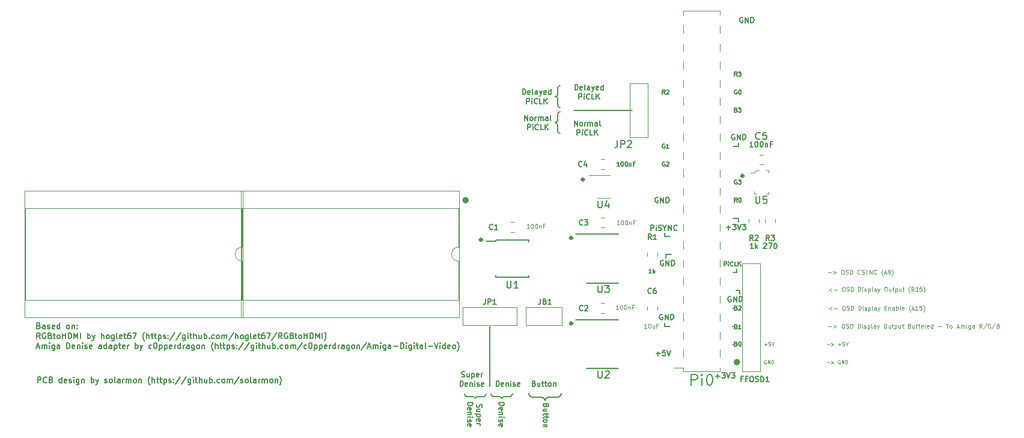
<source format=gbr>
G04 #@! TF.GenerationSoftware,KiCad,Pcbnew,(5.1.9)-1*
G04 #@! TF.CreationDate,2021-03-21T08:25:55+00:00*
G04 #@! TF.ProjectId,RGBtoHDMI Amiga Denise - solarmon,52474274-6f48-4444-9d49-20416d696761,1*
G04 #@! TF.SameCoordinates,Original*
G04 #@! TF.FileFunction,Legend,Top*
G04 #@! TF.FilePolarity,Positive*
%FSLAX46Y46*%
G04 Gerber Fmt 4.6, Leading zero omitted, Abs format (unit mm)*
G04 Created by KiCad (PCBNEW (5.1.9)-1) date 2021-03-21 08:25:55*
%MOMM*%
%LPD*%
G01*
G04 APERTURE LIST*
%ADD10C,0.150000*%
%ADD11C,0.187500*%
%ADD12C,0.125000*%
%ADD13C,0.500000*%
%ADD14C,0.400000*%
%ADD15C,0.200000*%
%ADD16C,0.120000*%
%ADD17C,0.100000*%
G04 APERTURE END LIST*
D10*
X203708000Y-77851000D02*
X203581000Y-77851000D01*
X203708000Y-75311000D02*
X203581000Y-75311000D01*
X203708000Y-72771000D02*
X203581000Y-72771000D01*
X194083000Y-42562428D02*
X193883000Y-42276714D01*
X193740142Y-42562428D02*
X193740142Y-41962428D01*
X193968714Y-41962428D01*
X194025857Y-41991000D01*
X194054428Y-42019571D01*
X194083000Y-42076714D01*
X194083000Y-42162428D01*
X194054428Y-42219571D01*
X194025857Y-42248142D01*
X193968714Y-42276714D01*
X193740142Y-42276714D01*
X194311571Y-42019571D02*
X194340142Y-41991000D01*
X194397285Y-41962428D01*
X194540142Y-41962428D01*
X194597285Y-41991000D01*
X194625857Y-42019571D01*
X194654428Y-42076714D01*
X194654428Y-42133857D01*
X194625857Y-42219571D01*
X194283000Y-42562428D01*
X194654428Y-42562428D01*
X204243000Y-40022428D02*
X204043000Y-39736714D01*
X203900142Y-40022428D02*
X203900142Y-39422428D01*
X204128714Y-39422428D01*
X204185857Y-39451000D01*
X204214428Y-39479571D01*
X204243000Y-39536714D01*
X204243000Y-39622428D01*
X204214428Y-39679571D01*
X204185857Y-39708142D01*
X204128714Y-39736714D01*
X203900142Y-39736714D01*
X204443000Y-39422428D02*
X204814428Y-39422428D01*
X204614428Y-39651000D01*
X204700142Y-39651000D01*
X204757285Y-39679571D01*
X204785857Y-39708142D01*
X204814428Y-39765285D01*
X204814428Y-39908142D01*
X204785857Y-39965285D01*
X204757285Y-39993857D01*
X204700142Y-40022428D01*
X204528714Y-40022428D01*
X204471571Y-39993857D01*
X204443000Y-39965285D01*
X204214428Y-41991000D02*
X204157285Y-41962428D01*
X204071571Y-41962428D01*
X203985857Y-41991000D01*
X203928714Y-42048142D01*
X203900142Y-42105285D01*
X203871571Y-42219571D01*
X203871571Y-42305285D01*
X203900142Y-42419571D01*
X203928714Y-42476714D01*
X203985857Y-42533857D01*
X204071571Y-42562428D01*
X204128714Y-42562428D01*
X204214428Y-42533857D01*
X204243000Y-42505285D01*
X204243000Y-42305285D01*
X204128714Y-42305285D01*
X204614428Y-41962428D02*
X204671571Y-41962428D01*
X204728714Y-41991000D01*
X204757285Y-42019571D01*
X204785857Y-42076714D01*
X204814428Y-42191000D01*
X204814428Y-42333857D01*
X204785857Y-42448142D01*
X204757285Y-42505285D01*
X204728714Y-42533857D01*
X204671571Y-42562428D01*
X204614428Y-42562428D01*
X204557285Y-42533857D01*
X204528714Y-42505285D01*
X204500142Y-42448142D01*
X204471571Y-42333857D01*
X204471571Y-42191000D01*
X204500142Y-42076714D01*
X204528714Y-42019571D01*
X204557285Y-41991000D01*
X204614428Y-41962428D01*
X204100142Y-44788142D02*
X204185857Y-44816714D01*
X204214428Y-44845285D01*
X204243000Y-44902428D01*
X204243000Y-44988142D01*
X204214428Y-45045285D01*
X204185857Y-45073857D01*
X204128714Y-45102428D01*
X203900142Y-45102428D01*
X203900142Y-44502428D01*
X204100142Y-44502428D01*
X204157285Y-44531000D01*
X204185857Y-44559571D01*
X204214428Y-44616714D01*
X204214428Y-44673857D01*
X204185857Y-44731000D01*
X204157285Y-44759571D01*
X204100142Y-44788142D01*
X203900142Y-44788142D01*
X204443000Y-44502428D02*
X204814428Y-44502428D01*
X204614428Y-44731000D01*
X204700142Y-44731000D01*
X204757285Y-44759571D01*
X204785857Y-44788142D01*
X204814428Y-44845285D01*
X204814428Y-44988142D01*
X204785857Y-45045285D01*
X204757285Y-45073857D01*
X204700142Y-45102428D01*
X204528714Y-45102428D01*
X204471571Y-45073857D01*
X204443000Y-45045285D01*
X194054428Y-49611000D02*
X193997285Y-49582428D01*
X193911571Y-49582428D01*
X193825857Y-49611000D01*
X193768714Y-49668142D01*
X193740142Y-49725285D01*
X193711571Y-49839571D01*
X193711571Y-49925285D01*
X193740142Y-50039571D01*
X193768714Y-50096714D01*
X193825857Y-50153857D01*
X193911571Y-50182428D01*
X193968714Y-50182428D01*
X194054428Y-50153857D01*
X194083000Y-50125285D01*
X194083000Y-49925285D01*
X193968714Y-49925285D01*
X194654428Y-50182428D02*
X194311571Y-50182428D01*
X194483000Y-50182428D02*
X194483000Y-49582428D01*
X194425857Y-49668142D01*
X194368714Y-49725285D01*
X194311571Y-49753857D01*
X194054428Y-52151000D02*
X193997285Y-52122428D01*
X193911571Y-52122428D01*
X193825857Y-52151000D01*
X193768714Y-52208142D01*
X193740142Y-52265285D01*
X193711571Y-52379571D01*
X193711571Y-52465285D01*
X193740142Y-52579571D01*
X193768714Y-52636714D01*
X193825857Y-52693857D01*
X193911571Y-52722428D01*
X193968714Y-52722428D01*
X194054428Y-52693857D01*
X194083000Y-52665285D01*
X194083000Y-52465285D01*
X193968714Y-52465285D01*
X194311571Y-52179571D02*
X194340142Y-52151000D01*
X194397285Y-52122428D01*
X194540142Y-52122428D01*
X194597285Y-52151000D01*
X194625857Y-52179571D01*
X194654428Y-52236714D01*
X194654428Y-52293857D01*
X194625857Y-52379571D01*
X194283000Y-52722428D01*
X194654428Y-52722428D01*
X204214428Y-54691000D02*
X204157285Y-54662428D01*
X204071571Y-54662428D01*
X203985857Y-54691000D01*
X203928714Y-54748142D01*
X203900142Y-54805285D01*
X203871571Y-54919571D01*
X203871571Y-55005285D01*
X203900142Y-55119571D01*
X203928714Y-55176714D01*
X203985857Y-55233857D01*
X204071571Y-55262428D01*
X204128714Y-55262428D01*
X204214428Y-55233857D01*
X204243000Y-55205285D01*
X204243000Y-55005285D01*
X204128714Y-55005285D01*
X204443000Y-54662428D02*
X204814428Y-54662428D01*
X204614428Y-54891000D01*
X204700142Y-54891000D01*
X204757285Y-54919571D01*
X204785857Y-54948142D01*
X204814428Y-55005285D01*
X204814428Y-55148142D01*
X204785857Y-55205285D01*
X204757285Y-55233857D01*
X204700142Y-55262428D01*
X204528714Y-55262428D01*
X204471571Y-55233857D01*
X204443000Y-55205285D01*
X204243000Y-57802428D02*
X204043000Y-57516714D01*
X203900142Y-57802428D02*
X203900142Y-57202428D01*
X204128714Y-57202428D01*
X204185857Y-57231000D01*
X204214428Y-57259571D01*
X204243000Y-57316714D01*
X204243000Y-57402428D01*
X204214428Y-57459571D01*
X204185857Y-57488142D01*
X204128714Y-57516714D01*
X203900142Y-57516714D01*
X204614428Y-57202428D02*
X204671571Y-57202428D01*
X204728714Y-57231000D01*
X204757285Y-57259571D01*
X204785857Y-57316714D01*
X204814428Y-57431000D01*
X204814428Y-57573857D01*
X204785857Y-57688142D01*
X204757285Y-57745285D01*
X204728714Y-57773857D01*
X204671571Y-57802428D01*
X204614428Y-57802428D01*
X204557285Y-57773857D01*
X204528714Y-57745285D01*
X204500142Y-57688142D01*
X204471571Y-57573857D01*
X204471571Y-57431000D01*
X204500142Y-57316714D01*
X204528714Y-57259571D01*
X204557285Y-57231000D01*
X204614428Y-57202428D01*
X204100142Y-77808142D02*
X204185857Y-77836714D01*
X204214428Y-77865285D01*
X204243000Y-77922428D01*
X204243000Y-78008142D01*
X204214428Y-78065285D01*
X204185857Y-78093857D01*
X204128714Y-78122428D01*
X203900142Y-78122428D01*
X203900142Y-77522428D01*
X204100142Y-77522428D01*
X204157285Y-77551000D01*
X204185857Y-77579571D01*
X204214428Y-77636714D01*
X204214428Y-77693857D01*
X204185857Y-77751000D01*
X204157285Y-77779571D01*
X204100142Y-77808142D01*
X203900142Y-77808142D01*
X204614428Y-77522428D02*
X204671571Y-77522428D01*
X204728714Y-77551000D01*
X204757285Y-77579571D01*
X204785857Y-77636714D01*
X204814428Y-77751000D01*
X204814428Y-77893857D01*
X204785857Y-78008142D01*
X204757285Y-78065285D01*
X204728714Y-78093857D01*
X204671571Y-78122428D01*
X204614428Y-78122428D01*
X204557285Y-78093857D01*
X204528714Y-78065285D01*
X204500142Y-78008142D01*
X204471571Y-77893857D01*
X204471571Y-77751000D01*
X204500142Y-77636714D01*
X204528714Y-77579571D01*
X204557285Y-77551000D01*
X204614428Y-77522428D01*
X204100142Y-75395142D02*
X204185857Y-75423714D01*
X204214428Y-75452285D01*
X204243000Y-75509428D01*
X204243000Y-75595142D01*
X204214428Y-75652285D01*
X204185857Y-75680857D01*
X204128714Y-75709428D01*
X203900142Y-75709428D01*
X203900142Y-75109428D01*
X204100142Y-75109428D01*
X204157285Y-75138000D01*
X204185857Y-75166571D01*
X204214428Y-75223714D01*
X204214428Y-75280857D01*
X204185857Y-75338000D01*
X204157285Y-75366571D01*
X204100142Y-75395142D01*
X203900142Y-75395142D01*
X204814428Y-75709428D02*
X204471571Y-75709428D01*
X204643000Y-75709428D02*
X204643000Y-75109428D01*
X204585857Y-75195142D01*
X204528714Y-75252285D01*
X204471571Y-75280857D01*
X204100142Y-72728142D02*
X204185857Y-72756714D01*
X204214428Y-72785285D01*
X204243000Y-72842428D01*
X204243000Y-72928142D01*
X204214428Y-72985285D01*
X204185857Y-73013857D01*
X204128714Y-73042428D01*
X203900142Y-73042428D01*
X203900142Y-72442428D01*
X204100142Y-72442428D01*
X204157285Y-72471000D01*
X204185857Y-72499571D01*
X204214428Y-72556714D01*
X204214428Y-72613857D01*
X204185857Y-72671000D01*
X204157285Y-72699571D01*
X204100142Y-72728142D01*
X203900142Y-72728142D01*
X204471571Y-72499571D02*
X204500142Y-72471000D01*
X204557285Y-72442428D01*
X204700142Y-72442428D01*
X204757285Y-72471000D01*
X204785857Y-72499571D01*
X204814428Y-72556714D01*
X204814428Y-72613857D01*
X204785857Y-72699571D01*
X204443000Y-73042428D01*
X204814428Y-73042428D01*
X204216000Y-67691000D02*
X203708000Y-67691000D01*
X204216000Y-67691000D02*
X204216000Y-67183000D01*
X202438142Y-66819428D02*
X202438142Y-66219428D01*
X202666714Y-66219428D01*
X202723857Y-66248000D01*
X202752428Y-66276571D01*
X202781000Y-66333714D01*
X202781000Y-66419428D01*
X202752428Y-66476571D01*
X202723857Y-66505142D01*
X202666714Y-66533714D01*
X202438142Y-66533714D01*
X203038142Y-66819428D02*
X203038142Y-66419428D01*
X203038142Y-66219428D02*
X203009571Y-66248000D01*
X203038142Y-66276571D01*
X203066714Y-66248000D01*
X203038142Y-66219428D01*
X203038142Y-66276571D01*
X203666714Y-66762285D02*
X203638142Y-66790857D01*
X203552428Y-66819428D01*
X203495285Y-66819428D01*
X203409571Y-66790857D01*
X203352428Y-66733714D01*
X203323857Y-66676571D01*
X203295285Y-66562285D01*
X203295285Y-66476571D01*
X203323857Y-66362285D01*
X203352428Y-66305142D01*
X203409571Y-66248000D01*
X203495285Y-66219428D01*
X203552428Y-66219428D01*
X203638142Y-66248000D01*
X203666714Y-66276571D01*
X204209571Y-66819428D02*
X203923857Y-66819428D01*
X203923857Y-66219428D01*
X204409571Y-66819428D02*
X204409571Y-66219428D01*
X204752428Y-66819428D02*
X204495285Y-66476571D01*
X204752428Y-66219428D02*
X204409571Y-66562285D01*
X194818000Y-62611000D02*
X194056000Y-62611000D01*
X194056000Y-62103000D02*
X194056000Y-62611000D01*
D11*
X192107571Y-61807285D02*
X192107571Y-61057285D01*
X192393285Y-61057285D01*
X192464714Y-61093000D01*
X192500428Y-61128714D01*
X192536142Y-61200142D01*
X192536142Y-61307285D01*
X192500428Y-61378714D01*
X192464714Y-61414428D01*
X192393285Y-61450142D01*
X192107571Y-61450142D01*
X192857571Y-61807285D02*
X192857571Y-61307285D01*
X192857571Y-61057285D02*
X192821857Y-61093000D01*
X192857571Y-61128714D01*
X192893285Y-61093000D01*
X192857571Y-61057285D01*
X192857571Y-61128714D01*
X193179000Y-61771571D02*
X193286142Y-61807285D01*
X193464714Y-61807285D01*
X193536142Y-61771571D01*
X193571857Y-61735857D01*
X193607571Y-61664428D01*
X193607571Y-61593000D01*
X193571857Y-61521571D01*
X193536142Y-61485857D01*
X193464714Y-61450142D01*
X193321857Y-61414428D01*
X193250428Y-61378714D01*
X193214714Y-61343000D01*
X193179000Y-61271571D01*
X193179000Y-61200142D01*
X193214714Y-61128714D01*
X193250428Y-61093000D01*
X193321857Y-61057285D01*
X193500428Y-61057285D01*
X193607571Y-61093000D01*
X194071857Y-61450142D02*
X194071857Y-61807285D01*
X193821857Y-61057285D02*
X194071857Y-61450142D01*
X194321857Y-61057285D01*
X194571857Y-61807285D02*
X194571857Y-61057285D01*
X195000428Y-61807285D01*
X195000428Y-61057285D01*
X195786142Y-61735857D02*
X195750428Y-61771571D01*
X195643285Y-61807285D01*
X195571857Y-61807285D01*
X195464714Y-61771571D01*
X195393285Y-61700142D01*
X195357571Y-61628714D01*
X195321857Y-61485857D01*
X195321857Y-61378714D01*
X195357571Y-61235857D01*
X195393285Y-61164428D01*
X195464714Y-61093000D01*
X195571857Y-61057285D01*
X195643285Y-61057285D01*
X195750428Y-61093000D01*
X195786142Y-61128714D01*
D10*
X194818000Y-75311000D02*
X194056000Y-75311000D01*
X194056000Y-75311000D02*
X194056000Y-74803000D01*
D11*
X193738571Y-73666000D02*
X193667142Y-73630285D01*
X193560000Y-73630285D01*
X193452857Y-73666000D01*
X193381428Y-73737428D01*
X193345714Y-73808857D01*
X193310000Y-73951714D01*
X193310000Y-74058857D01*
X193345714Y-74201714D01*
X193381428Y-74273142D01*
X193452857Y-74344571D01*
X193560000Y-74380285D01*
X193631428Y-74380285D01*
X193738571Y-74344571D01*
X193774285Y-74308857D01*
X193774285Y-74058857D01*
X193631428Y-74058857D01*
X194095714Y-74380285D02*
X194095714Y-73630285D01*
X194524285Y-74380285D01*
X194524285Y-73630285D01*
X194881428Y-74380285D02*
X194881428Y-73630285D01*
X195060000Y-73630285D01*
X195167142Y-73666000D01*
X195238571Y-73737428D01*
X195274285Y-73808857D01*
X195310000Y-73951714D01*
X195310000Y-74058857D01*
X195274285Y-74201714D01*
X195238571Y-74273142D01*
X195167142Y-74344571D01*
X195060000Y-74380285D01*
X194881428Y-74380285D01*
D10*
X204597000Y-70231000D02*
X204089000Y-70231000D01*
X204597000Y-70739000D02*
X204597000Y-70231000D01*
D11*
X203390571Y-71126000D02*
X203319142Y-71090285D01*
X203212000Y-71090285D01*
X203104857Y-71126000D01*
X203033428Y-71197428D01*
X202997714Y-71268857D01*
X202962000Y-71411714D01*
X202962000Y-71518857D01*
X202997714Y-71661714D01*
X203033428Y-71733142D01*
X203104857Y-71804571D01*
X203212000Y-71840285D01*
X203283428Y-71840285D01*
X203390571Y-71804571D01*
X203426285Y-71768857D01*
X203426285Y-71518857D01*
X203283428Y-71518857D01*
X203747714Y-71840285D02*
X203747714Y-71090285D01*
X204176285Y-71840285D01*
X204176285Y-71090285D01*
X204533428Y-71840285D02*
X204533428Y-71090285D01*
X204712000Y-71090285D01*
X204819142Y-71126000D01*
X204890571Y-71197428D01*
X204926285Y-71268857D01*
X204962000Y-71411714D01*
X204962000Y-71518857D01*
X204926285Y-71661714D01*
X204890571Y-71733142D01*
X204819142Y-71804571D01*
X204712000Y-71840285D01*
X204533428Y-71840285D01*
D10*
X194183000Y-65659000D02*
X194183000Y-65151000D01*
X194945000Y-65151000D02*
X194183000Y-65151000D01*
D11*
X193865571Y-66046000D02*
X193794142Y-66010285D01*
X193687000Y-66010285D01*
X193579857Y-66046000D01*
X193508428Y-66117428D01*
X193472714Y-66188857D01*
X193437000Y-66331714D01*
X193437000Y-66438857D01*
X193472714Y-66581714D01*
X193508428Y-66653142D01*
X193579857Y-66724571D01*
X193687000Y-66760285D01*
X193758428Y-66760285D01*
X193865571Y-66724571D01*
X193901285Y-66688857D01*
X193901285Y-66438857D01*
X193758428Y-66438857D01*
X194222714Y-66760285D02*
X194222714Y-66010285D01*
X194651285Y-66760285D01*
X194651285Y-66010285D01*
X195008428Y-66760285D02*
X195008428Y-66010285D01*
X195187000Y-66010285D01*
X195294142Y-66046000D01*
X195365571Y-66117428D01*
X195401285Y-66188857D01*
X195437000Y-66331714D01*
X195437000Y-66438857D01*
X195401285Y-66581714D01*
X195365571Y-66653142D01*
X195294142Y-66724571D01*
X195187000Y-66760285D01*
X195008428Y-66760285D01*
X193103571Y-57156000D02*
X193032142Y-57120285D01*
X192925000Y-57120285D01*
X192817857Y-57156000D01*
X192746428Y-57227428D01*
X192710714Y-57298857D01*
X192675000Y-57441714D01*
X192675000Y-57548857D01*
X192710714Y-57691714D01*
X192746428Y-57763142D01*
X192817857Y-57834571D01*
X192925000Y-57870285D01*
X192996428Y-57870285D01*
X193103571Y-57834571D01*
X193139285Y-57798857D01*
X193139285Y-57548857D01*
X192996428Y-57548857D01*
X193460714Y-57870285D02*
X193460714Y-57120285D01*
X193889285Y-57870285D01*
X193889285Y-57120285D01*
X194246428Y-57870285D02*
X194246428Y-57120285D01*
X194425000Y-57120285D01*
X194532142Y-57156000D01*
X194603571Y-57227428D01*
X194639285Y-57298857D01*
X194675000Y-57441714D01*
X194675000Y-57548857D01*
X194639285Y-57691714D01*
X194603571Y-57763142D01*
X194532142Y-57834571D01*
X194425000Y-57870285D01*
X194246428Y-57870285D01*
D10*
X204470000Y-49911000D02*
X204470000Y-49403000D01*
X204470000Y-49911000D02*
X203708000Y-49911000D01*
D11*
X203898571Y-48266000D02*
X203827142Y-48230285D01*
X203720000Y-48230285D01*
X203612857Y-48266000D01*
X203541428Y-48337428D01*
X203505714Y-48408857D01*
X203470000Y-48551714D01*
X203470000Y-48658857D01*
X203505714Y-48801714D01*
X203541428Y-48873142D01*
X203612857Y-48944571D01*
X203720000Y-48980285D01*
X203791428Y-48980285D01*
X203898571Y-48944571D01*
X203934285Y-48908857D01*
X203934285Y-48658857D01*
X203791428Y-48658857D01*
X204255714Y-48980285D02*
X204255714Y-48230285D01*
X204684285Y-48980285D01*
X204684285Y-48230285D01*
X205041428Y-48980285D02*
X205041428Y-48230285D01*
X205220000Y-48230285D01*
X205327142Y-48266000D01*
X205398571Y-48337428D01*
X205434285Y-48408857D01*
X205470000Y-48551714D01*
X205470000Y-48658857D01*
X205434285Y-48801714D01*
X205398571Y-48873142D01*
X205327142Y-48944571D01*
X205220000Y-48980285D01*
X205041428Y-48980285D01*
X205041571Y-31756000D02*
X204970142Y-31720285D01*
X204863000Y-31720285D01*
X204755857Y-31756000D01*
X204684428Y-31827428D01*
X204648714Y-31898857D01*
X204613000Y-32041714D01*
X204613000Y-32148857D01*
X204648714Y-32291714D01*
X204684428Y-32363142D01*
X204755857Y-32434571D01*
X204863000Y-32470285D01*
X204934428Y-32470285D01*
X205041571Y-32434571D01*
X205077285Y-32398857D01*
X205077285Y-32148857D01*
X204934428Y-32148857D01*
X205398714Y-32470285D02*
X205398714Y-31720285D01*
X205827285Y-32470285D01*
X205827285Y-31720285D01*
X206184428Y-32470285D02*
X206184428Y-31720285D01*
X206363000Y-31720285D01*
X206470142Y-31756000D01*
X206541571Y-31827428D01*
X206577285Y-31898857D01*
X206613000Y-32041714D01*
X206613000Y-32148857D01*
X206577285Y-32291714D01*
X206541571Y-32363142D01*
X206470142Y-32434571D01*
X206363000Y-32470285D01*
X206184428Y-32470285D01*
D10*
X204470000Y-60579000D02*
X204470000Y-60071000D01*
X204470000Y-60071000D02*
X203708000Y-60071000D01*
D11*
X202767571Y-61394571D02*
X203339000Y-61394571D01*
X203053285Y-61680285D02*
X203053285Y-61108857D01*
X203624714Y-60930285D02*
X204089000Y-60930285D01*
X203839000Y-61216000D01*
X203946142Y-61216000D01*
X204017571Y-61251714D01*
X204053285Y-61287428D01*
X204089000Y-61358857D01*
X204089000Y-61537428D01*
X204053285Y-61608857D01*
X204017571Y-61644571D01*
X203946142Y-61680285D01*
X203731857Y-61680285D01*
X203660428Y-61644571D01*
X203624714Y-61608857D01*
X204303285Y-60930285D02*
X204553285Y-61680285D01*
X204803285Y-60930285D01*
X204981857Y-60930285D02*
X205446142Y-60930285D01*
X205196142Y-61216000D01*
X205303285Y-61216000D01*
X205374714Y-61251714D01*
X205410428Y-61287428D01*
X205446142Y-61358857D01*
X205446142Y-61537428D01*
X205410428Y-61608857D01*
X205374714Y-61644571D01*
X205303285Y-61680285D01*
X205089000Y-61680285D01*
X205017571Y-61644571D01*
X204981857Y-61608857D01*
X201243571Y-82349571D02*
X201815000Y-82349571D01*
X201529285Y-82635285D02*
X201529285Y-82063857D01*
X202100714Y-81885285D02*
X202565000Y-81885285D01*
X202315000Y-82171000D01*
X202422142Y-82171000D01*
X202493571Y-82206714D01*
X202529285Y-82242428D01*
X202565000Y-82313857D01*
X202565000Y-82492428D01*
X202529285Y-82563857D01*
X202493571Y-82599571D01*
X202422142Y-82635285D01*
X202207857Y-82635285D01*
X202136428Y-82599571D01*
X202100714Y-82563857D01*
X202779285Y-81885285D02*
X203029285Y-82635285D01*
X203279285Y-81885285D01*
X203457857Y-81885285D02*
X203922142Y-81885285D01*
X203672142Y-82171000D01*
X203779285Y-82171000D01*
X203850714Y-82206714D01*
X203886428Y-82242428D01*
X203922142Y-82313857D01*
X203922142Y-82492428D01*
X203886428Y-82563857D01*
X203850714Y-82599571D01*
X203779285Y-82635285D01*
X203565000Y-82635285D01*
X203493571Y-82599571D01*
X203457857Y-82563857D01*
X192837714Y-79174571D02*
X193409142Y-79174571D01*
X193123428Y-79460285D02*
X193123428Y-78888857D01*
X194123428Y-78710285D02*
X193766285Y-78710285D01*
X193730571Y-79067428D01*
X193766285Y-79031714D01*
X193837714Y-78996000D01*
X194016285Y-78996000D01*
X194087714Y-79031714D01*
X194123428Y-79067428D01*
X194159142Y-79138857D01*
X194159142Y-79317428D01*
X194123428Y-79388857D01*
X194087714Y-79424571D01*
X194016285Y-79460285D01*
X193837714Y-79460285D01*
X193766285Y-79424571D01*
X193730571Y-79388857D01*
X194373428Y-78710285D02*
X194623428Y-79460285D01*
X194873428Y-78710285D01*
X174327571Y-46292035D02*
X174327571Y-45542035D01*
X174756142Y-46292035D01*
X174756142Y-45542035D01*
X175220428Y-46292035D02*
X175149000Y-46256321D01*
X175113285Y-46220607D01*
X175077571Y-46149178D01*
X175077571Y-45934892D01*
X175113285Y-45863464D01*
X175149000Y-45827750D01*
X175220428Y-45792035D01*
X175327571Y-45792035D01*
X175399000Y-45827750D01*
X175434714Y-45863464D01*
X175470428Y-45934892D01*
X175470428Y-46149178D01*
X175434714Y-46220607D01*
X175399000Y-46256321D01*
X175327571Y-46292035D01*
X175220428Y-46292035D01*
X175791857Y-46292035D02*
X175791857Y-45792035D01*
X175791857Y-45934892D02*
X175827571Y-45863464D01*
X175863285Y-45827750D01*
X175934714Y-45792035D01*
X176006142Y-45792035D01*
X176256142Y-46292035D02*
X176256142Y-45792035D01*
X176256142Y-45863464D02*
X176291857Y-45827750D01*
X176363285Y-45792035D01*
X176470428Y-45792035D01*
X176541857Y-45827750D01*
X176577571Y-45899178D01*
X176577571Y-46292035D01*
X176577571Y-45899178D02*
X176613285Y-45827750D01*
X176684714Y-45792035D01*
X176791857Y-45792035D01*
X176863285Y-45827750D01*
X176899000Y-45899178D01*
X176899000Y-46292035D01*
X177577571Y-46292035D02*
X177577571Y-45899178D01*
X177541857Y-45827750D01*
X177470428Y-45792035D01*
X177327571Y-45792035D01*
X177256142Y-45827750D01*
X177577571Y-46256321D02*
X177506142Y-46292035D01*
X177327571Y-46292035D01*
X177256142Y-46256321D01*
X177220428Y-46184892D01*
X177220428Y-46113464D01*
X177256142Y-46042035D01*
X177327571Y-46006321D01*
X177506142Y-46006321D01*
X177577571Y-45970607D01*
X178041857Y-46292035D02*
X177970428Y-46256321D01*
X177934714Y-46184892D01*
X177934714Y-45542035D01*
X174720428Y-47604535D02*
X174720428Y-46854535D01*
X175006142Y-46854535D01*
X175077571Y-46890250D01*
X175113285Y-46925964D01*
X175149000Y-46997392D01*
X175149000Y-47104535D01*
X175113285Y-47175964D01*
X175077571Y-47211678D01*
X175006142Y-47247392D01*
X174720428Y-47247392D01*
X175470428Y-47604535D02*
X175470428Y-47104535D01*
X175470428Y-46854535D02*
X175434714Y-46890250D01*
X175470428Y-46925964D01*
X175506142Y-46890250D01*
X175470428Y-46854535D01*
X175470428Y-46925964D01*
X176256142Y-47533107D02*
X176220428Y-47568821D01*
X176113285Y-47604535D01*
X176041857Y-47604535D01*
X175934714Y-47568821D01*
X175863285Y-47497392D01*
X175827571Y-47425964D01*
X175791857Y-47283107D01*
X175791857Y-47175964D01*
X175827571Y-47033107D01*
X175863285Y-46961678D01*
X175934714Y-46890250D01*
X176041857Y-46854535D01*
X176113285Y-46854535D01*
X176220428Y-46890250D01*
X176256142Y-46925964D01*
X176934714Y-47604535D02*
X176577571Y-47604535D01*
X176577571Y-46854535D01*
X177184714Y-47604535D02*
X177184714Y-46854535D01*
X177613285Y-47604535D02*
X177291857Y-47175964D01*
X177613285Y-46854535D02*
X177184714Y-47283107D01*
X174022000Y-42609035D02*
X174022000Y-41859035D01*
X174200571Y-41859035D01*
X174307714Y-41894750D01*
X174379142Y-41966178D01*
X174414857Y-42037607D01*
X174450571Y-42180464D01*
X174450571Y-42287607D01*
X174414857Y-42430464D01*
X174379142Y-42501892D01*
X174307714Y-42573321D01*
X174200571Y-42609035D01*
X174022000Y-42609035D01*
X175057714Y-42573321D02*
X174986285Y-42609035D01*
X174843428Y-42609035D01*
X174772000Y-42573321D01*
X174736285Y-42501892D01*
X174736285Y-42216178D01*
X174772000Y-42144750D01*
X174843428Y-42109035D01*
X174986285Y-42109035D01*
X175057714Y-42144750D01*
X175093428Y-42216178D01*
X175093428Y-42287607D01*
X174736285Y-42359035D01*
X175522000Y-42609035D02*
X175450571Y-42573321D01*
X175414857Y-42501892D01*
X175414857Y-41859035D01*
X176129142Y-42609035D02*
X176129142Y-42216178D01*
X176093428Y-42144750D01*
X176022000Y-42109035D01*
X175879142Y-42109035D01*
X175807714Y-42144750D01*
X176129142Y-42573321D02*
X176057714Y-42609035D01*
X175879142Y-42609035D01*
X175807714Y-42573321D01*
X175772000Y-42501892D01*
X175772000Y-42430464D01*
X175807714Y-42359035D01*
X175879142Y-42323321D01*
X176057714Y-42323321D01*
X176129142Y-42287607D01*
X176414857Y-42109035D02*
X176593428Y-42609035D01*
X176772000Y-42109035D02*
X176593428Y-42609035D01*
X176522000Y-42787607D01*
X176486285Y-42823321D01*
X176414857Y-42859035D01*
X177343428Y-42573321D02*
X177272000Y-42609035D01*
X177129142Y-42609035D01*
X177057714Y-42573321D01*
X177022000Y-42501892D01*
X177022000Y-42216178D01*
X177057714Y-42144750D01*
X177129142Y-42109035D01*
X177272000Y-42109035D01*
X177343428Y-42144750D01*
X177379142Y-42216178D01*
X177379142Y-42287607D01*
X177022000Y-42359035D01*
X178022000Y-42609035D02*
X178022000Y-41859035D01*
X178022000Y-42573321D02*
X177950571Y-42609035D01*
X177807714Y-42609035D01*
X177736285Y-42573321D01*
X177700571Y-42537607D01*
X177664857Y-42466178D01*
X177664857Y-42251892D01*
X177700571Y-42180464D01*
X177736285Y-42144750D01*
X177807714Y-42109035D01*
X177950571Y-42109035D01*
X178022000Y-42144750D01*
X174593428Y-43921535D02*
X174593428Y-43171535D01*
X174879142Y-43171535D01*
X174950571Y-43207250D01*
X174986285Y-43242964D01*
X175022000Y-43314392D01*
X175022000Y-43421535D01*
X174986285Y-43492964D01*
X174950571Y-43528678D01*
X174879142Y-43564392D01*
X174593428Y-43564392D01*
X175343428Y-43921535D02*
X175343428Y-43421535D01*
X175343428Y-43171535D02*
X175307714Y-43207250D01*
X175343428Y-43242964D01*
X175379142Y-43207250D01*
X175343428Y-43171535D01*
X175343428Y-43242964D01*
X176129142Y-43850107D02*
X176093428Y-43885821D01*
X175986285Y-43921535D01*
X175914857Y-43921535D01*
X175807714Y-43885821D01*
X175736285Y-43814392D01*
X175700571Y-43742964D01*
X175664857Y-43600107D01*
X175664857Y-43492964D01*
X175700571Y-43350107D01*
X175736285Y-43278678D01*
X175807714Y-43207250D01*
X175914857Y-43171535D01*
X175986285Y-43171535D01*
X176093428Y-43207250D01*
X176129142Y-43242964D01*
X176807714Y-43921535D02*
X176450571Y-43921535D01*
X176450571Y-43171535D01*
X177057714Y-43921535D02*
X177057714Y-43171535D01*
X177486285Y-43921535D02*
X177164857Y-43492964D01*
X177486285Y-43171535D02*
X177057714Y-43600107D01*
X179323952Y-45069333D02*
X179228714Y-45069333D01*
X179038238Y-45164571D01*
X178943000Y-45355047D01*
X178943000Y-46307428D01*
X178847761Y-46497904D01*
X178657285Y-46593142D01*
X178847761Y-46688380D01*
X178943000Y-46878857D01*
X178943000Y-47831238D01*
X179038238Y-48021714D01*
X179228714Y-48116952D01*
X179323952Y-48116952D01*
X179323952Y-41386333D02*
X179228714Y-41386333D01*
X179038238Y-41481571D01*
X178943000Y-41672047D01*
X178943000Y-42624428D01*
X178847761Y-42814904D01*
X178657285Y-42910142D01*
X178847761Y-43005380D01*
X178943000Y-43195857D01*
X178943000Y-44148238D01*
X179038238Y-44338714D01*
X179228714Y-44433952D01*
X179323952Y-44433952D01*
X165846333Y-84836047D02*
X165846333Y-84931285D01*
X165941571Y-85121761D01*
X166132047Y-85217000D01*
X167084428Y-85217000D01*
X167274904Y-85312238D01*
X167370142Y-85502714D01*
X167465380Y-85312238D01*
X167655857Y-85217000D01*
X168608238Y-85217000D01*
X168798714Y-85121761D01*
X168893952Y-84931285D01*
X168893952Y-84836047D01*
X169529333Y-84836047D02*
X169529333Y-84931285D01*
X169624571Y-85121761D01*
X169815047Y-85217000D01*
X170767428Y-85217000D01*
X170957904Y-85312238D01*
X171053142Y-85502714D01*
X171148380Y-85312238D01*
X171338857Y-85217000D01*
X172291238Y-85217000D01*
X172481714Y-85121761D01*
X172576952Y-84931285D01*
X172576952Y-84836047D01*
X174919000Y-84772571D02*
X174919000Y-84915428D01*
X175061857Y-85201142D01*
X175347571Y-85344000D01*
X176776142Y-85344000D01*
X177061857Y-85486857D01*
X177204714Y-85772571D01*
X177347571Y-85486857D01*
X177633285Y-85344000D01*
X179061857Y-85344000D01*
X179347571Y-85201142D01*
X179490428Y-84915428D01*
X179490428Y-84772571D01*
X170708464Y-86096285D02*
X171458464Y-86096285D01*
X171458464Y-86274857D01*
X171422750Y-86382000D01*
X171351321Y-86453428D01*
X171279892Y-86489142D01*
X171137035Y-86524857D01*
X171029892Y-86524857D01*
X170887035Y-86489142D01*
X170815607Y-86453428D01*
X170744178Y-86382000D01*
X170708464Y-86274857D01*
X170708464Y-86096285D01*
X170744178Y-87132000D02*
X170708464Y-87060571D01*
X170708464Y-86917714D01*
X170744178Y-86846285D01*
X170815607Y-86810571D01*
X171101321Y-86810571D01*
X171172750Y-86846285D01*
X171208464Y-86917714D01*
X171208464Y-87060571D01*
X171172750Y-87132000D01*
X171101321Y-87167714D01*
X171029892Y-87167714D01*
X170958464Y-86810571D01*
X171208464Y-87489142D02*
X170708464Y-87489142D01*
X171137035Y-87489142D02*
X171172750Y-87524857D01*
X171208464Y-87596285D01*
X171208464Y-87703428D01*
X171172750Y-87774857D01*
X171101321Y-87810571D01*
X170708464Y-87810571D01*
X170708464Y-88167714D02*
X171208464Y-88167714D01*
X171458464Y-88167714D02*
X171422750Y-88132000D01*
X171387035Y-88167714D01*
X171422750Y-88203428D01*
X171458464Y-88167714D01*
X171387035Y-88167714D01*
X170744178Y-88489142D02*
X170708464Y-88560571D01*
X170708464Y-88703428D01*
X170744178Y-88774857D01*
X170815607Y-88810571D01*
X170851321Y-88810571D01*
X170922750Y-88774857D01*
X170958464Y-88703428D01*
X170958464Y-88596285D01*
X170994178Y-88524857D01*
X171065607Y-88489142D01*
X171101321Y-88489142D01*
X171172750Y-88524857D01*
X171208464Y-88596285D01*
X171208464Y-88703428D01*
X171172750Y-88774857D01*
X170744178Y-89417714D02*
X170708464Y-89346285D01*
X170708464Y-89203428D01*
X170744178Y-89132000D01*
X170815607Y-89096285D01*
X171101321Y-89096285D01*
X171172750Y-89132000D01*
X171208464Y-89203428D01*
X171208464Y-89346285D01*
X171172750Y-89417714D01*
X171101321Y-89453428D01*
X171029892Y-89453428D01*
X170958464Y-89096285D01*
X167611678Y-86310571D02*
X167575964Y-86417714D01*
X167575964Y-86596285D01*
X167611678Y-86667714D01*
X167647392Y-86703428D01*
X167718821Y-86739142D01*
X167790250Y-86739142D01*
X167861678Y-86703428D01*
X167897392Y-86667714D01*
X167933107Y-86596285D01*
X167968821Y-86453428D01*
X168004535Y-86382000D01*
X168040250Y-86346285D01*
X168111678Y-86310571D01*
X168183107Y-86310571D01*
X168254535Y-86346285D01*
X168290250Y-86382000D01*
X168325964Y-86453428D01*
X168325964Y-86632000D01*
X168290250Y-86739142D01*
X168075964Y-87382000D02*
X167575964Y-87382000D01*
X168075964Y-87060571D02*
X167683107Y-87060571D01*
X167611678Y-87096285D01*
X167575964Y-87167714D01*
X167575964Y-87274857D01*
X167611678Y-87346285D01*
X167647392Y-87382000D01*
X168075964Y-87739142D02*
X167325964Y-87739142D01*
X168040250Y-87739142D02*
X168075964Y-87810571D01*
X168075964Y-87953428D01*
X168040250Y-88024857D01*
X168004535Y-88060571D01*
X167933107Y-88096285D01*
X167718821Y-88096285D01*
X167647392Y-88060571D01*
X167611678Y-88024857D01*
X167575964Y-87953428D01*
X167575964Y-87810571D01*
X167611678Y-87739142D01*
X167611678Y-88703428D02*
X167575964Y-88632000D01*
X167575964Y-88489142D01*
X167611678Y-88417714D01*
X167683107Y-88382000D01*
X167968821Y-88382000D01*
X168040250Y-88417714D01*
X168075964Y-88489142D01*
X168075964Y-88632000D01*
X168040250Y-88703428D01*
X167968821Y-88739142D01*
X167897392Y-88739142D01*
X167825964Y-88382000D01*
X167575964Y-89060571D02*
X168075964Y-89060571D01*
X167933107Y-89060571D02*
X168004535Y-89096285D01*
X168040250Y-89132000D01*
X168075964Y-89203428D01*
X168075964Y-89274857D01*
X166263464Y-86096285D02*
X167013464Y-86096285D01*
X167013464Y-86274857D01*
X166977750Y-86382000D01*
X166906321Y-86453428D01*
X166834892Y-86489142D01*
X166692035Y-86524857D01*
X166584892Y-86524857D01*
X166442035Y-86489142D01*
X166370607Y-86453428D01*
X166299178Y-86382000D01*
X166263464Y-86274857D01*
X166263464Y-86096285D01*
X166299178Y-87132000D02*
X166263464Y-87060571D01*
X166263464Y-86917714D01*
X166299178Y-86846285D01*
X166370607Y-86810571D01*
X166656321Y-86810571D01*
X166727750Y-86846285D01*
X166763464Y-86917714D01*
X166763464Y-87060571D01*
X166727750Y-87132000D01*
X166656321Y-87167714D01*
X166584892Y-87167714D01*
X166513464Y-86810571D01*
X166763464Y-87489142D02*
X166263464Y-87489142D01*
X166692035Y-87489142D02*
X166727750Y-87524857D01*
X166763464Y-87596285D01*
X166763464Y-87703428D01*
X166727750Y-87774857D01*
X166656321Y-87810571D01*
X166263464Y-87810571D01*
X166263464Y-88167714D02*
X166763464Y-88167714D01*
X167013464Y-88167714D02*
X166977750Y-88132000D01*
X166942035Y-88167714D01*
X166977750Y-88203428D01*
X167013464Y-88167714D01*
X166942035Y-88167714D01*
X166299178Y-88489142D02*
X166263464Y-88560571D01*
X166263464Y-88703428D01*
X166299178Y-88774857D01*
X166370607Y-88810571D01*
X166406321Y-88810571D01*
X166477750Y-88774857D01*
X166513464Y-88703428D01*
X166513464Y-88596285D01*
X166549178Y-88524857D01*
X166620607Y-88489142D01*
X166656321Y-88489142D01*
X166727750Y-88524857D01*
X166763464Y-88596285D01*
X166763464Y-88703428D01*
X166727750Y-88774857D01*
X166299178Y-89417714D02*
X166263464Y-89346285D01*
X166263464Y-89203428D01*
X166299178Y-89132000D01*
X166370607Y-89096285D01*
X166656321Y-89096285D01*
X166727750Y-89132000D01*
X166763464Y-89203428D01*
X166763464Y-89346285D01*
X166727750Y-89417714D01*
X166656321Y-89453428D01*
X166584892Y-89453428D01*
X166513464Y-89096285D01*
X177345571Y-86491142D02*
X177309857Y-86598285D01*
X177274142Y-86634000D01*
X177202714Y-86669714D01*
X177095571Y-86669714D01*
X177024142Y-86634000D01*
X176988428Y-86598285D01*
X176952714Y-86526857D01*
X176952714Y-86241142D01*
X177702714Y-86241142D01*
X177702714Y-86491142D01*
X177667000Y-86562571D01*
X177631285Y-86598285D01*
X177559857Y-86634000D01*
X177488428Y-86634000D01*
X177417000Y-86598285D01*
X177381285Y-86562571D01*
X177345571Y-86491142D01*
X177345571Y-86241142D01*
X177452714Y-87312571D02*
X176952714Y-87312571D01*
X177452714Y-86991142D02*
X177059857Y-86991142D01*
X176988428Y-87026857D01*
X176952714Y-87098285D01*
X176952714Y-87205428D01*
X176988428Y-87276857D01*
X177024142Y-87312571D01*
X177452714Y-87562571D02*
X177452714Y-87848285D01*
X177702714Y-87669714D02*
X177059857Y-87669714D01*
X176988428Y-87705428D01*
X176952714Y-87776857D01*
X176952714Y-87848285D01*
X177452714Y-87991142D02*
X177452714Y-88276857D01*
X177702714Y-88098285D02*
X177059857Y-88098285D01*
X176988428Y-88134000D01*
X176952714Y-88205428D01*
X176952714Y-88276857D01*
X176952714Y-88634000D02*
X176988428Y-88562571D01*
X177024142Y-88526857D01*
X177095571Y-88491142D01*
X177309857Y-88491142D01*
X177381285Y-88526857D01*
X177417000Y-88562571D01*
X177452714Y-88634000D01*
X177452714Y-88741142D01*
X177417000Y-88812571D01*
X177381285Y-88848285D01*
X177309857Y-88884000D01*
X177095571Y-88884000D01*
X177024142Y-88848285D01*
X176988428Y-88812571D01*
X176952714Y-88741142D01*
X176952714Y-88634000D01*
X177452714Y-89205428D02*
X176952714Y-89205428D01*
X177381285Y-89205428D02*
X177417000Y-89241142D01*
X177452714Y-89312571D01*
X177452714Y-89419714D01*
X177417000Y-89491142D01*
X177345571Y-89526857D01*
X176952714Y-89526857D01*
D12*
X216858940Y-80426714D02*
X217239892Y-80426714D01*
X217477988Y-80283857D02*
X217858940Y-80426714D01*
X217477988Y-80569571D01*
X218739892Y-80141000D02*
X218692273Y-80117190D01*
X218620845Y-80117190D01*
X218549416Y-80141000D01*
X218501797Y-80188619D01*
X218477988Y-80236238D01*
X218454178Y-80331476D01*
X218454178Y-80402904D01*
X218477988Y-80498142D01*
X218501797Y-80545761D01*
X218549416Y-80593380D01*
X218620845Y-80617190D01*
X218668464Y-80617190D01*
X218739892Y-80593380D01*
X218763702Y-80569571D01*
X218763702Y-80402904D01*
X218668464Y-80402904D01*
X218977988Y-80617190D02*
X218977988Y-80117190D01*
X219263702Y-80617190D01*
X219263702Y-80117190D01*
X219501797Y-80617190D02*
X219501797Y-80117190D01*
X219620845Y-80117190D01*
X219692273Y-80141000D01*
X219739892Y-80188619D01*
X219763702Y-80236238D01*
X219787511Y-80331476D01*
X219787511Y-80402904D01*
X219763702Y-80498142D01*
X219739892Y-80545761D01*
X219692273Y-80593380D01*
X219620845Y-80617190D01*
X219501797Y-80617190D01*
X216858940Y-77886714D02*
X217239892Y-77886714D01*
X217477988Y-77743857D02*
X217858940Y-77886714D01*
X217477988Y-78029571D01*
X218477988Y-77886714D02*
X218858940Y-77886714D01*
X218668464Y-78077190D02*
X218668464Y-77696238D01*
X219335130Y-77577190D02*
X219097035Y-77577190D01*
X219073226Y-77815285D01*
X219097035Y-77791476D01*
X219144654Y-77767666D01*
X219263702Y-77767666D01*
X219311321Y-77791476D01*
X219335130Y-77815285D01*
X219358940Y-77862904D01*
X219358940Y-77981952D01*
X219335130Y-78029571D01*
X219311321Y-78053380D01*
X219263702Y-78077190D01*
X219144654Y-78077190D01*
X219097035Y-78053380D01*
X219073226Y-78029571D01*
X219501797Y-77577190D02*
X219668464Y-78077190D01*
X219835130Y-77577190D01*
X208325892Y-80141000D02*
X208278273Y-80117190D01*
X208206845Y-80117190D01*
X208135416Y-80141000D01*
X208087797Y-80188619D01*
X208063988Y-80236238D01*
X208040178Y-80331476D01*
X208040178Y-80402904D01*
X208063988Y-80498142D01*
X208087797Y-80545761D01*
X208135416Y-80593380D01*
X208206845Y-80617190D01*
X208254464Y-80617190D01*
X208325892Y-80593380D01*
X208349702Y-80569571D01*
X208349702Y-80402904D01*
X208254464Y-80402904D01*
X208563988Y-80617190D02*
X208563988Y-80117190D01*
X208849702Y-80617190D01*
X208849702Y-80117190D01*
X209087797Y-80617190D02*
X209087797Y-80117190D01*
X209206845Y-80117190D01*
X209278273Y-80141000D01*
X209325892Y-80188619D01*
X209349702Y-80236238D01*
X209373511Y-80331476D01*
X209373511Y-80402904D01*
X209349702Y-80498142D01*
X209325892Y-80545761D01*
X209278273Y-80593380D01*
X209206845Y-80617190D01*
X209087797Y-80617190D01*
X208063988Y-77886714D02*
X208444940Y-77886714D01*
X208254464Y-78077190D02*
X208254464Y-77696238D01*
X208921130Y-77577190D02*
X208683035Y-77577190D01*
X208659226Y-77815285D01*
X208683035Y-77791476D01*
X208730654Y-77767666D01*
X208849702Y-77767666D01*
X208897321Y-77791476D01*
X208921130Y-77815285D01*
X208944940Y-77862904D01*
X208944940Y-77981952D01*
X208921130Y-78029571D01*
X208897321Y-78053380D01*
X208849702Y-78077190D01*
X208730654Y-78077190D01*
X208683035Y-78053380D01*
X208659226Y-78029571D01*
X209087797Y-77577190D02*
X209254464Y-78077190D01*
X209421130Y-77577190D01*
D13*
X204416000Y-80391000D02*
G75*
G03*
X204416000Y-80391000I-200000J0D01*
G01*
D12*
X217601000Y-72642428D02*
X217143857Y-72813857D01*
X217601000Y-72985285D01*
X217886714Y-72813857D02*
X218343857Y-72813857D01*
X219201000Y-72442428D02*
X219315285Y-72442428D01*
X219372428Y-72471000D01*
X219429571Y-72528142D01*
X219458142Y-72642428D01*
X219458142Y-72842428D01*
X219429571Y-72956714D01*
X219372428Y-73013857D01*
X219315285Y-73042428D01*
X219201000Y-73042428D01*
X219143857Y-73013857D01*
X219086714Y-72956714D01*
X219058142Y-72842428D01*
X219058142Y-72642428D01*
X219086714Y-72528142D01*
X219143857Y-72471000D01*
X219201000Y-72442428D01*
X219686714Y-73013857D02*
X219772428Y-73042428D01*
X219915285Y-73042428D01*
X219972428Y-73013857D01*
X220001000Y-72985285D01*
X220029571Y-72928142D01*
X220029571Y-72871000D01*
X220001000Y-72813857D01*
X219972428Y-72785285D01*
X219915285Y-72756714D01*
X219801000Y-72728142D01*
X219743857Y-72699571D01*
X219715285Y-72671000D01*
X219686714Y-72613857D01*
X219686714Y-72556714D01*
X219715285Y-72499571D01*
X219743857Y-72471000D01*
X219801000Y-72442428D01*
X219943857Y-72442428D01*
X220029571Y-72471000D01*
X220286714Y-73042428D02*
X220286714Y-72442428D01*
X220429571Y-72442428D01*
X220515285Y-72471000D01*
X220572428Y-72528142D01*
X220601000Y-72585285D01*
X220629571Y-72699571D01*
X220629571Y-72785285D01*
X220601000Y-72899571D01*
X220572428Y-72956714D01*
X220515285Y-73013857D01*
X220429571Y-73042428D01*
X220286714Y-73042428D01*
X221343857Y-73042428D02*
X221343857Y-72442428D01*
X221486714Y-72442428D01*
X221572428Y-72471000D01*
X221629571Y-72528142D01*
X221658142Y-72585285D01*
X221686714Y-72699571D01*
X221686714Y-72785285D01*
X221658142Y-72899571D01*
X221629571Y-72956714D01*
X221572428Y-73013857D01*
X221486714Y-73042428D01*
X221343857Y-73042428D01*
X221943857Y-73042428D02*
X221943857Y-72642428D01*
X221943857Y-72442428D02*
X221915285Y-72471000D01*
X221943857Y-72499571D01*
X221972428Y-72471000D01*
X221943857Y-72442428D01*
X221943857Y-72499571D01*
X222201000Y-73013857D02*
X222258142Y-73042428D01*
X222372428Y-73042428D01*
X222429571Y-73013857D01*
X222458142Y-72956714D01*
X222458142Y-72928142D01*
X222429571Y-72871000D01*
X222372428Y-72842428D01*
X222286714Y-72842428D01*
X222229571Y-72813857D01*
X222201000Y-72756714D01*
X222201000Y-72728142D01*
X222229571Y-72671000D01*
X222286714Y-72642428D01*
X222372428Y-72642428D01*
X222429571Y-72671000D01*
X222715285Y-72642428D02*
X222715285Y-73242428D01*
X222715285Y-72671000D02*
X222772428Y-72642428D01*
X222886714Y-72642428D01*
X222943857Y-72671000D01*
X222972428Y-72699571D01*
X223001000Y-72756714D01*
X223001000Y-72928142D01*
X222972428Y-72985285D01*
X222943857Y-73013857D01*
X222886714Y-73042428D01*
X222772428Y-73042428D01*
X222715285Y-73013857D01*
X223343857Y-73042428D02*
X223286714Y-73013857D01*
X223258142Y-72956714D01*
X223258142Y-72442428D01*
X223829571Y-73042428D02*
X223829571Y-72728142D01*
X223801000Y-72671000D01*
X223743857Y-72642428D01*
X223629571Y-72642428D01*
X223572428Y-72671000D01*
X223829571Y-73013857D02*
X223772428Y-73042428D01*
X223629571Y-73042428D01*
X223572428Y-73013857D01*
X223543857Y-72956714D01*
X223543857Y-72899571D01*
X223572428Y-72842428D01*
X223629571Y-72813857D01*
X223772428Y-72813857D01*
X223829571Y-72785285D01*
X224058142Y-72642428D02*
X224201000Y-73042428D01*
X224343857Y-72642428D02*
X224201000Y-73042428D01*
X224143857Y-73185285D01*
X224115285Y-73213857D01*
X224058142Y-73242428D01*
X225029571Y-72728142D02*
X225229571Y-72728142D01*
X225315285Y-73042428D02*
X225029571Y-73042428D01*
X225029571Y-72442428D01*
X225315285Y-72442428D01*
X225572428Y-72642428D02*
X225572428Y-73042428D01*
X225572428Y-72699571D02*
X225601000Y-72671000D01*
X225658142Y-72642428D01*
X225743857Y-72642428D01*
X225801000Y-72671000D01*
X225829571Y-72728142D01*
X225829571Y-73042428D01*
X226372428Y-73042428D02*
X226372428Y-72728142D01*
X226343857Y-72671000D01*
X226286714Y-72642428D01*
X226172428Y-72642428D01*
X226115285Y-72671000D01*
X226372428Y-73013857D02*
X226315285Y-73042428D01*
X226172428Y-73042428D01*
X226115285Y-73013857D01*
X226086714Y-72956714D01*
X226086714Y-72899571D01*
X226115285Y-72842428D01*
X226172428Y-72813857D01*
X226315285Y-72813857D01*
X226372428Y-72785285D01*
X226658142Y-73042428D02*
X226658142Y-72442428D01*
X226658142Y-72671000D02*
X226715285Y-72642428D01*
X226829571Y-72642428D01*
X226886714Y-72671000D01*
X226915285Y-72699571D01*
X226943857Y-72756714D01*
X226943857Y-72928142D01*
X226915285Y-72985285D01*
X226886714Y-73013857D01*
X226829571Y-73042428D01*
X226715285Y-73042428D01*
X226658142Y-73013857D01*
X227286714Y-73042428D02*
X227229571Y-73013857D01*
X227201000Y-72956714D01*
X227201000Y-72442428D01*
X227743857Y-73013857D02*
X227686714Y-73042428D01*
X227572428Y-73042428D01*
X227515285Y-73013857D01*
X227486714Y-72956714D01*
X227486714Y-72728142D01*
X227515285Y-72671000D01*
X227572428Y-72642428D01*
X227686714Y-72642428D01*
X227743857Y-72671000D01*
X227772428Y-72728142D01*
X227772428Y-72785285D01*
X227486714Y-72842428D01*
X228658142Y-73271000D02*
X228629571Y-73242428D01*
X228572428Y-73156714D01*
X228543857Y-73099571D01*
X228515285Y-73013857D01*
X228486714Y-72871000D01*
X228486714Y-72756714D01*
X228515285Y-72613857D01*
X228543857Y-72528142D01*
X228572428Y-72471000D01*
X228629571Y-72385285D01*
X228658142Y-72356714D01*
X228858142Y-72871000D02*
X229143857Y-72871000D01*
X228801000Y-73042428D02*
X229001000Y-72442428D01*
X229201000Y-73042428D01*
X229715285Y-73042428D02*
X229372428Y-73042428D01*
X229543857Y-73042428D02*
X229543857Y-72442428D01*
X229486714Y-72528142D01*
X229429571Y-72585285D01*
X229372428Y-72613857D01*
X230258142Y-72442428D02*
X229972428Y-72442428D01*
X229943857Y-72728142D01*
X229972428Y-72699571D01*
X230029571Y-72671000D01*
X230172428Y-72671000D01*
X230229571Y-72699571D01*
X230258142Y-72728142D01*
X230286714Y-72785285D01*
X230286714Y-72928142D01*
X230258142Y-72985285D01*
X230229571Y-73013857D01*
X230172428Y-73042428D01*
X230029571Y-73042428D01*
X229972428Y-73013857D01*
X229943857Y-72985285D01*
X230486714Y-73271000D02*
X230515285Y-73242428D01*
X230572428Y-73156714D01*
X230601000Y-73099571D01*
X230629571Y-73013857D01*
X230658142Y-72871000D01*
X230658142Y-72756714D01*
X230629571Y-72613857D01*
X230601000Y-72528142D01*
X230572428Y-72471000D01*
X230515285Y-72385285D01*
X230486714Y-72356714D01*
X217586714Y-69975428D02*
X217129571Y-70146857D01*
X217586714Y-70318285D01*
X217872428Y-70146857D02*
X218329571Y-70146857D01*
X219186714Y-69775428D02*
X219300999Y-69775428D01*
X219358142Y-69804000D01*
X219415285Y-69861142D01*
X219443857Y-69975428D01*
X219443857Y-70175428D01*
X219415285Y-70289714D01*
X219358142Y-70346857D01*
X219300999Y-70375428D01*
X219186714Y-70375428D01*
X219129571Y-70346857D01*
X219072428Y-70289714D01*
X219043857Y-70175428D01*
X219043857Y-69975428D01*
X219072428Y-69861142D01*
X219129571Y-69804000D01*
X219186714Y-69775428D01*
X219672428Y-70346857D02*
X219758142Y-70375428D01*
X219900999Y-70375428D01*
X219958142Y-70346857D01*
X219986714Y-70318285D01*
X220015285Y-70261142D01*
X220015285Y-70204000D01*
X219986714Y-70146857D01*
X219958142Y-70118285D01*
X219900999Y-70089714D01*
X219786714Y-70061142D01*
X219729571Y-70032571D01*
X219700999Y-70004000D01*
X219672428Y-69946857D01*
X219672428Y-69889714D01*
X219700999Y-69832571D01*
X219729571Y-69804000D01*
X219786714Y-69775428D01*
X219929571Y-69775428D01*
X220015285Y-69804000D01*
X220272428Y-70375428D02*
X220272428Y-69775428D01*
X220415285Y-69775428D01*
X220500999Y-69804000D01*
X220558142Y-69861142D01*
X220586714Y-69918285D01*
X220615285Y-70032571D01*
X220615285Y-70118285D01*
X220586714Y-70232571D01*
X220558142Y-70289714D01*
X220500999Y-70346857D01*
X220415285Y-70375428D01*
X220272428Y-70375428D01*
X221329571Y-70375428D02*
X221329571Y-69775428D01*
X221472428Y-69775428D01*
X221558142Y-69804000D01*
X221615285Y-69861142D01*
X221643857Y-69918285D01*
X221672428Y-70032571D01*
X221672428Y-70118285D01*
X221643857Y-70232571D01*
X221615285Y-70289714D01*
X221558142Y-70346857D01*
X221472428Y-70375428D01*
X221329571Y-70375428D01*
X221929571Y-70375428D02*
X221929571Y-69975428D01*
X221929571Y-69775428D02*
X221900999Y-69804000D01*
X221929571Y-69832571D01*
X221958142Y-69804000D01*
X221929571Y-69775428D01*
X221929571Y-69832571D01*
X222186714Y-70346857D02*
X222243857Y-70375428D01*
X222358142Y-70375428D01*
X222415285Y-70346857D01*
X222443857Y-70289714D01*
X222443857Y-70261142D01*
X222415285Y-70204000D01*
X222358142Y-70175428D01*
X222272428Y-70175428D01*
X222215285Y-70146857D01*
X222186714Y-70089714D01*
X222186714Y-70061142D01*
X222215285Y-70004000D01*
X222272428Y-69975428D01*
X222358142Y-69975428D01*
X222415285Y-70004000D01*
X222700999Y-69975428D02*
X222700999Y-70575428D01*
X222700999Y-70004000D02*
X222758142Y-69975428D01*
X222872428Y-69975428D01*
X222929571Y-70004000D01*
X222958142Y-70032571D01*
X222986714Y-70089714D01*
X222986714Y-70261142D01*
X222958142Y-70318285D01*
X222929571Y-70346857D01*
X222872428Y-70375428D01*
X222758142Y-70375428D01*
X222700999Y-70346857D01*
X223329571Y-70375428D02*
X223272428Y-70346857D01*
X223243857Y-70289714D01*
X223243857Y-69775428D01*
X223815285Y-70375428D02*
X223815285Y-70061142D01*
X223786714Y-70004000D01*
X223729571Y-69975428D01*
X223615285Y-69975428D01*
X223558142Y-70004000D01*
X223815285Y-70346857D02*
X223758142Y-70375428D01*
X223615285Y-70375428D01*
X223558142Y-70346857D01*
X223529571Y-70289714D01*
X223529571Y-70232571D01*
X223558142Y-70175428D01*
X223615285Y-70146857D01*
X223758142Y-70146857D01*
X223815285Y-70118285D01*
X224043857Y-69975428D02*
X224186714Y-70375428D01*
X224329571Y-69975428D02*
X224186714Y-70375428D01*
X224129571Y-70518285D01*
X224100999Y-70546857D01*
X224043857Y-70575428D01*
X225129571Y-69775428D02*
X225243857Y-69775428D01*
X225300999Y-69804000D01*
X225358142Y-69861142D01*
X225386714Y-69975428D01*
X225386714Y-70175428D01*
X225358142Y-70289714D01*
X225300999Y-70346857D01*
X225243857Y-70375428D01*
X225129571Y-70375428D01*
X225072428Y-70346857D01*
X225015285Y-70289714D01*
X224986714Y-70175428D01*
X224986714Y-69975428D01*
X225015285Y-69861142D01*
X225072428Y-69804000D01*
X225129571Y-69775428D01*
X225900999Y-69975428D02*
X225900999Y-70375428D01*
X225643857Y-69975428D02*
X225643857Y-70289714D01*
X225672428Y-70346857D01*
X225729571Y-70375428D01*
X225815285Y-70375428D01*
X225872428Y-70346857D01*
X225900999Y-70318285D01*
X226100999Y-69975428D02*
X226329571Y-69975428D01*
X226186714Y-69775428D02*
X226186714Y-70289714D01*
X226215285Y-70346857D01*
X226272428Y-70375428D01*
X226329571Y-70375428D01*
X226529571Y-69975428D02*
X226529571Y-70575428D01*
X226529571Y-70004000D02*
X226586714Y-69975428D01*
X226701000Y-69975428D01*
X226758142Y-70004000D01*
X226786714Y-70032571D01*
X226815285Y-70089714D01*
X226815285Y-70261142D01*
X226786714Y-70318285D01*
X226758142Y-70346857D01*
X226701000Y-70375428D01*
X226586714Y-70375428D01*
X226529571Y-70346857D01*
X227329571Y-69975428D02*
X227329571Y-70375428D01*
X227072428Y-69975428D02*
X227072428Y-70289714D01*
X227101000Y-70346857D01*
X227158142Y-70375428D01*
X227243857Y-70375428D01*
X227301000Y-70346857D01*
X227329571Y-70318285D01*
X227529571Y-69975428D02*
X227758142Y-69975428D01*
X227615285Y-69775428D02*
X227615285Y-70289714D01*
X227643857Y-70346857D01*
X227701000Y-70375428D01*
X227758142Y-70375428D01*
X228586714Y-70604000D02*
X228558142Y-70575428D01*
X228501000Y-70489714D01*
X228472428Y-70432571D01*
X228443857Y-70346857D01*
X228415285Y-70204000D01*
X228415285Y-70089714D01*
X228443857Y-69946857D01*
X228472428Y-69861142D01*
X228501000Y-69804000D01*
X228558142Y-69718285D01*
X228586714Y-69689714D01*
X229015285Y-70061142D02*
X229101000Y-70089714D01*
X229129571Y-70118285D01*
X229158142Y-70175428D01*
X229158142Y-70261142D01*
X229129571Y-70318285D01*
X229101000Y-70346857D01*
X229043857Y-70375428D01*
X228815285Y-70375428D01*
X228815285Y-69775428D01*
X229015285Y-69775428D01*
X229072428Y-69804000D01*
X229101000Y-69832571D01*
X229129571Y-69889714D01*
X229129571Y-69946857D01*
X229101000Y-70004000D01*
X229072428Y-70032571D01*
X229015285Y-70061142D01*
X228815285Y-70061142D01*
X229729571Y-70375428D02*
X229386714Y-70375428D01*
X229558142Y-70375428D02*
X229558142Y-69775428D01*
X229501000Y-69861142D01*
X229443857Y-69918285D01*
X229386714Y-69946857D01*
X230272428Y-69775428D02*
X229986714Y-69775428D01*
X229958142Y-70061142D01*
X229986714Y-70032571D01*
X230043857Y-70004000D01*
X230186714Y-70004000D01*
X230243857Y-70032571D01*
X230272428Y-70061142D01*
X230301000Y-70118285D01*
X230301000Y-70261142D01*
X230272428Y-70318285D01*
X230243857Y-70346857D01*
X230186714Y-70375428D01*
X230043857Y-70375428D01*
X229986714Y-70346857D01*
X229958142Y-70318285D01*
X230501000Y-70604000D02*
X230529571Y-70575428D01*
X230586714Y-70489714D01*
X230615285Y-70432571D01*
X230643857Y-70346857D01*
X230672428Y-70204000D01*
X230672428Y-70089714D01*
X230643857Y-69946857D01*
X230615285Y-69861142D01*
X230586714Y-69804000D01*
X230529571Y-69718285D01*
X230501000Y-69689714D01*
D14*
X205105000Y-54102000D02*
G75*
G03*
X205105000Y-54102000I-127000J0D01*
G01*
D12*
X217029285Y-67733857D02*
X217486428Y-67733857D01*
X217772142Y-67562428D02*
X218229285Y-67733857D01*
X217772142Y-67905285D01*
X219086428Y-67362428D02*
X219200714Y-67362428D01*
X219257857Y-67391000D01*
X219315000Y-67448142D01*
X219343571Y-67562428D01*
X219343571Y-67762428D01*
X219315000Y-67876714D01*
X219257857Y-67933857D01*
X219200714Y-67962428D01*
X219086428Y-67962428D01*
X219029285Y-67933857D01*
X218972142Y-67876714D01*
X218943571Y-67762428D01*
X218943571Y-67562428D01*
X218972142Y-67448142D01*
X219029285Y-67391000D01*
X219086428Y-67362428D01*
X219572142Y-67933857D02*
X219657857Y-67962428D01*
X219800714Y-67962428D01*
X219857857Y-67933857D01*
X219886428Y-67905285D01*
X219915000Y-67848142D01*
X219915000Y-67791000D01*
X219886428Y-67733857D01*
X219857857Y-67705285D01*
X219800714Y-67676714D01*
X219686428Y-67648142D01*
X219629285Y-67619571D01*
X219600714Y-67591000D01*
X219572142Y-67533857D01*
X219572142Y-67476714D01*
X219600714Y-67419571D01*
X219629285Y-67391000D01*
X219686428Y-67362428D01*
X219829285Y-67362428D01*
X219915000Y-67391000D01*
X220172142Y-67962428D02*
X220172142Y-67362428D01*
X220315000Y-67362428D01*
X220400714Y-67391000D01*
X220457857Y-67448142D01*
X220486428Y-67505285D01*
X220515000Y-67619571D01*
X220515000Y-67705285D01*
X220486428Y-67819571D01*
X220457857Y-67876714D01*
X220400714Y-67933857D01*
X220315000Y-67962428D01*
X220172142Y-67962428D01*
X221572142Y-67905285D02*
X221543571Y-67933857D01*
X221457857Y-67962428D01*
X221400714Y-67962428D01*
X221315000Y-67933857D01*
X221257857Y-67876714D01*
X221229285Y-67819571D01*
X221200714Y-67705285D01*
X221200714Y-67619571D01*
X221229285Y-67505285D01*
X221257857Y-67448142D01*
X221315000Y-67391000D01*
X221400714Y-67362428D01*
X221457857Y-67362428D01*
X221543571Y-67391000D01*
X221572142Y-67419571D01*
X221800714Y-67933857D02*
X221886428Y-67962428D01*
X222029285Y-67962428D01*
X222086428Y-67933857D01*
X222115000Y-67905285D01*
X222143571Y-67848142D01*
X222143571Y-67791000D01*
X222115000Y-67733857D01*
X222086428Y-67705285D01*
X222029285Y-67676714D01*
X221915000Y-67648142D01*
X221857857Y-67619571D01*
X221829285Y-67591000D01*
X221800714Y-67533857D01*
X221800714Y-67476714D01*
X221829285Y-67419571D01*
X221857857Y-67391000D01*
X221915000Y-67362428D01*
X222057857Y-67362428D01*
X222143571Y-67391000D01*
X222515000Y-67676714D02*
X222515000Y-67962428D01*
X222315000Y-67362428D02*
X222515000Y-67676714D01*
X222715000Y-67362428D01*
X222915000Y-67962428D02*
X222915000Y-67362428D01*
X223257857Y-67962428D01*
X223257857Y-67362428D01*
X223886428Y-67905285D02*
X223857857Y-67933857D01*
X223772142Y-67962428D01*
X223715000Y-67962428D01*
X223629285Y-67933857D01*
X223572142Y-67876714D01*
X223543571Y-67819571D01*
X223515000Y-67705285D01*
X223515000Y-67619571D01*
X223543571Y-67505285D01*
X223572142Y-67448142D01*
X223629285Y-67391000D01*
X223715000Y-67362428D01*
X223772142Y-67362428D01*
X223857857Y-67391000D01*
X223886428Y-67419571D01*
X224772142Y-68191000D02*
X224743571Y-68162428D01*
X224686428Y-68076714D01*
X224657857Y-68019571D01*
X224629285Y-67933857D01*
X224600714Y-67791000D01*
X224600714Y-67676714D01*
X224629285Y-67533857D01*
X224657857Y-67448142D01*
X224686428Y-67391000D01*
X224743571Y-67305285D01*
X224772142Y-67276714D01*
X224972142Y-67791000D02*
X225257857Y-67791000D01*
X224915000Y-67962428D02*
X225115000Y-67362428D01*
X225315000Y-67962428D01*
X225600714Y-67619571D02*
X225543571Y-67591000D01*
X225515000Y-67562428D01*
X225486428Y-67505285D01*
X225486428Y-67476714D01*
X225515000Y-67419571D01*
X225543571Y-67391000D01*
X225600714Y-67362428D01*
X225715000Y-67362428D01*
X225772142Y-67391000D01*
X225800714Y-67419571D01*
X225829285Y-67476714D01*
X225829285Y-67505285D01*
X225800714Y-67562428D01*
X225772142Y-67591000D01*
X225715000Y-67619571D01*
X225600714Y-67619571D01*
X225543571Y-67648142D01*
X225515000Y-67676714D01*
X225486428Y-67733857D01*
X225486428Y-67848142D01*
X225515000Y-67905285D01*
X225543571Y-67933857D01*
X225600714Y-67962428D01*
X225715000Y-67962428D01*
X225772142Y-67933857D01*
X225800714Y-67905285D01*
X225829285Y-67848142D01*
X225829285Y-67733857D01*
X225800714Y-67676714D01*
X225772142Y-67648142D01*
X225715000Y-67619571D01*
X226029285Y-68191000D02*
X226057857Y-68162428D01*
X226115000Y-68076714D01*
X226143571Y-68019571D01*
X226172142Y-67933857D01*
X226200714Y-67791000D01*
X226200714Y-67676714D01*
X226172142Y-67533857D01*
X226143571Y-67448142D01*
X226115000Y-67391000D01*
X226057857Y-67305285D01*
X226029285Y-67276714D01*
X217065142Y-75353857D02*
X217522285Y-75353857D01*
X217808000Y-75182428D02*
X218265142Y-75353857D01*
X217808000Y-75525285D01*
X219122285Y-74982428D02*
X219236571Y-74982428D01*
X219293714Y-75011000D01*
X219350857Y-75068142D01*
X219379428Y-75182428D01*
X219379428Y-75382428D01*
X219350857Y-75496714D01*
X219293714Y-75553857D01*
X219236571Y-75582428D01*
X219122285Y-75582428D01*
X219065142Y-75553857D01*
X219008000Y-75496714D01*
X218979428Y-75382428D01*
X218979428Y-75182428D01*
X219008000Y-75068142D01*
X219065142Y-75011000D01*
X219122285Y-74982428D01*
X219608000Y-75553857D02*
X219693714Y-75582428D01*
X219836571Y-75582428D01*
X219893714Y-75553857D01*
X219922285Y-75525285D01*
X219950857Y-75468142D01*
X219950857Y-75411000D01*
X219922285Y-75353857D01*
X219893714Y-75325285D01*
X219836571Y-75296714D01*
X219722285Y-75268142D01*
X219665142Y-75239571D01*
X219636571Y-75211000D01*
X219608000Y-75153857D01*
X219608000Y-75096714D01*
X219636571Y-75039571D01*
X219665142Y-75011000D01*
X219722285Y-74982428D01*
X219865142Y-74982428D01*
X219950857Y-75011000D01*
X220208000Y-75582428D02*
X220208000Y-74982428D01*
X220350857Y-74982428D01*
X220436571Y-75011000D01*
X220493714Y-75068142D01*
X220522285Y-75125285D01*
X220550857Y-75239571D01*
X220550857Y-75325285D01*
X220522285Y-75439571D01*
X220493714Y-75496714D01*
X220436571Y-75553857D01*
X220350857Y-75582428D01*
X220208000Y-75582428D01*
X221265142Y-75582428D02*
X221265142Y-74982428D01*
X221408000Y-74982428D01*
X221493714Y-75011000D01*
X221550857Y-75068142D01*
X221579428Y-75125285D01*
X221608000Y-75239571D01*
X221608000Y-75325285D01*
X221579428Y-75439571D01*
X221550857Y-75496714D01*
X221493714Y-75553857D01*
X221408000Y-75582428D01*
X221265142Y-75582428D01*
X221865142Y-75582428D02*
X221865142Y-75182428D01*
X221865142Y-74982428D02*
X221836571Y-75011000D01*
X221865142Y-75039571D01*
X221893714Y-75011000D01*
X221865142Y-74982428D01*
X221865142Y-75039571D01*
X222122285Y-75553857D02*
X222179428Y-75582428D01*
X222293714Y-75582428D01*
X222350857Y-75553857D01*
X222379428Y-75496714D01*
X222379428Y-75468142D01*
X222350857Y-75411000D01*
X222293714Y-75382428D01*
X222208000Y-75382428D01*
X222150857Y-75353857D01*
X222122285Y-75296714D01*
X222122285Y-75268142D01*
X222150857Y-75211000D01*
X222208000Y-75182428D01*
X222293714Y-75182428D01*
X222350857Y-75211000D01*
X222636571Y-75182428D02*
X222636571Y-75782428D01*
X222636571Y-75211000D02*
X222693714Y-75182428D01*
X222808000Y-75182428D01*
X222865142Y-75211000D01*
X222893714Y-75239571D01*
X222922285Y-75296714D01*
X222922285Y-75468142D01*
X222893714Y-75525285D01*
X222865142Y-75553857D01*
X222808000Y-75582428D01*
X222693714Y-75582428D01*
X222636571Y-75553857D01*
X223265142Y-75582428D02*
X223208000Y-75553857D01*
X223179428Y-75496714D01*
X223179428Y-74982428D01*
X223750857Y-75582428D02*
X223750857Y-75268142D01*
X223722285Y-75211000D01*
X223665142Y-75182428D01*
X223550857Y-75182428D01*
X223493714Y-75211000D01*
X223750857Y-75553857D02*
X223693714Y-75582428D01*
X223550857Y-75582428D01*
X223493714Y-75553857D01*
X223465142Y-75496714D01*
X223465142Y-75439571D01*
X223493714Y-75382428D01*
X223550857Y-75353857D01*
X223693714Y-75353857D01*
X223750857Y-75325285D01*
X223979428Y-75182428D02*
X224122285Y-75582428D01*
X224265142Y-75182428D02*
X224122285Y-75582428D01*
X224065142Y-75725285D01*
X224036571Y-75753857D01*
X223979428Y-75782428D01*
X225065142Y-74982428D02*
X225179428Y-74982428D01*
X225236571Y-75011000D01*
X225293714Y-75068142D01*
X225322285Y-75182428D01*
X225322285Y-75382428D01*
X225293714Y-75496714D01*
X225236571Y-75553857D01*
X225179428Y-75582428D01*
X225065142Y-75582428D01*
X225008000Y-75553857D01*
X224950857Y-75496714D01*
X224922285Y-75382428D01*
X224922285Y-75182428D01*
X224950857Y-75068142D01*
X225008000Y-75011000D01*
X225065142Y-74982428D01*
X225836571Y-75182428D02*
X225836571Y-75582428D01*
X225579428Y-75182428D02*
X225579428Y-75496714D01*
X225608000Y-75553857D01*
X225665142Y-75582428D01*
X225750857Y-75582428D01*
X225808000Y-75553857D01*
X225836571Y-75525285D01*
X226036571Y-75182428D02*
X226265142Y-75182428D01*
X226122285Y-74982428D02*
X226122285Y-75496714D01*
X226150857Y-75553857D01*
X226208000Y-75582428D01*
X226265142Y-75582428D01*
X226465142Y-75182428D02*
X226465142Y-75782428D01*
X226465142Y-75211000D02*
X226522285Y-75182428D01*
X226636571Y-75182428D01*
X226693714Y-75211000D01*
X226722285Y-75239571D01*
X226750857Y-75296714D01*
X226750857Y-75468142D01*
X226722285Y-75525285D01*
X226693714Y-75553857D01*
X226636571Y-75582428D01*
X226522285Y-75582428D01*
X226465142Y-75553857D01*
X227265142Y-75182428D02*
X227265142Y-75582428D01*
X227008000Y-75182428D02*
X227008000Y-75496714D01*
X227036571Y-75553857D01*
X227093714Y-75582428D01*
X227179428Y-75582428D01*
X227236571Y-75553857D01*
X227265142Y-75525285D01*
X227465142Y-75182428D02*
X227693714Y-75182428D01*
X227550857Y-74982428D02*
X227550857Y-75496714D01*
X227579428Y-75553857D01*
X227636571Y-75582428D01*
X227693714Y-75582428D01*
X228550857Y-75268142D02*
X228636571Y-75296714D01*
X228665142Y-75325285D01*
X228693714Y-75382428D01*
X228693714Y-75468142D01*
X228665142Y-75525285D01*
X228636571Y-75553857D01*
X228579428Y-75582428D01*
X228350857Y-75582428D01*
X228350857Y-74982428D01*
X228550857Y-74982428D01*
X228608000Y-75011000D01*
X228636571Y-75039571D01*
X228665142Y-75096714D01*
X228665142Y-75153857D01*
X228636571Y-75211000D01*
X228608000Y-75239571D01*
X228550857Y-75268142D01*
X228350857Y-75268142D01*
X229208000Y-75182428D02*
X229208000Y-75582428D01*
X228950857Y-75182428D02*
X228950857Y-75496714D01*
X228979428Y-75553857D01*
X229036571Y-75582428D01*
X229122285Y-75582428D01*
X229179428Y-75553857D01*
X229208000Y-75525285D01*
X229408000Y-75182428D02*
X229636571Y-75182428D01*
X229493714Y-75582428D02*
X229493714Y-75068142D01*
X229522285Y-75011000D01*
X229579428Y-74982428D01*
X229636571Y-74982428D01*
X229750857Y-75182428D02*
X229979428Y-75182428D01*
X229836571Y-75582428D02*
X229836571Y-75068142D01*
X229865142Y-75011000D01*
X229922285Y-74982428D01*
X229979428Y-74982428D01*
X230408000Y-75553857D02*
X230350857Y-75582428D01*
X230236571Y-75582428D01*
X230179428Y-75553857D01*
X230150857Y-75496714D01*
X230150857Y-75268142D01*
X230179428Y-75211000D01*
X230236571Y-75182428D01*
X230350857Y-75182428D01*
X230408000Y-75211000D01*
X230436571Y-75268142D01*
X230436571Y-75325285D01*
X230150857Y-75382428D01*
X230693714Y-75582428D02*
X230693714Y-75182428D01*
X230693714Y-75296714D02*
X230722285Y-75239571D01*
X230750857Y-75211000D01*
X230808000Y-75182428D01*
X230865142Y-75182428D01*
X231293714Y-75553857D02*
X231236571Y-75582428D01*
X231122285Y-75582428D01*
X231065142Y-75553857D01*
X231036571Y-75496714D01*
X231036571Y-75268142D01*
X231065142Y-75211000D01*
X231122285Y-75182428D01*
X231236571Y-75182428D01*
X231293714Y-75211000D01*
X231322285Y-75268142D01*
X231322285Y-75325285D01*
X231036571Y-75382428D01*
X231836571Y-75582428D02*
X231836571Y-74982428D01*
X231836571Y-75553857D02*
X231779428Y-75582428D01*
X231665142Y-75582428D01*
X231608000Y-75553857D01*
X231579428Y-75525285D01*
X231550857Y-75468142D01*
X231550857Y-75296714D01*
X231579428Y-75239571D01*
X231608000Y-75211000D01*
X231665142Y-75182428D01*
X231779428Y-75182428D01*
X231836571Y-75211000D01*
X232579428Y-75353857D02*
X233036571Y-75353857D01*
X233693714Y-74982428D02*
X234036571Y-74982428D01*
X233865142Y-75582428D02*
X233865142Y-74982428D01*
X234322285Y-75582428D02*
X234265142Y-75553857D01*
X234236571Y-75525285D01*
X234208000Y-75468142D01*
X234208000Y-75296714D01*
X234236571Y-75239571D01*
X234265142Y-75211000D01*
X234322285Y-75182428D01*
X234408000Y-75182428D01*
X234465142Y-75211000D01*
X234493714Y-75239571D01*
X234522285Y-75296714D01*
X234522285Y-75468142D01*
X234493714Y-75525285D01*
X234465142Y-75553857D01*
X234408000Y-75582428D01*
X234322285Y-75582428D01*
X235208000Y-75411000D02*
X235493714Y-75411000D01*
X235150857Y-75582428D02*
X235350857Y-74982428D01*
X235550857Y-75582428D01*
X235750857Y-75582428D02*
X235750857Y-75182428D01*
X235750857Y-75239571D02*
X235779428Y-75211000D01*
X235836571Y-75182428D01*
X235922285Y-75182428D01*
X235979428Y-75211000D01*
X236008000Y-75268142D01*
X236008000Y-75582428D01*
X236008000Y-75268142D02*
X236036571Y-75211000D01*
X236093714Y-75182428D01*
X236179428Y-75182428D01*
X236236571Y-75211000D01*
X236265142Y-75268142D01*
X236265142Y-75582428D01*
X236550857Y-75582428D02*
X236550857Y-75182428D01*
X236550857Y-74982428D02*
X236522285Y-75011000D01*
X236550857Y-75039571D01*
X236579428Y-75011000D01*
X236550857Y-74982428D01*
X236550857Y-75039571D01*
X237093714Y-75182428D02*
X237093714Y-75668142D01*
X237065142Y-75725285D01*
X237036571Y-75753857D01*
X236979428Y-75782428D01*
X236893714Y-75782428D01*
X236836571Y-75753857D01*
X237093714Y-75553857D02*
X237036571Y-75582428D01*
X236922285Y-75582428D01*
X236865142Y-75553857D01*
X236836571Y-75525285D01*
X236808000Y-75468142D01*
X236808000Y-75296714D01*
X236836571Y-75239571D01*
X236865142Y-75211000D01*
X236922285Y-75182428D01*
X237036571Y-75182428D01*
X237093714Y-75211000D01*
X237636571Y-75582428D02*
X237636571Y-75268142D01*
X237608000Y-75211000D01*
X237550857Y-75182428D01*
X237436571Y-75182428D01*
X237379428Y-75211000D01*
X237636571Y-75553857D02*
X237579428Y-75582428D01*
X237436571Y-75582428D01*
X237379428Y-75553857D01*
X237350857Y-75496714D01*
X237350857Y-75439571D01*
X237379428Y-75382428D01*
X237436571Y-75353857D01*
X237579428Y-75353857D01*
X237636571Y-75325285D01*
X238722285Y-75582428D02*
X238522285Y-75296714D01*
X238379428Y-75582428D02*
X238379428Y-74982428D01*
X238608000Y-74982428D01*
X238665142Y-75011000D01*
X238693714Y-75039571D01*
X238722285Y-75096714D01*
X238722285Y-75182428D01*
X238693714Y-75239571D01*
X238665142Y-75268142D01*
X238608000Y-75296714D01*
X238379428Y-75296714D01*
X239408000Y-74953857D02*
X238893714Y-75725285D01*
X239922285Y-75011000D02*
X239865142Y-74982428D01*
X239779428Y-74982428D01*
X239693714Y-75011000D01*
X239636571Y-75068142D01*
X239608000Y-75125285D01*
X239579428Y-75239571D01*
X239579428Y-75325285D01*
X239608000Y-75439571D01*
X239636571Y-75496714D01*
X239693714Y-75553857D01*
X239779428Y-75582428D01*
X239836571Y-75582428D01*
X239922285Y-75553857D01*
X239950857Y-75525285D01*
X239950857Y-75325285D01*
X239836571Y-75325285D01*
X240636571Y-74953857D02*
X240122285Y-75725285D01*
X241036571Y-75268142D02*
X241122285Y-75296714D01*
X241150857Y-75325285D01*
X241179428Y-75382428D01*
X241179428Y-75468142D01*
X241150857Y-75525285D01*
X241122285Y-75553857D01*
X241065142Y-75582428D01*
X240836571Y-75582428D01*
X240836571Y-74982428D01*
X241036571Y-74982428D01*
X241093714Y-75011000D01*
X241122285Y-75039571D01*
X241150857Y-75096714D01*
X241150857Y-75153857D01*
X241122285Y-75211000D01*
X241093714Y-75239571D01*
X241036571Y-75268142D01*
X240836571Y-75268142D01*
D10*
X189484000Y-44831000D02*
X181229000Y-44831000D01*
D11*
X175645142Y-83385428D02*
X175752285Y-83421142D01*
X175788000Y-83456857D01*
X175823714Y-83528285D01*
X175823714Y-83635428D01*
X175788000Y-83706857D01*
X175752285Y-83742571D01*
X175680857Y-83778285D01*
X175395142Y-83778285D01*
X175395142Y-83028285D01*
X175645142Y-83028285D01*
X175716571Y-83064000D01*
X175752285Y-83099714D01*
X175788000Y-83171142D01*
X175788000Y-83242571D01*
X175752285Y-83314000D01*
X175716571Y-83349714D01*
X175645142Y-83385428D01*
X175395142Y-83385428D01*
X176466571Y-83278285D02*
X176466571Y-83778285D01*
X176145142Y-83278285D02*
X176145142Y-83671142D01*
X176180857Y-83742571D01*
X176252285Y-83778285D01*
X176359428Y-83778285D01*
X176430857Y-83742571D01*
X176466571Y-83706857D01*
X176716571Y-83278285D02*
X177002285Y-83278285D01*
X176823714Y-83028285D02*
X176823714Y-83671142D01*
X176859428Y-83742571D01*
X176930857Y-83778285D01*
X177002285Y-83778285D01*
X177145142Y-83278285D02*
X177430857Y-83278285D01*
X177252285Y-83028285D02*
X177252285Y-83671142D01*
X177288000Y-83742571D01*
X177359428Y-83778285D01*
X177430857Y-83778285D01*
X177788000Y-83778285D02*
X177716571Y-83742571D01*
X177680857Y-83706857D01*
X177645142Y-83635428D01*
X177645142Y-83421142D01*
X177680857Y-83349714D01*
X177716571Y-83314000D01*
X177788000Y-83278285D01*
X177895142Y-83278285D01*
X177966571Y-83314000D01*
X178002285Y-83349714D01*
X178038000Y-83421142D01*
X178038000Y-83635428D01*
X178002285Y-83706857D01*
X177966571Y-83742571D01*
X177895142Y-83778285D01*
X177788000Y-83778285D01*
X178359428Y-83278285D02*
X178359428Y-83778285D01*
X178359428Y-83349714D02*
X178395142Y-83314000D01*
X178466571Y-83278285D01*
X178573714Y-83278285D01*
X178645142Y-83314000D01*
X178680857Y-83385428D01*
X178680857Y-83778285D01*
X181388000Y-41974035D02*
X181388000Y-41224035D01*
X181566571Y-41224035D01*
X181673714Y-41259750D01*
X181745142Y-41331178D01*
X181780857Y-41402607D01*
X181816571Y-41545464D01*
X181816571Y-41652607D01*
X181780857Y-41795464D01*
X181745142Y-41866892D01*
X181673714Y-41938321D01*
X181566571Y-41974035D01*
X181388000Y-41974035D01*
X182423714Y-41938321D02*
X182352285Y-41974035D01*
X182209428Y-41974035D01*
X182138000Y-41938321D01*
X182102285Y-41866892D01*
X182102285Y-41581178D01*
X182138000Y-41509750D01*
X182209428Y-41474035D01*
X182352285Y-41474035D01*
X182423714Y-41509750D01*
X182459428Y-41581178D01*
X182459428Y-41652607D01*
X182102285Y-41724035D01*
X182888000Y-41974035D02*
X182816571Y-41938321D01*
X182780857Y-41866892D01*
X182780857Y-41224035D01*
X183495142Y-41974035D02*
X183495142Y-41581178D01*
X183459428Y-41509750D01*
X183388000Y-41474035D01*
X183245142Y-41474035D01*
X183173714Y-41509750D01*
X183495142Y-41938321D02*
X183423714Y-41974035D01*
X183245142Y-41974035D01*
X183173714Y-41938321D01*
X183138000Y-41866892D01*
X183138000Y-41795464D01*
X183173714Y-41724035D01*
X183245142Y-41688321D01*
X183423714Y-41688321D01*
X183495142Y-41652607D01*
X183780857Y-41474035D02*
X183959428Y-41974035D01*
X184138000Y-41474035D02*
X183959428Y-41974035D01*
X183888000Y-42152607D01*
X183852285Y-42188321D01*
X183780857Y-42224035D01*
X184709428Y-41938321D02*
X184638000Y-41974035D01*
X184495142Y-41974035D01*
X184423714Y-41938321D01*
X184388000Y-41866892D01*
X184388000Y-41581178D01*
X184423714Y-41509750D01*
X184495142Y-41474035D01*
X184638000Y-41474035D01*
X184709428Y-41509750D01*
X184745142Y-41581178D01*
X184745142Y-41652607D01*
X184388000Y-41724035D01*
X185388000Y-41974035D02*
X185388000Y-41224035D01*
X185388000Y-41938321D02*
X185316571Y-41974035D01*
X185173714Y-41974035D01*
X185102285Y-41938321D01*
X185066571Y-41902607D01*
X185030857Y-41831178D01*
X185030857Y-41616892D01*
X185066571Y-41545464D01*
X185102285Y-41509750D01*
X185173714Y-41474035D01*
X185316571Y-41474035D01*
X185388000Y-41509750D01*
X181959428Y-43286535D02*
X181959428Y-42536535D01*
X182245142Y-42536535D01*
X182316571Y-42572250D01*
X182352285Y-42607964D01*
X182388000Y-42679392D01*
X182388000Y-42786535D01*
X182352285Y-42857964D01*
X182316571Y-42893678D01*
X182245142Y-42929392D01*
X181959428Y-42929392D01*
X182709428Y-43286535D02*
X182709428Y-42786535D01*
X182709428Y-42536535D02*
X182673714Y-42572250D01*
X182709428Y-42607964D01*
X182745142Y-42572250D01*
X182709428Y-42536535D01*
X182709428Y-42607964D01*
X183495142Y-43215107D02*
X183459428Y-43250821D01*
X183352285Y-43286535D01*
X183280857Y-43286535D01*
X183173714Y-43250821D01*
X183102285Y-43179392D01*
X183066571Y-43107964D01*
X183030857Y-42965107D01*
X183030857Y-42857964D01*
X183066571Y-42715107D01*
X183102285Y-42643678D01*
X183173714Y-42572250D01*
X183280857Y-42536535D01*
X183352285Y-42536535D01*
X183459428Y-42572250D01*
X183495142Y-42607964D01*
X184173714Y-43286535D02*
X183816571Y-43286535D01*
X183816571Y-42536535D01*
X184423714Y-43286535D02*
X184423714Y-42536535D01*
X184852285Y-43286535D02*
X184530857Y-42857964D01*
X184852285Y-42536535D02*
X184423714Y-42965107D01*
X181312571Y-47054035D02*
X181312571Y-46304035D01*
X181741142Y-47054035D01*
X181741142Y-46304035D01*
X182205428Y-47054035D02*
X182134000Y-47018321D01*
X182098285Y-46982607D01*
X182062571Y-46911178D01*
X182062571Y-46696892D01*
X182098285Y-46625464D01*
X182134000Y-46589750D01*
X182205428Y-46554035D01*
X182312571Y-46554035D01*
X182384000Y-46589750D01*
X182419714Y-46625464D01*
X182455428Y-46696892D01*
X182455428Y-46911178D01*
X182419714Y-46982607D01*
X182384000Y-47018321D01*
X182312571Y-47054035D01*
X182205428Y-47054035D01*
X182776857Y-47054035D02*
X182776857Y-46554035D01*
X182776857Y-46696892D02*
X182812571Y-46625464D01*
X182848285Y-46589750D01*
X182919714Y-46554035D01*
X182991142Y-46554035D01*
X183241142Y-47054035D02*
X183241142Y-46554035D01*
X183241142Y-46625464D02*
X183276857Y-46589750D01*
X183348285Y-46554035D01*
X183455428Y-46554035D01*
X183526857Y-46589750D01*
X183562571Y-46661178D01*
X183562571Y-47054035D01*
X183562571Y-46661178D02*
X183598285Y-46589750D01*
X183669714Y-46554035D01*
X183776857Y-46554035D01*
X183848285Y-46589750D01*
X183884000Y-46661178D01*
X183884000Y-47054035D01*
X184562571Y-47054035D02*
X184562571Y-46661178D01*
X184526857Y-46589750D01*
X184455428Y-46554035D01*
X184312571Y-46554035D01*
X184241142Y-46589750D01*
X184562571Y-47018321D02*
X184491142Y-47054035D01*
X184312571Y-47054035D01*
X184241142Y-47018321D01*
X184205428Y-46946892D01*
X184205428Y-46875464D01*
X184241142Y-46804035D01*
X184312571Y-46768321D01*
X184491142Y-46768321D01*
X184562571Y-46732607D01*
X185026857Y-47054035D02*
X184955428Y-47018321D01*
X184919714Y-46946892D01*
X184919714Y-46304035D01*
X181705428Y-48366535D02*
X181705428Y-47616535D01*
X181991142Y-47616535D01*
X182062571Y-47652250D01*
X182098285Y-47687964D01*
X182134000Y-47759392D01*
X182134000Y-47866535D01*
X182098285Y-47937964D01*
X182062571Y-47973678D01*
X181991142Y-48009392D01*
X181705428Y-48009392D01*
X182455428Y-48366535D02*
X182455428Y-47866535D01*
X182455428Y-47616535D02*
X182419714Y-47652250D01*
X182455428Y-47687964D01*
X182491142Y-47652250D01*
X182455428Y-47616535D01*
X182455428Y-47687964D01*
X183241142Y-48295107D02*
X183205428Y-48330821D01*
X183098285Y-48366535D01*
X183026857Y-48366535D01*
X182919714Y-48330821D01*
X182848285Y-48259392D01*
X182812571Y-48187964D01*
X182776857Y-48045107D01*
X182776857Y-47937964D01*
X182812571Y-47795107D01*
X182848285Y-47723678D01*
X182919714Y-47652250D01*
X183026857Y-47616535D01*
X183098285Y-47616535D01*
X183205428Y-47652250D01*
X183241142Y-47687964D01*
X183919714Y-48366535D02*
X183562571Y-48366535D01*
X183562571Y-47616535D01*
X184169714Y-48366535D02*
X184169714Y-47616535D01*
X184598285Y-48366535D02*
X184276857Y-47937964D01*
X184598285Y-47616535D02*
X184169714Y-48045107D01*
D14*
X182626000Y-54610000D02*
G75*
G03*
X182626000Y-54610000I-127000J0D01*
G01*
D13*
X166189000Y-57531000D02*
G75*
G03*
X166189000Y-57531000I-200000J0D01*
G01*
D15*
X105730476Y-83292904D02*
X105730476Y-82492904D01*
X106035238Y-82492904D01*
X106111428Y-82531000D01*
X106149523Y-82569095D01*
X106187619Y-82645285D01*
X106187619Y-82759571D01*
X106149523Y-82835761D01*
X106111428Y-82873857D01*
X106035238Y-82911952D01*
X105730476Y-82911952D01*
X106987619Y-83216714D02*
X106949523Y-83254809D01*
X106835238Y-83292904D01*
X106759047Y-83292904D01*
X106644761Y-83254809D01*
X106568571Y-83178619D01*
X106530476Y-83102428D01*
X106492380Y-82950047D01*
X106492380Y-82835761D01*
X106530476Y-82683380D01*
X106568571Y-82607190D01*
X106644761Y-82531000D01*
X106759047Y-82492904D01*
X106835238Y-82492904D01*
X106949523Y-82531000D01*
X106987619Y-82569095D01*
X107597142Y-82873857D02*
X107711428Y-82911952D01*
X107749523Y-82950047D01*
X107787619Y-83026238D01*
X107787619Y-83140523D01*
X107749523Y-83216714D01*
X107711428Y-83254809D01*
X107635238Y-83292904D01*
X107330476Y-83292904D01*
X107330476Y-82492904D01*
X107597142Y-82492904D01*
X107673333Y-82531000D01*
X107711428Y-82569095D01*
X107749523Y-82645285D01*
X107749523Y-82721476D01*
X107711428Y-82797666D01*
X107673333Y-82835761D01*
X107597142Y-82873857D01*
X107330476Y-82873857D01*
X109082857Y-83292904D02*
X109082857Y-82492904D01*
X109082857Y-83254809D02*
X109006666Y-83292904D01*
X108854285Y-83292904D01*
X108778095Y-83254809D01*
X108740000Y-83216714D01*
X108701904Y-83140523D01*
X108701904Y-82911952D01*
X108740000Y-82835761D01*
X108778095Y-82797666D01*
X108854285Y-82759571D01*
X109006666Y-82759571D01*
X109082857Y-82797666D01*
X109768571Y-83254809D02*
X109692380Y-83292904D01*
X109540000Y-83292904D01*
X109463809Y-83254809D01*
X109425714Y-83178619D01*
X109425714Y-82873857D01*
X109463809Y-82797666D01*
X109540000Y-82759571D01*
X109692380Y-82759571D01*
X109768571Y-82797666D01*
X109806666Y-82873857D01*
X109806666Y-82950047D01*
X109425714Y-83026238D01*
X110111428Y-83254809D02*
X110187619Y-83292904D01*
X110340000Y-83292904D01*
X110416190Y-83254809D01*
X110454285Y-83178619D01*
X110454285Y-83140523D01*
X110416190Y-83064333D01*
X110340000Y-83026238D01*
X110225714Y-83026238D01*
X110149523Y-82988142D01*
X110111428Y-82911952D01*
X110111428Y-82873857D01*
X110149523Y-82797666D01*
X110225714Y-82759571D01*
X110340000Y-82759571D01*
X110416190Y-82797666D01*
X110797142Y-83292904D02*
X110797142Y-82759571D01*
X110797142Y-82492904D02*
X110759047Y-82531000D01*
X110797142Y-82569095D01*
X110835238Y-82531000D01*
X110797142Y-82492904D01*
X110797142Y-82569095D01*
X111520952Y-82759571D02*
X111520952Y-83407190D01*
X111482857Y-83483380D01*
X111444761Y-83521476D01*
X111368571Y-83559571D01*
X111254285Y-83559571D01*
X111178095Y-83521476D01*
X111520952Y-83254809D02*
X111444761Y-83292904D01*
X111292380Y-83292904D01*
X111216190Y-83254809D01*
X111178095Y-83216714D01*
X111140000Y-83140523D01*
X111140000Y-82911952D01*
X111178095Y-82835761D01*
X111216190Y-82797666D01*
X111292380Y-82759571D01*
X111444761Y-82759571D01*
X111520952Y-82797666D01*
X111901904Y-82759571D02*
X111901904Y-83292904D01*
X111901904Y-82835761D02*
X111940000Y-82797666D01*
X112016190Y-82759571D01*
X112130476Y-82759571D01*
X112206666Y-82797666D01*
X112244761Y-82873857D01*
X112244761Y-83292904D01*
X113235238Y-83292904D02*
X113235238Y-82492904D01*
X113235238Y-82797666D02*
X113311428Y-82759571D01*
X113463809Y-82759571D01*
X113540000Y-82797666D01*
X113578095Y-82835761D01*
X113616190Y-82911952D01*
X113616190Y-83140523D01*
X113578095Y-83216714D01*
X113540000Y-83254809D01*
X113463809Y-83292904D01*
X113311428Y-83292904D01*
X113235238Y-83254809D01*
X113882857Y-82759571D02*
X114073333Y-83292904D01*
X114263809Y-82759571D02*
X114073333Y-83292904D01*
X113997142Y-83483380D01*
X113959047Y-83521476D01*
X113882857Y-83559571D01*
X115140000Y-83254809D02*
X115216190Y-83292904D01*
X115368571Y-83292904D01*
X115444761Y-83254809D01*
X115482857Y-83178619D01*
X115482857Y-83140523D01*
X115444761Y-83064333D01*
X115368571Y-83026238D01*
X115254285Y-83026238D01*
X115178095Y-82988142D01*
X115140000Y-82911952D01*
X115140000Y-82873857D01*
X115178095Y-82797666D01*
X115254285Y-82759571D01*
X115368571Y-82759571D01*
X115444761Y-82797666D01*
X115940000Y-83292904D02*
X115863809Y-83254809D01*
X115825714Y-83216714D01*
X115787619Y-83140523D01*
X115787619Y-82911952D01*
X115825714Y-82835761D01*
X115863809Y-82797666D01*
X115940000Y-82759571D01*
X116054285Y-82759571D01*
X116130476Y-82797666D01*
X116168571Y-82835761D01*
X116206666Y-82911952D01*
X116206666Y-83140523D01*
X116168571Y-83216714D01*
X116130476Y-83254809D01*
X116054285Y-83292904D01*
X115940000Y-83292904D01*
X116663809Y-83292904D02*
X116587619Y-83254809D01*
X116549523Y-83178619D01*
X116549523Y-82492904D01*
X117311428Y-83292904D02*
X117311428Y-82873857D01*
X117273333Y-82797666D01*
X117197142Y-82759571D01*
X117044761Y-82759571D01*
X116968571Y-82797666D01*
X117311428Y-83254809D02*
X117235238Y-83292904D01*
X117044761Y-83292904D01*
X116968571Y-83254809D01*
X116930476Y-83178619D01*
X116930476Y-83102428D01*
X116968571Y-83026238D01*
X117044761Y-82988142D01*
X117235238Y-82988142D01*
X117311428Y-82950047D01*
X117692380Y-83292904D02*
X117692380Y-82759571D01*
X117692380Y-82911952D02*
X117730476Y-82835761D01*
X117768571Y-82797666D01*
X117844761Y-82759571D01*
X117920952Y-82759571D01*
X118187619Y-83292904D02*
X118187619Y-82759571D01*
X118187619Y-82835761D02*
X118225714Y-82797666D01*
X118301904Y-82759571D01*
X118416190Y-82759571D01*
X118492380Y-82797666D01*
X118530476Y-82873857D01*
X118530476Y-83292904D01*
X118530476Y-82873857D02*
X118568571Y-82797666D01*
X118644761Y-82759571D01*
X118759047Y-82759571D01*
X118835238Y-82797666D01*
X118873333Y-82873857D01*
X118873333Y-83292904D01*
X119368571Y-83292904D02*
X119292380Y-83254809D01*
X119254285Y-83216714D01*
X119216190Y-83140523D01*
X119216190Y-82911952D01*
X119254285Y-82835761D01*
X119292380Y-82797666D01*
X119368571Y-82759571D01*
X119482857Y-82759571D01*
X119559047Y-82797666D01*
X119597142Y-82835761D01*
X119635238Y-82911952D01*
X119635238Y-83140523D01*
X119597142Y-83216714D01*
X119559047Y-83254809D01*
X119482857Y-83292904D01*
X119368571Y-83292904D01*
X119978095Y-82759571D02*
X119978095Y-83292904D01*
X119978095Y-82835761D02*
X120016190Y-82797666D01*
X120092380Y-82759571D01*
X120206666Y-82759571D01*
X120282857Y-82797666D01*
X120320952Y-82873857D01*
X120320952Y-83292904D01*
X121540000Y-83597666D02*
X121501904Y-83559571D01*
X121425714Y-83445285D01*
X121387619Y-83369095D01*
X121349523Y-83254809D01*
X121311428Y-83064333D01*
X121311428Y-82911952D01*
X121349523Y-82721476D01*
X121387619Y-82607190D01*
X121425714Y-82531000D01*
X121501904Y-82416714D01*
X121540000Y-82378619D01*
X121844761Y-83292904D02*
X121844761Y-82492904D01*
X122187619Y-83292904D02*
X122187619Y-82873857D01*
X122149523Y-82797666D01*
X122073333Y-82759571D01*
X121959047Y-82759571D01*
X121882857Y-82797666D01*
X121844761Y-82835761D01*
X122454285Y-82759571D02*
X122759047Y-82759571D01*
X122568571Y-82492904D02*
X122568571Y-83178619D01*
X122606666Y-83254809D01*
X122682857Y-83292904D01*
X122759047Y-83292904D01*
X122911428Y-82759571D02*
X123216190Y-82759571D01*
X123025714Y-82492904D02*
X123025714Y-83178619D01*
X123063809Y-83254809D01*
X123140000Y-83292904D01*
X123216190Y-83292904D01*
X123482857Y-82759571D02*
X123482857Y-83559571D01*
X123482857Y-82797666D02*
X123559047Y-82759571D01*
X123711428Y-82759571D01*
X123787619Y-82797666D01*
X123825714Y-82835761D01*
X123863809Y-82911952D01*
X123863809Y-83140523D01*
X123825714Y-83216714D01*
X123787619Y-83254809D01*
X123711428Y-83292904D01*
X123559047Y-83292904D01*
X123482857Y-83254809D01*
X124168571Y-83254809D02*
X124244761Y-83292904D01*
X124397142Y-83292904D01*
X124473333Y-83254809D01*
X124511428Y-83178619D01*
X124511428Y-83140523D01*
X124473333Y-83064333D01*
X124397142Y-83026238D01*
X124282857Y-83026238D01*
X124206666Y-82988142D01*
X124168571Y-82911952D01*
X124168571Y-82873857D01*
X124206666Y-82797666D01*
X124282857Y-82759571D01*
X124397142Y-82759571D01*
X124473333Y-82797666D01*
X124854285Y-83216714D02*
X124892380Y-83254809D01*
X124854285Y-83292904D01*
X124816190Y-83254809D01*
X124854285Y-83216714D01*
X124854285Y-83292904D01*
X124854285Y-82797666D02*
X124892380Y-82835761D01*
X124854285Y-82873857D01*
X124816190Y-82835761D01*
X124854285Y-82797666D01*
X124854285Y-82873857D01*
X125806666Y-82454809D02*
X125120952Y-83483380D01*
X126644761Y-82454809D02*
X125959047Y-83483380D01*
X127254285Y-82759571D02*
X127254285Y-83407190D01*
X127216190Y-83483380D01*
X127178095Y-83521476D01*
X127101904Y-83559571D01*
X126987619Y-83559571D01*
X126911428Y-83521476D01*
X127254285Y-83254809D02*
X127178095Y-83292904D01*
X127025714Y-83292904D01*
X126949523Y-83254809D01*
X126911428Y-83216714D01*
X126873333Y-83140523D01*
X126873333Y-82911952D01*
X126911428Y-82835761D01*
X126949523Y-82797666D01*
X127025714Y-82759571D01*
X127178095Y-82759571D01*
X127254285Y-82797666D01*
X127635238Y-83292904D02*
X127635238Y-82759571D01*
X127635238Y-82492904D02*
X127597142Y-82531000D01*
X127635238Y-82569095D01*
X127673333Y-82531000D01*
X127635238Y-82492904D01*
X127635238Y-82569095D01*
X127901904Y-82759571D02*
X128206666Y-82759571D01*
X128016190Y-82492904D02*
X128016190Y-83178619D01*
X128054285Y-83254809D01*
X128130476Y-83292904D01*
X128206666Y-83292904D01*
X128473333Y-83292904D02*
X128473333Y-82492904D01*
X128816190Y-83292904D02*
X128816190Y-82873857D01*
X128778095Y-82797666D01*
X128701904Y-82759571D01*
X128587619Y-82759571D01*
X128511428Y-82797666D01*
X128473333Y-82835761D01*
X129540000Y-82759571D02*
X129540000Y-83292904D01*
X129197142Y-82759571D02*
X129197142Y-83178619D01*
X129235238Y-83254809D01*
X129311428Y-83292904D01*
X129425714Y-83292904D01*
X129501904Y-83254809D01*
X129540000Y-83216714D01*
X129920952Y-83292904D02*
X129920952Y-82492904D01*
X129920952Y-82797666D02*
X129997142Y-82759571D01*
X130149523Y-82759571D01*
X130225714Y-82797666D01*
X130263809Y-82835761D01*
X130301904Y-82911952D01*
X130301904Y-83140523D01*
X130263809Y-83216714D01*
X130225714Y-83254809D01*
X130149523Y-83292904D01*
X129997142Y-83292904D01*
X129920952Y-83254809D01*
X130644761Y-83216714D02*
X130682857Y-83254809D01*
X130644761Y-83292904D01*
X130606666Y-83254809D01*
X130644761Y-83216714D01*
X130644761Y-83292904D01*
X131368571Y-83254809D02*
X131292380Y-83292904D01*
X131140000Y-83292904D01*
X131063809Y-83254809D01*
X131025714Y-83216714D01*
X130987619Y-83140523D01*
X130987619Y-82911952D01*
X131025714Y-82835761D01*
X131063809Y-82797666D01*
X131140000Y-82759571D01*
X131292380Y-82759571D01*
X131368571Y-82797666D01*
X131825714Y-83292904D02*
X131749523Y-83254809D01*
X131711428Y-83216714D01*
X131673333Y-83140523D01*
X131673333Y-82911952D01*
X131711428Y-82835761D01*
X131749523Y-82797666D01*
X131825714Y-82759571D01*
X131940000Y-82759571D01*
X132016190Y-82797666D01*
X132054285Y-82835761D01*
X132092380Y-82911952D01*
X132092380Y-83140523D01*
X132054285Y-83216714D01*
X132016190Y-83254809D01*
X131940000Y-83292904D01*
X131825714Y-83292904D01*
X132435238Y-83292904D02*
X132435238Y-82759571D01*
X132435238Y-82835761D02*
X132473333Y-82797666D01*
X132549523Y-82759571D01*
X132663809Y-82759571D01*
X132740000Y-82797666D01*
X132778095Y-82873857D01*
X132778095Y-83292904D01*
X132778095Y-82873857D02*
X132816190Y-82797666D01*
X132892380Y-82759571D01*
X133006666Y-82759571D01*
X133082857Y-82797666D01*
X133120952Y-82873857D01*
X133120952Y-83292904D01*
X134073333Y-82454809D02*
X133387619Y-83483380D01*
X134301904Y-83254809D02*
X134378095Y-83292904D01*
X134530476Y-83292904D01*
X134606666Y-83254809D01*
X134644761Y-83178619D01*
X134644761Y-83140523D01*
X134606666Y-83064333D01*
X134530476Y-83026238D01*
X134416190Y-83026238D01*
X134340000Y-82988142D01*
X134301904Y-82911952D01*
X134301904Y-82873857D01*
X134340000Y-82797666D01*
X134416190Y-82759571D01*
X134530476Y-82759571D01*
X134606666Y-82797666D01*
X135101904Y-83292904D02*
X135025714Y-83254809D01*
X134987619Y-83216714D01*
X134949523Y-83140523D01*
X134949523Y-82911952D01*
X134987619Y-82835761D01*
X135025714Y-82797666D01*
X135101904Y-82759571D01*
X135216190Y-82759571D01*
X135292380Y-82797666D01*
X135330476Y-82835761D01*
X135368571Y-82911952D01*
X135368571Y-83140523D01*
X135330476Y-83216714D01*
X135292380Y-83254809D01*
X135216190Y-83292904D01*
X135101904Y-83292904D01*
X135825714Y-83292904D02*
X135749523Y-83254809D01*
X135711428Y-83178619D01*
X135711428Y-82492904D01*
X136473333Y-83292904D02*
X136473333Y-82873857D01*
X136435238Y-82797666D01*
X136359047Y-82759571D01*
X136206666Y-82759571D01*
X136130476Y-82797666D01*
X136473333Y-83254809D02*
X136397142Y-83292904D01*
X136206666Y-83292904D01*
X136130476Y-83254809D01*
X136092380Y-83178619D01*
X136092380Y-83102428D01*
X136130476Y-83026238D01*
X136206666Y-82988142D01*
X136397142Y-82988142D01*
X136473333Y-82950047D01*
X136854285Y-83292904D02*
X136854285Y-82759571D01*
X136854285Y-82911952D02*
X136892380Y-82835761D01*
X136930476Y-82797666D01*
X137006666Y-82759571D01*
X137082857Y-82759571D01*
X137349523Y-83292904D02*
X137349523Y-82759571D01*
X137349523Y-82835761D02*
X137387619Y-82797666D01*
X137463809Y-82759571D01*
X137578095Y-82759571D01*
X137654285Y-82797666D01*
X137692380Y-82873857D01*
X137692380Y-83292904D01*
X137692380Y-82873857D02*
X137730476Y-82797666D01*
X137806666Y-82759571D01*
X137920952Y-82759571D01*
X137997142Y-82797666D01*
X138035238Y-82873857D01*
X138035238Y-83292904D01*
X138530476Y-83292904D02*
X138454285Y-83254809D01*
X138416190Y-83216714D01*
X138378095Y-83140523D01*
X138378095Y-82911952D01*
X138416190Y-82835761D01*
X138454285Y-82797666D01*
X138530476Y-82759571D01*
X138644761Y-82759571D01*
X138720952Y-82797666D01*
X138759047Y-82835761D01*
X138797142Y-82911952D01*
X138797142Y-83140523D01*
X138759047Y-83216714D01*
X138720952Y-83254809D01*
X138644761Y-83292904D01*
X138530476Y-83292904D01*
X139140000Y-82759571D02*
X139140000Y-83292904D01*
X139140000Y-82835761D02*
X139178095Y-82797666D01*
X139254285Y-82759571D01*
X139368571Y-82759571D01*
X139444761Y-82797666D01*
X139482857Y-82873857D01*
X139482857Y-83292904D01*
X139787619Y-83597666D02*
X139825714Y-83559571D01*
X139901904Y-83445285D01*
X139940000Y-83369095D01*
X139978095Y-83254809D01*
X140016190Y-83064333D01*
X140016190Y-82911952D01*
X139978095Y-82721476D01*
X139940000Y-82607190D01*
X139901904Y-82531000D01*
X139825714Y-82416714D01*
X139787619Y-82378619D01*
D10*
X169418000Y-75311000D02*
X169418000Y-83820000D01*
D14*
X168275000Y-63119000D02*
G75*
G03*
X168275000Y-63119000I-127000J0D01*
G01*
X180975000Y-74930000D02*
G75*
G03*
X180975000Y-74930000I-127000J0D01*
G01*
X180975000Y-62865000D02*
G75*
G03*
X180975000Y-62865000I-127000J0D01*
G01*
D11*
X165431571Y-82451321D02*
X165538714Y-82487035D01*
X165717285Y-82487035D01*
X165788714Y-82451321D01*
X165824428Y-82415607D01*
X165860142Y-82344178D01*
X165860142Y-82272750D01*
X165824428Y-82201321D01*
X165788714Y-82165607D01*
X165717285Y-82129892D01*
X165574428Y-82094178D01*
X165503000Y-82058464D01*
X165467285Y-82022750D01*
X165431571Y-81951321D01*
X165431571Y-81879892D01*
X165467285Y-81808464D01*
X165503000Y-81772750D01*
X165574428Y-81737035D01*
X165753000Y-81737035D01*
X165860142Y-81772750D01*
X166503000Y-81987035D02*
X166503000Y-82487035D01*
X166181571Y-81987035D02*
X166181571Y-82379892D01*
X166217285Y-82451321D01*
X166288714Y-82487035D01*
X166395857Y-82487035D01*
X166467285Y-82451321D01*
X166503000Y-82415607D01*
X166860142Y-81987035D02*
X166860142Y-82737035D01*
X166860142Y-82022750D02*
X166931571Y-81987035D01*
X167074428Y-81987035D01*
X167145857Y-82022750D01*
X167181571Y-82058464D01*
X167217285Y-82129892D01*
X167217285Y-82344178D01*
X167181571Y-82415607D01*
X167145857Y-82451321D01*
X167074428Y-82487035D01*
X166931571Y-82487035D01*
X166860142Y-82451321D01*
X167824428Y-82451321D02*
X167753000Y-82487035D01*
X167610142Y-82487035D01*
X167538714Y-82451321D01*
X167503000Y-82379892D01*
X167503000Y-82094178D01*
X167538714Y-82022750D01*
X167610142Y-81987035D01*
X167753000Y-81987035D01*
X167824428Y-82022750D01*
X167860142Y-82094178D01*
X167860142Y-82165607D01*
X167503000Y-82237035D01*
X168181571Y-82487035D02*
X168181571Y-81987035D01*
X168181571Y-82129892D02*
X168217285Y-82058464D01*
X168253000Y-82022750D01*
X168324428Y-81987035D01*
X168395857Y-81987035D01*
X165217285Y-83799535D02*
X165217285Y-83049535D01*
X165395857Y-83049535D01*
X165503000Y-83085250D01*
X165574428Y-83156678D01*
X165610142Y-83228107D01*
X165645857Y-83370964D01*
X165645857Y-83478107D01*
X165610142Y-83620964D01*
X165574428Y-83692392D01*
X165503000Y-83763821D01*
X165395857Y-83799535D01*
X165217285Y-83799535D01*
X166253000Y-83763821D02*
X166181571Y-83799535D01*
X166038714Y-83799535D01*
X165967285Y-83763821D01*
X165931571Y-83692392D01*
X165931571Y-83406678D01*
X165967285Y-83335250D01*
X166038714Y-83299535D01*
X166181571Y-83299535D01*
X166253000Y-83335250D01*
X166288714Y-83406678D01*
X166288714Y-83478107D01*
X165931571Y-83549535D01*
X166610142Y-83299535D02*
X166610142Y-83799535D01*
X166610142Y-83370964D02*
X166645857Y-83335250D01*
X166717285Y-83299535D01*
X166824428Y-83299535D01*
X166895857Y-83335250D01*
X166931571Y-83406678D01*
X166931571Y-83799535D01*
X167288714Y-83799535D02*
X167288714Y-83299535D01*
X167288714Y-83049535D02*
X167253000Y-83085250D01*
X167288714Y-83120964D01*
X167324428Y-83085250D01*
X167288714Y-83049535D01*
X167288714Y-83120964D01*
X167610142Y-83763821D02*
X167681571Y-83799535D01*
X167824428Y-83799535D01*
X167895857Y-83763821D01*
X167931571Y-83692392D01*
X167931571Y-83656678D01*
X167895857Y-83585250D01*
X167824428Y-83549535D01*
X167717285Y-83549535D01*
X167645857Y-83513821D01*
X167610142Y-83442392D01*
X167610142Y-83406678D01*
X167645857Y-83335250D01*
X167717285Y-83299535D01*
X167824428Y-83299535D01*
X167895857Y-83335250D01*
X168538714Y-83763821D02*
X168467285Y-83799535D01*
X168324428Y-83799535D01*
X168253000Y-83763821D01*
X168217285Y-83692392D01*
X168217285Y-83406678D01*
X168253000Y-83335250D01*
X168324428Y-83299535D01*
X168467285Y-83299535D01*
X168538714Y-83335250D01*
X168574428Y-83406678D01*
X168574428Y-83478107D01*
X168217285Y-83549535D01*
X170297285Y-83799535D02*
X170297285Y-83049535D01*
X170475857Y-83049535D01*
X170583000Y-83085250D01*
X170654428Y-83156678D01*
X170690142Y-83228107D01*
X170725857Y-83370964D01*
X170725857Y-83478107D01*
X170690142Y-83620964D01*
X170654428Y-83692392D01*
X170583000Y-83763821D01*
X170475857Y-83799535D01*
X170297285Y-83799535D01*
X171333000Y-83763821D02*
X171261571Y-83799535D01*
X171118714Y-83799535D01*
X171047285Y-83763821D01*
X171011571Y-83692392D01*
X171011571Y-83406678D01*
X171047285Y-83335250D01*
X171118714Y-83299535D01*
X171261571Y-83299535D01*
X171333000Y-83335250D01*
X171368714Y-83406678D01*
X171368714Y-83478107D01*
X171011571Y-83549535D01*
X171690142Y-83299535D02*
X171690142Y-83799535D01*
X171690142Y-83370964D02*
X171725857Y-83335250D01*
X171797285Y-83299535D01*
X171904428Y-83299535D01*
X171975857Y-83335250D01*
X172011571Y-83406678D01*
X172011571Y-83799535D01*
X172368714Y-83799535D02*
X172368714Y-83299535D01*
X172368714Y-83049535D02*
X172333000Y-83085250D01*
X172368714Y-83120964D01*
X172404428Y-83085250D01*
X172368714Y-83049535D01*
X172368714Y-83120964D01*
X172690142Y-83763821D02*
X172761571Y-83799535D01*
X172904428Y-83799535D01*
X172975857Y-83763821D01*
X173011571Y-83692392D01*
X173011571Y-83656678D01*
X172975857Y-83585250D01*
X172904428Y-83549535D01*
X172797285Y-83549535D01*
X172725857Y-83513821D01*
X172690142Y-83442392D01*
X172690142Y-83406678D01*
X172725857Y-83335250D01*
X172797285Y-83299535D01*
X172904428Y-83299535D01*
X172975857Y-83335250D01*
X173618714Y-83763821D02*
X173547285Y-83799535D01*
X173404428Y-83799535D01*
X173333000Y-83763821D01*
X173297285Y-83692392D01*
X173297285Y-83406678D01*
X173333000Y-83335250D01*
X173404428Y-83299535D01*
X173547285Y-83299535D01*
X173618714Y-83335250D01*
X173654428Y-83406678D01*
X173654428Y-83478107D01*
X173297285Y-83549535D01*
D15*
X105870142Y-75250857D02*
X105984428Y-75288952D01*
X106022523Y-75327047D01*
X106060619Y-75403238D01*
X106060619Y-75517523D01*
X106022523Y-75593714D01*
X105984428Y-75631809D01*
X105908238Y-75669904D01*
X105603476Y-75669904D01*
X105603476Y-74869904D01*
X105870142Y-74869904D01*
X105946333Y-74908000D01*
X105984428Y-74946095D01*
X106022523Y-75022285D01*
X106022523Y-75098476D01*
X105984428Y-75174666D01*
X105946333Y-75212761D01*
X105870142Y-75250857D01*
X105603476Y-75250857D01*
X106746333Y-75669904D02*
X106746333Y-75250857D01*
X106708238Y-75174666D01*
X106632047Y-75136571D01*
X106479666Y-75136571D01*
X106403476Y-75174666D01*
X106746333Y-75631809D02*
X106670142Y-75669904D01*
X106479666Y-75669904D01*
X106403476Y-75631809D01*
X106365380Y-75555619D01*
X106365380Y-75479428D01*
X106403476Y-75403238D01*
X106479666Y-75365142D01*
X106670142Y-75365142D01*
X106746333Y-75327047D01*
X107089190Y-75631809D02*
X107165380Y-75669904D01*
X107317761Y-75669904D01*
X107393952Y-75631809D01*
X107432047Y-75555619D01*
X107432047Y-75517523D01*
X107393952Y-75441333D01*
X107317761Y-75403238D01*
X107203476Y-75403238D01*
X107127285Y-75365142D01*
X107089190Y-75288952D01*
X107089190Y-75250857D01*
X107127285Y-75174666D01*
X107203476Y-75136571D01*
X107317761Y-75136571D01*
X107393952Y-75174666D01*
X108079666Y-75631809D02*
X108003476Y-75669904D01*
X107851095Y-75669904D01*
X107774904Y-75631809D01*
X107736809Y-75555619D01*
X107736809Y-75250857D01*
X107774904Y-75174666D01*
X107851095Y-75136571D01*
X108003476Y-75136571D01*
X108079666Y-75174666D01*
X108117761Y-75250857D01*
X108117761Y-75327047D01*
X107736809Y-75403238D01*
X108803476Y-75669904D02*
X108803476Y-74869904D01*
X108803476Y-75631809D02*
X108727285Y-75669904D01*
X108574904Y-75669904D01*
X108498714Y-75631809D01*
X108460619Y-75593714D01*
X108422523Y-75517523D01*
X108422523Y-75288952D01*
X108460619Y-75212761D01*
X108498714Y-75174666D01*
X108574904Y-75136571D01*
X108727285Y-75136571D01*
X108803476Y-75174666D01*
X109908238Y-75669904D02*
X109832047Y-75631809D01*
X109793952Y-75593714D01*
X109755857Y-75517523D01*
X109755857Y-75288952D01*
X109793952Y-75212761D01*
X109832047Y-75174666D01*
X109908238Y-75136571D01*
X110022523Y-75136571D01*
X110098714Y-75174666D01*
X110136809Y-75212761D01*
X110174904Y-75288952D01*
X110174904Y-75517523D01*
X110136809Y-75593714D01*
X110098714Y-75631809D01*
X110022523Y-75669904D01*
X109908238Y-75669904D01*
X110517761Y-75136571D02*
X110517761Y-75669904D01*
X110517761Y-75212761D02*
X110555857Y-75174666D01*
X110632047Y-75136571D01*
X110746333Y-75136571D01*
X110822523Y-75174666D01*
X110860619Y-75250857D01*
X110860619Y-75669904D01*
X111241571Y-75593714D02*
X111279666Y-75631809D01*
X111241571Y-75669904D01*
X111203476Y-75631809D01*
X111241571Y-75593714D01*
X111241571Y-75669904D01*
X111241571Y-75174666D02*
X111279666Y-75212761D01*
X111241571Y-75250857D01*
X111203476Y-75212761D01*
X111241571Y-75174666D01*
X111241571Y-75250857D01*
X106060619Y-77069904D02*
X105793952Y-76688952D01*
X105603476Y-77069904D02*
X105603476Y-76269904D01*
X105908238Y-76269904D01*
X105984428Y-76308000D01*
X106022523Y-76346095D01*
X106060619Y-76422285D01*
X106060619Y-76536571D01*
X106022523Y-76612761D01*
X105984428Y-76650857D01*
X105908238Y-76688952D01*
X105603476Y-76688952D01*
X106822523Y-76308000D02*
X106746333Y-76269904D01*
X106632047Y-76269904D01*
X106517761Y-76308000D01*
X106441571Y-76384190D01*
X106403476Y-76460380D01*
X106365380Y-76612761D01*
X106365380Y-76727047D01*
X106403476Y-76879428D01*
X106441571Y-76955619D01*
X106517761Y-77031809D01*
X106632047Y-77069904D01*
X106708238Y-77069904D01*
X106822523Y-77031809D01*
X106860619Y-76993714D01*
X106860619Y-76727047D01*
X106708238Y-76727047D01*
X107470142Y-76650857D02*
X107584428Y-76688952D01*
X107622523Y-76727047D01*
X107660619Y-76803238D01*
X107660619Y-76917523D01*
X107622523Y-76993714D01*
X107584428Y-77031809D01*
X107508238Y-77069904D01*
X107203476Y-77069904D01*
X107203476Y-76269904D01*
X107470142Y-76269904D01*
X107546333Y-76308000D01*
X107584428Y-76346095D01*
X107622523Y-76422285D01*
X107622523Y-76498476D01*
X107584428Y-76574666D01*
X107546333Y-76612761D01*
X107470142Y-76650857D01*
X107203476Y-76650857D01*
X107889190Y-76536571D02*
X108193952Y-76536571D01*
X108003476Y-76269904D02*
X108003476Y-76955619D01*
X108041571Y-77031809D01*
X108117761Y-77069904D01*
X108193952Y-77069904D01*
X108574904Y-77069904D02*
X108498714Y-77031809D01*
X108460619Y-76993714D01*
X108422523Y-76917523D01*
X108422523Y-76688952D01*
X108460619Y-76612761D01*
X108498714Y-76574666D01*
X108574904Y-76536571D01*
X108689190Y-76536571D01*
X108765380Y-76574666D01*
X108803476Y-76612761D01*
X108841571Y-76688952D01*
X108841571Y-76917523D01*
X108803476Y-76993714D01*
X108765380Y-77031809D01*
X108689190Y-77069904D01*
X108574904Y-77069904D01*
X109184428Y-77069904D02*
X109184428Y-76269904D01*
X109184428Y-76650857D02*
X109641571Y-76650857D01*
X109641571Y-77069904D02*
X109641571Y-76269904D01*
X110022523Y-77069904D02*
X110022523Y-76269904D01*
X110213000Y-76269904D01*
X110327285Y-76308000D01*
X110403476Y-76384190D01*
X110441571Y-76460380D01*
X110479666Y-76612761D01*
X110479666Y-76727047D01*
X110441571Y-76879428D01*
X110403476Y-76955619D01*
X110327285Y-77031809D01*
X110213000Y-77069904D01*
X110022523Y-77069904D01*
X110822523Y-77069904D02*
X110822523Y-76269904D01*
X111089190Y-76841333D01*
X111355857Y-76269904D01*
X111355857Y-77069904D01*
X111736809Y-77069904D02*
X111736809Y-76269904D01*
X112727285Y-77069904D02*
X112727285Y-76269904D01*
X112727285Y-76574666D02*
X112803476Y-76536571D01*
X112955857Y-76536571D01*
X113032047Y-76574666D01*
X113070142Y-76612761D01*
X113108238Y-76688952D01*
X113108238Y-76917523D01*
X113070142Y-76993714D01*
X113032047Y-77031809D01*
X112955857Y-77069904D01*
X112803476Y-77069904D01*
X112727285Y-77031809D01*
X113374904Y-76536571D02*
X113565380Y-77069904D01*
X113755857Y-76536571D02*
X113565380Y-77069904D01*
X113489190Y-77260380D01*
X113451095Y-77298476D01*
X113374904Y-77336571D01*
X114670142Y-77069904D02*
X114670142Y-76269904D01*
X115013000Y-77069904D02*
X115013000Y-76650857D01*
X114974904Y-76574666D01*
X114898714Y-76536571D01*
X114784428Y-76536571D01*
X114708238Y-76574666D01*
X114670142Y-76612761D01*
X115508238Y-77069904D02*
X115432047Y-77031809D01*
X115393952Y-76993714D01*
X115355857Y-76917523D01*
X115355857Y-76688952D01*
X115393952Y-76612761D01*
X115432047Y-76574666D01*
X115508238Y-76536571D01*
X115622523Y-76536571D01*
X115698714Y-76574666D01*
X115736809Y-76612761D01*
X115774904Y-76688952D01*
X115774904Y-76917523D01*
X115736809Y-76993714D01*
X115698714Y-77031809D01*
X115622523Y-77069904D01*
X115508238Y-77069904D01*
X116460619Y-76536571D02*
X116460619Y-77184190D01*
X116422523Y-77260380D01*
X116384428Y-77298476D01*
X116308238Y-77336571D01*
X116193952Y-77336571D01*
X116117761Y-77298476D01*
X116460619Y-77031809D02*
X116384428Y-77069904D01*
X116232047Y-77069904D01*
X116155857Y-77031809D01*
X116117761Y-76993714D01*
X116079666Y-76917523D01*
X116079666Y-76688952D01*
X116117761Y-76612761D01*
X116155857Y-76574666D01*
X116232047Y-76536571D01*
X116384428Y-76536571D01*
X116460619Y-76574666D01*
X116955857Y-77069904D02*
X116879666Y-77031809D01*
X116841571Y-76955619D01*
X116841571Y-76269904D01*
X117565380Y-77031809D02*
X117489190Y-77069904D01*
X117336809Y-77069904D01*
X117260619Y-77031809D01*
X117222523Y-76955619D01*
X117222523Y-76650857D01*
X117260619Y-76574666D01*
X117336809Y-76536571D01*
X117489190Y-76536571D01*
X117565380Y-76574666D01*
X117603476Y-76650857D01*
X117603476Y-76727047D01*
X117222523Y-76803238D01*
X117832047Y-76536571D02*
X118136809Y-76536571D01*
X117946333Y-76269904D02*
X117946333Y-76955619D01*
X117984428Y-77031809D01*
X118060619Y-77069904D01*
X118136809Y-77069904D01*
X118746333Y-76269904D02*
X118593952Y-76269904D01*
X118517761Y-76308000D01*
X118479666Y-76346095D01*
X118403476Y-76460380D01*
X118365380Y-76612761D01*
X118365380Y-76917523D01*
X118403476Y-76993714D01*
X118441571Y-77031809D01*
X118517761Y-77069904D01*
X118670142Y-77069904D01*
X118746333Y-77031809D01*
X118784428Y-76993714D01*
X118822523Y-76917523D01*
X118822523Y-76727047D01*
X118784428Y-76650857D01*
X118746333Y-76612761D01*
X118670142Y-76574666D01*
X118517761Y-76574666D01*
X118441571Y-76612761D01*
X118403476Y-76650857D01*
X118365380Y-76727047D01*
X119089190Y-76269904D02*
X119622523Y-76269904D01*
X119279666Y-77069904D01*
X120765380Y-77374666D02*
X120727285Y-77336571D01*
X120651095Y-77222285D01*
X120613000Y-77146095D01*
X120574904Y-77031809D01*
X120536809Y-76841333D01*
X120536809Y-76688952D01*
X120574904Y-76498476D01*
X120613000Y-76384190D01*
X120651095Y-76308000D01*
X120727285Y-76193714D01*
X120765380Y-76155619D01*
X121070142Y-77069904D02*
X121070142Y-76269904D01*
X121413000Y-77069904D02*
X121413000Y-76650857D01*
X121374904Y-76574666D01*
X121298714Y-76536571D01*
X121184428Y-76536571D01*
X121108238Y-76574666D01*
X121070142Y-76612761D01*
X121679666Y-76536571D02*
X121984428Y-76536571D01*
X121793952Y-76269904D02*
X121793952Y-76955619D01*
X121832047Y-77031809D01*
X121908238Y-77069904D01*
X121984428Y-77069904D01*
X122136809Y-76536571D02*
X122441571Y-76536571D01*
X122251095Y-76269904D02*
X122251095Y-76955619D01*
X122289190Y-77031809D01*
X122365380Y-77069904D01*
X122441571Y-77069904D01*
X122708238Y-76536571D02*
X122708238Y-77336571D01*
X122708238Y-76574666D02*
X122784428Y-76536571D01*
X122936809Y-76536571D01*
X123013000Y-76574666D01*
X123051095Y-76612761D01*
X123089190Y-76688952D01*
X123089190Y-76917523D01*
X123051095Y-76993714D01*
X123013000Y-77031809D01*
X122936809Y-77069904D01*
X122784428Y-77069904D01*
X122708238Y-77031809D01*
X123393952Y-77031809D02*
X123470142Y-77069904D01*
X123622523Y-77069904D01*
X123698714Y-77031809D01*
X123736809Y-76955619D01*
X123736809Y-76917523D01*
X123698714Y-76841333D01*
X123622523Y-76803238D01*
X123508238Y-76803238D01*
X123432047Y-76765142D01*
X123393952Y-76688952D01*
X123393952Y-76650857D01*
X123432047Y-76574666D01*
X123508238Y-76536571D01*
X123622523Y-76536571D01*
X123698714Y-76574666D01*
X124079666Y-76993714D02*
X124117761Y-77031809D01*
X124079666Y-77069904D01*
X124041571Y-77031809D01*
X124079666Y-76993714D01*
X124079666Y-77069904D01*
X124079666Y-76574666D02*
X124117761Y-76612761D01*
X124079666Y-76650857D01*
X124041571Y-76612761D01*
X124079666Y-76574666D01*
X124079666Y-76650857D01*
X125032047Y-76231809D02*
X124346333Y-77260380D01*
X125870142Y-76231809D02*
X125184428Y-77260380D01*
X126479666Y-76536571D02*
X126479666Y-77184190D01*
X126441571Y-77260380D01*
X126403476Y-77298476D01*
X126327285Y-77336571D01*
X126213000Y-77336571D01*
X126136809Y-77298476D01*
X126479666Y-77031809D02*
X126403476Y-77069904D01*
X126251095Y-77069904D01*
X126174904Y-77031809D01*
X126136809Y-76993714D01*
X126098714Y-76917523D01*
X126098714Y-76688952D01*
X126136809Y-76612761D01*
X126174904Y-76574666D01*
X126251095Y-76536571D01*
X126403476Y-76536571D01*
X126479666Y-76574666D01*
X126860619Y-77069904D02*
X126860619Y-76536571D01*
X126860619Y-76269904D02*
X126822523Y-76308000D01*
X126860619Y-76346095D01*
X126898714Y-76308000D01*
X126860619Y-76269904D01*
X126860619Y-76346095D01*
X127127285Y-76536571D02*
X127432047Y-76536571D01*
X127241571Y-76269904D02*
X127241571Y-76955619D01*
X127279666Y-77031809D01*
X127355857Y-77069904D01*
X127432047Y-77069904D01*
X127698714Y-77069904D02*
X127698714Y-76269904D01*
X128041571Y-77069904D02*
X128041571Y-76650857D01*
X128003476Y-76574666D01*
X127927285Y-76536571D01*
X127813000Y-76536571D01*
X127736809Y-76574666D01*
X127698714Y-76612761D01*
X128765380Y-76536571D02*
X128765380Y-77069904D01*
X128422523Y-76536571D02*
X128422523Y-76955619D01*
X128460619Y-77031809D01*
X128536809Y-77069904D01*
X128651095Y-77069904D01*
X128727285Y-77031809D01*
X128765380Y-76993714D01*
X129146333Y-77069904D02*
X129146333Y-76269904D01*
X129146333Y-76574666D02*
X129222523Y-76536571D01*
X129374904Y-76536571D01*
X129451095Y-76574666D01*
X129489190Y-76612761D01*
X129527285Y-76688952D01*
X129527285Y-76917523D01*
X129489190Y-76993714D01*
X129451095Y-77031809D01*
X129374904Y-77069904D01*
X129222523Y-77069904D01*
X129146333Y-77031809D01*
X129870142Y-76993714D02*
X129908238Y-77031809D01*
X129870142Y-77069904D01*
X129832047Y-77031809D01*
X129870142Y-76993714D01*
X129870142Y-77069904D01*
X130593952Y-77031809D02*
X130517761Y-77069904D01*
X130365380Y-77069904D01*
X130289190Y-77031809D01*
X130251095Y-76993714D01*
X130213000Y-76917523D01*
X130213000Y-76688952D01*
X130251095Y-76612761D01*
X130289190Y-76574666D01*
X130365380Y-76536571D01*
X130517761Y-76536571D01*
X130593952Y-76574666D01*
X131051095Y-77069904D02*
X130974904Y-77031809D01*
X130936809Y-76993714D01*
X130898714Y-76917523D01*
X130898714Y-76688952D01*
X130936809Y-76612761D01*
X130974904Y-76574666D01*
X131051095Y-76536571D01*
X131165380Y-76536571D01*
X131241571Y-76574666D01*
X131279666Y-76612761D01*
X131317761Y-76688952D01*
X131317761Y-76917523D01*
X131279666Y-76993714D01*
X131241571Y-77031809D01*
X131165380Y-77069904D01*
X131051095Y-77069904D01*
X131660619Y-77069904D02*
X131660619Y-76536571D01*
X131660619Y-76612761D02*
X131698714Y-76574666D01*
X131774904Y-76536571D01*
X131889190Y-76536571D01*
X131965380Y-76574666D01*
X132003476Y-76650857D01*
X132003476Y-77069904D01*
X132003476Y-76650857D02*
X132041571Y-76574666D01*
X132117761Y-76536571D01*
X132232047Y-76536571D01*
X132308238Y-76574666D01*
X132346333Y-76650857D01*
X132346333Y-77069904D01*
X133298714Y-76231809D02*
X132613000Y-77260380D01*
X133565380Y-77069904D02*
X133565380Y-76269904D01*
X133908238Y-77069904D02*
X133908238Y-76650857D01*
X133870142Y-76574666D01*
X133793952Y-76536571D01*
X133679666Y-76536571D01*
X133603476Y-76574666D01*
X133565380Y-76612761D01*
X134403476Y-77069904D02*
X134327285Y-77031809D01*
X134289190Y-76993714D01*
X134251095Y-76917523D01*
X134251095Y-76688952D01*
X134289190Y-76612761D01*
X134327285Y-76574666D01*
X134403476Y-76536571D01*
X134517761Y-76536571D01*
X134593952Y-76574666D01*
X134632047Y-76612761D01*
X134670142Y-76688952D01*
X134670142Y-76917523D01*
X134632047Y-76993714D01*
X134593952Y-77031809D01*
X134517761Y-77069904D01*
X134403476Y-77069904D01*
X135355857Y-76536571D02*
X135355857Y-77184190D01*
X135317761Y-77260380D01*
X135279666Y-77298476D01*
X135203476Y-77336571D01*
X135089190Y-77336571D01*
X135013000Y-77298476D01*
X135355857Y-77031809D02*
X135279666Y-77069904D01*
X135127285Y-77069904D01*
X135051095Y-77031809D01*
X135013000Y-76993714D01*
X134974904Y-76917523D01*
X134974904Y-76688952D01*
X135013000Y-76612761D01*
X135051095Y-76574666D01*
X135127285Y-76536571D01*
X135279666Y-76536571D01*
X135355857Y-76574666D01*
X135851095Y-77069904D02*
X135774904Y-77031809D01*
X135736809Y-76955619D01*
X135736809Y-76269904D01*
X136460619Y-77031809D02*
X136384428Y-77069904D01*
X136232047Y-77069904D01*
X136155857Y-77031809D01*
X136117761Y-76955619D01*
X136117761Y-76650857D01*
X136155857Y-76574666D01*
X136232047Y-76536571D01*
X136384428Y-76536571D01*
X136460619Y-76574666D01*
X136498714Y-76650857D01*
X136498714Y-76727047D01*
X136117761Y-76803238D01*
X136727285Y-76536571D02*
X137032047Y-76536571D01*
X136841571Y-76269904D02*
X136841571Y-76955619D01*
X136879666Y-77031809D01*
X136955857Y-77069904D01*
X137032047Y-77069904D01*
X137641571Y-76269904D02*
X137489190Y-76269904D01*
X137413000Y-76308000D01*
X137374904Y-76346095D01*
X137298714Y-76460380D01*
X137260619Y-76612761D01*
X137260619Y-76917523D01*
X137298714Y-76993714D01*
X137336809Y-77031809D01*
X137413000Y-77069904D01*
X137565380Y-77069904D01*
X137641571Y-77031809D01*
X137679666Y-76993714D01*
X137717761Y-76917523D01*
X137717761Y-76727047D01*
X137679666Y-76650857D01*
X137641571Y-76612761D01*
X137565380Y-76574666D01*
X137413000Y-76574666D01*
X137336809Y-76612761D01*
X137298714Y-76650857D01*
X137260619Y-76727047D01*
X137984428Y-76269904D02*
X138517761Y-76269904D01*
X138174904Y-77069904D01*
X139393952Y-76231809D02*
X138708238Y-77260380D01*
X140117761Y-77069904D02*
X139851095Y-76688952D01*
X139660619Y-77069904D02*
X139660619Y-76269904D01*
X139965380Y-76269904D01*
X140041571Y-76308000D01*
X140079666Y-76346095D01*
X140117761Y-76422285D01*
X140117761Y-76536571D01*
X140079666Y-76612761D01*
X140041571Y-76650857D01*
X139965380Y-76688952D01*
X139660619Y-76688952D01*
X140879666Y-76308000D02*
X140803476Y-76269904D01*
X140689190Y-76269904D01*
X140574904Y-76308000D01*
X140498714Y-76384190D01*
X140460619Y-76460380D01*
X140422523Y-76612761D01*
X140422523Y-76727047D01*
X140460619Y-76879428D01*
X140498714Y-76955619D01*
X140574904Y-77031809D01*
X140689190Y-77069904D01*
X140765380Y-77069904D01*
X140879666Y-77031809D01*
X140917761Y-76993714D01*
X140917761Y-76727047D01*
X140765380Y-76727047D01*
X141527285Y-76650857D02*
X141641571Y-76688952D01*
X141679666Y-76727047D01*
X141717761Y-76803238D01*
X141717761Y-76917523D01*
X141679666Y-76993714D01*
X141641571Y-77031809D01*
X141565380Y-77069904D01*
X141260619Y-77069904D01*
X141260619Y-76269904D01*
X141527285Y-76269904D01*
X141603476Y-76308000D01*
X141641571Y-76346095D01*
X141679666Y-76422285D01*
X141679666Y-76498476D01*
X141641571Y-76574666D01*
X141603476Y-76612761D01*
X141527285Y-76650857D01*
X141260619Y-76650857D01*
X141946333Y-76536571D02*
X142251095Y-76536571D01*
X142060619Y-76269904D02*
X142060619Y-76955619D01*
X142098714Y-77031809D01*
X142174904Y-77069904D01*
X142251095Y-77069904D01*
X142632047Y-77069904D02*
X142555857Y-77031809D01*
X142517761Y-76993714D01*
X142479666Y-76917523D01*
X142479666Y-76688952D01*
X142517761Y-76612761D01*
X142555857Y-76574666D01*
X142632047Y-76536571D01*
X142746333Y-76536571D01*
X142822523Y-76574666D01*
X142860619Y-76612761D01*
X142898714Y-76688952D01*
X142898714Y-76917523D01*
X142860619Y-76993714D01*
X142822523Y-77031809D01*
X142746333Y-77069904D01*
X142632047Y-77069904D01*
X143241571Y-77069904D02*
X143241571Y-76269904D01*
X143241571Y-76650857D02*
X143698714Y-76650857D01*
X143698714Y-77069904D02*
X143698714Y-76269904D01*
X144079666Y-77069904D02*
X144079666Y-76269904D01*
X144270142Y-76269904D01*
X144384428Y-76308000D01*
X144460619Y-76384190D01*
X144498714Y-76460380D01*
X144536809Y-76612761D01*
X144536809Y-76727047D01*
X144498714Y-76879428D01*
X144460619Y-76955619D01*
X144384428Y-77031809D01*
X144270142Y-77069904D01*
X144079666Y-77069904D01*
X144879666Y-77069904D02*
X144879666Y-76269904D01*
X145146333Y-76841333D01*
X145413000Y-76269904D01*
X145413000Y-77069904D01*
X145793952Y-77069904D02*
X145793952Y-76269904D01*
X146098714Y-77374666D02*
X146136809Y-77336571D01*
X146213000Y-77222285D01*
X146251095Y-77146095D01*
X146289190Y-77031809D01*
X146327285Y-76841333D01*
X146327285Y-76688952D01*
X146289190Y-76498476D01*
X146251095Y-76384190D01*
X146213000Y-76308000D01*
X146136809Y-76193714D01*
X146098714Y-76155619D01*
X105565380Y-78241333D02*
X105946333Y-78241333D01*
X105489190Y-78469904D02*
X105755857Y-77669904D01*
X106022523Y-78469904D01*
X106289190Y-78469904D02*
X106289190Y-77936571D01*
X106289190Y-78012761D02*
X106327285Y-77974666D01*
X106403476Y-77936571D01*
X106517761Y-77936571D01*
X106593952Y-77974666D01*
X106632047Y-78050857D01*
X106632047Y-78469904D01*
X106632047Y-78050857D02*
X106670142Y-77974666D01*
X106746333Y-77936571D01*
X106860619Y-77936571D01*
X106936809Y-77974666D01*
X106974904Y-78050857D01*
X106974904Y-78469904D01*
X107355857Y-78469904D02*
X107355857Y-77936571D01*
X107355857Y-77669904D02*
X107317761Y-77708000D01*
X107355857Y-77746095D01*
X107393952Y-77708000D01*
X107355857Y-77669904D01*
X107355857Y-77746095D01*
X108079666Y-77936571D02*
X108079666Y-78584190D01*
X108041571Y-78660380D01*
X108003476Y-78698476D01*
X107927285Y-78736571D01*
X107813000Y-78736571D01*
X107736809Y-78698476D01*
X108079666Y-78431809D02*
X108003476Y-78469904D01*
X107851095Y-78469904D01*
X107774904Y-78431809D01*
X107736809Y-78393714D01*
X107698714Y-78317523D01*
X107698714Y-78088952D01*
X107736809Y-78012761D01*
X107774904Y-77974666D01*
X107851095Y-77936571D01*
X108003476Y-77936571D01*
X108079666Y-77974666D01*
X108803476Y-78469904D02*
X108803476Y-78050857D01*
X108765380Y-77974666D01*
X108689190Y-77936571D01*
X108536809Y-77936571D01*
X108460619Y-77974666D01*
X108803476Y-78431809D02*
X108727285Y-78469904D01*
X108536809Y-78469904D01*
X108460619Y-78431809D01*
X108422523Y-78355619D01*
X108422523Y-78279428D01*
X108460619Y-78203238D01*
X108536809Y-78165142D01*
X108727285Y-78165142D01*
X108803476Y-78127047D01*
X109793952Y-78469904D02*
X109793952Y-77669904D01*
X109984428Y-77669904D01*
X110098714Y-77708000D01*
X110174904Y-77784190D01*
X110213000Y-77860380D01*
X110251095Y-78012761D01*
X110251095Y-78127047D01*
X110213000Y-78279428D01*
X110174904Y-78355619D01*
X110098714Y-78431809D01*
X109984428Y-78469904D01*
X109793952Y-78469904D01*
X110898714Y-78431809D02*
X110822523Y-78469904D01*
X110670142Y-78469904D01*
X110593952Y-78431809D01*
X110555857Y-78355619D01*
X110555857Y-78050857D01*
X110593952Y-77974666D01*
X110670142Y-77936571D01*
X110822523Y-77936571D01*
X110898714Y-77974666D01*
X110936809Y-78050857D01*
X110936809Y-78127047D01*
X110555857Y-78203238D01*
X111279666Y-77936571D02*
X111279666Y-78469904D01*
X111279666Y-78012761D02*
X111317761Y-77974666D01*
X111393952Y-77936571D01*
X111508238Y-77936571D01*
X111584428Y-77974666D01*
X111622523Y-78050857D01*
X111622523Y-78469904D01*
X112003476Y-78469904D02*
X112003476Y-77936571D01*
X112003476Y-77669904D02*
X111965380Y-77708000D01*
X112003476Y-77746095D01*
X112041571Y-77708000D01*
X112003476Y-77669904D01*
X112003476Y-77746095D01*
X112346333Y-78431809D02*
X112422523Y-78469904D01*
X112574904Y-78469904D01*
X112651095Y-78431809D01*
X112689190Y-78355619D01*
X112689190Y-78317523D01*
X112651095Y-78241333D01*
X112574904Y-78203238D01*
X112460619Y-78203238D01*
X112384428Y-78165142D01*
X112346333Y-78088952D01*
X112346333Y-78050857D01*
X112384428Y-77974666D01*
X112460619Y-77936571D01*
X112574904Y-77936571D01*
X112651095Y-77974666D01*
X113336809Y-78431809D02*
X113260619Y-78469904D01*
X113108238Y-78469904D01*
X113032047Y-78431809D01*
X112993952Y-78355619D01*
X112993952Y-78050857D01*
X113032047Y-77974666D01*
X113108238Y-77936571D01*
X113260619Y-77936571D01*
X113336809Y-77974666D01*
X113374904Y-78050857D01*
X113374904Y-78127047D01*
X112993952Y-78203238D01*
X114670142Y-78469904D02*
X114670142Y-78050857D01*
X114632047Y-77974666D01*
X114555857Y-77936571D01*
X114403476Y-77936571D01*
X114327285Y-77974666D01*
X114670142Y-78431809D02*
X114593952Y-78469904D01*
X114403476Y-78469904D01*
X114327285Y-78431809D01*
X114289190Y-78355619D01*
X114289190Y-78279428D01*
X114327285Y-78203238D01*
X114403476Y-78165142D01*
X114593952Y-78165142D01*
X114670142Y-78127047D01*
X115393952Y-78469904D02*
X115393952Y-77669904D01*
X115393952Y-78431809D02*
X115317761Y-78469904D01*
X115165380Y-78469904D01*
X115089190Y-78431809D01*
X115051095Y-78393714D01*
X115013000Y-78317523D01*
X115013000Y-78088952D01*
X115051095Y-78012761D01*
X115089190Y-77974666D01*
X115165380Y-77936571D01*
X115317761Y-77936571D01*
X115393952Y-77974666D01*
X116117761Y-78469904D02*
X116117761Y-78050857D01*
X116079666Y-77974666D01*
X116003476Y-77936571D01*
X115851095Y-77936571D01*
X115774904Y-77974666D01*
X116117761Y-78431809D02*
X116041571Y-78469904D01*
X115851095Y-78469904D01*
X115774904Y-78431809D01*
X115736809Y-78355619D01*
X115736809Y-78279428D01*
X115774904Y-78203238D01*
X115851095Y-78165142D01*
X116041571Y-78165142D01*
X116117761Y-78127047D01*
X116498714Y-77936571D02*
X116498714Y-78736571D01*
X116498714Y-77974666D02*
X116574904Y-77936571D01*
X116727285Y-77936571D01*
X116803476Y-77974666D01*
X116841571Y-78012761D01*
X116879666Y-78088952D01*
X116879666Y-78317523D01*
X116841571Y-78393714D01*
X116803476Y-78431809D01*
X116727285Y-78469904D01*
X116574904Y-78469904D01*
X116498714Y-78431809D01*
X117108238Y-77936571D02*
X117413000Y-77936571D01*
X117222523Y-77669904D02*
X117222523Y-78355619D01*
X117260619Y-78431809D01*
X117336809Y-78469904D01*
X117413000Y-78469904D01*
X117984428Y-78431809D02*
X117908238Y-78469904D01*
X117755857Y-78469904D01*
X117679666Y-78431809D01*
X117641571Y-78355619D01*
X117641571Y-78050857D01*
X117679666Y-77974666D01*
X117755857Y-77936571D01*
X117908238Y-77936571D01*
X117984428Y-77974666D01*
X118022523Y-78050857D01*
X118022523Y-78127047D01*
X117641571Y-78203238D01*
X118365380Y-78469904D02*
X118365380Y-77936571D01*
X118365380Y-78088952D02*
X118403476Y-78012761D01*
X118441571Y-77974666D01*
X118517761Y-77936571D01*
X118593952Y-77936571D01*
X119470142Y-78469904D02*
X119470142Y-77669904D01*
X119470142Y-77974666D02*
X119546333Y-77936571D01*
X119698714Y-77936571D01*
X119774904Y-77974666D01*
X119813000Y-78012761D01*
X119851095Y-78088952D01*
X119851095Y-78317523D01*
X119813000Y-78393714D01*
X119774904Y-78431809D01*
X119698714Y-78469904D01*
X119546333Y-78469904D01*
X119470142Y-78431809D01*
X120117761Y-77936571D02*
X120308238Y-78469904D01*
X120498714Y-77936571D02*
X120308238Y-78469904D01*
X120232047Y-78660380D01*
X120193952Y-78698476D01*
X120117761Y-78736571D01*
X121755857Y-78431809D02*
X121679666Y-78469904D01*
X121527285Y-78469904D01*
X121451095Y-78431809D01*
X121413000Y-78393714D01*
X121374904Y-78317523D01*
X121374904Y-78088952D01*
X121413000Y-78012761D01*
X121451095Y-77974666D01*
X121527285Y-77936571D01*
X121679666Y-77936571D01*
X121755857Y-77974666D01*
X122251095Y-77669904D02*
X122327285Y-77669904D01*
X122403476Y-77708000D01*
X122441571Y-77746095D01*
X122479666Y-77822285D01*
X122517761Y-77974666D01*
X122517761Y-78165142D01*
X122479666Y-78317523D01*
X122441571Y-78393714D01*
X122403476Y-78431809D01*
X122327285Y-78469904D01*
X122251095Y-78469904D01*
X122174904Y-78431809D01*
X122136809Y-78393714D01*
X122098714Y-78317523D01*
X122060619Y-78165142D01*
X122060619Y-77974666D01*
X122098714Y-77822285D01*
X122136809Y-77746095D01*
X122174904Y-77708000D01*
X122251095Y-77669904D01*
X122860619Y-77936571D02*
X122860619Y-78736571D01*
X122860619Y-77974666D02*
X122936809Y-77936571D01*
X123089190Y-77936571D01*
X123165380Y-77974666D01*
X123203476Y-78012761D01*
X123241571Y-78088952D01*
X123241571Y-78317523D01*
X123203476Y-78393714D01*
X123165380Y-78431809D01*
X123089190Y-78469904D01*
X122936809Y-78469904D01*
X122860619Y-78431809D01*
X123584428Y-77936571D02*
X123584428Y-78736571D01*
X123584428Y-77974666D02*
X123660619Y-77936571D01*
X123813000Y-77936571D01*
X123889190Y-77974666D01*
X123927285Y-78012761D01*
X123965380Y-78088952D01*
X123965380Y-78317523D01*
X123927285Y-78393714D01*
X123889190Y-78431809D01*
X123813000Y-78469904D01*
X123660619Y-78469904D01*
X123584428Y-78431809D01*
X124613000Y-78431809D02*
X124536809Y-78469904D01*
X124384428Y-78469904D01*
X124308238Y-78431809D01*
X124270142Y-78355619D01*
X124270142Y-78050857D01*
X124308238Y-77974666D01*
X124384428Y-77936571D01*
X124536809Y-77936571D01*
X124613000Y-77974666D01*
X124651095Y-78050857D01*
X124651095Y-78127047D01*
X124270142Y-78203238D01*
X124993952Y-78469904D02*
X124993952Y-77936571D01*
X124993952Y-78088952D02*
X125032047Y-78012761D01*
X125070142Y-77974666D01*
X125146333Y-77936571D01*
X125222523Y-77936571D01*
X125832047Y-78469904D02*
X125832047Y-77669904D01*
X125832047Y-78431809D02*
X125755857Y-78469904D01*
X125603476Y-78469904D01*
X125527285Y-78431809D01*
X125489190Y-78393714D01*
X125451095Y-78317523D01*
X125451095Y-78088952D01*
X125489190Y-78012761D01*
X125527285Y-77974666D01*
X125603476Y-77936571D01*
X125755857Y-77936571D01*
X125832047Y-77974666D01*
X126213000Y-78469904D02*
X126213000Y-77936571D01*
X126213000Y-78088952D02*
X126251095Y-78012761D01*
X126289190Y-77974666D01*
X126365380Y-77936571D01*
X126441571Y-77936571D01*
X127051095Y-78469904D02*
X127051095Y-78050857D01*
X127013000Y-77974666D01*
X126936809Y-77936571D01*
X126784428Y-77936571D01*
X126708238Y-77974666D01*
X127051095Y-78431809D02*
X126974904Y-78469904D01*
X126784428Y-78469904D01*
X126708238Y-78431809D01*
X126670142Y-78355619D01*
X126670142Y-78279428D01*
X126708238Y-78203238D01*
X126784428Y-78165142D01*
X126974904Y-78165142D01*
X127051095Y-78127047D01*
X127774904Y-77936571D02*
X127774904Y-78584190D01*
X127736809Y-78660380D01*
X127698714Y-78698476D01*
X127622523Y-78736571D01*
X127508238Y-78736571D01*
X127432047Y-78698476D01*
X127774904Y-78431809D02*
X127698714Y-78469904D01*
X127546333Y-78469904D01*
X127470142Y-78431809D01*
X127432047Y-78393714D01*
X127393952Y-78317523D01*
X127393952Y-78088952D01*
X127432047Y-78012761D01*
X127470142Y-77974666D01*
X127546333Y-77936571D01*
X127698714Y-77936571D01*
X127774904Y-77974666D01*
X128270142Y-78469904D02*
X128193952Y-78431809D01*
X128155857Y-78393714D01*
X128117761Y-78317523D01*
X128117761Y-78088952D01*
X128155857Y-78012761D01*
X128193952Y-77974666D01*
X128270142Y-77936571D01*
X128384428Y-77936571D01*
X128460619Y-77974666D01*
X128498714Y-78012761D01*
X128536809Y-78088952D01*
X128536809Y-78317523D01*
X128498714Y-78393714D01*
X128460619Y-78431809D01*
X128384428Y-78469904D01*
X128270142Y-78469904D01*
X128879666Y-77936571D02*
X128879666Y-78469904D01*
X128879666Y-78012761D02*
X128917761Y-77974666D01*
X128993952Y-77936571D01*
X129108238Y-77936571D01*
X129184428Y-77974666D01*
X129222523Y-78050857D01*
X129222523Y-78469904D01*
X130441571Y-78774666D02*
X130403476Y-78736571D01*
X130327285Y-78622285D01*
X130289190Y-78546095D01*
X130251095Y-78431809D01*
X130213000Y-78241333D01*
X130213000Y-78088952D01*
X130251095Y-77898476D01*
X130289190Y-77784190D01*
X130327285Y-77708000D01*
X130403476Y-77593714D01*
X130441571Y-77555619D01*
X130746333Y-78469904D02*
X130746333Y-77669904D01*
X131089190Y-78469904D02*
X131089190Y-78050857D01*
X131051095Y-77974666D01*
X130974904Y-77936571D01*
X130860619Y-77936571D01*
X130784428Y-77974666D01*
X130746333Y-78012761D01*
X131355857Y-77936571D02*
X131660619Y-77936571D01*
X131470142Y-77669904D02*
X131470142Y-78355619D01*
X131508238Y-78431809D01*
X131584428Y-78469904D01*
X131660619Y-78469904D01*
X131813000Y-77936571D02*
X132117761Y-77936571D01*
X131927285Y-77669904D02*
X131927285Y-78355619D01*
X131965380Y-78431809D01*
X132041571Y-78469904D01*
X132117761Y-78469904D01*
X132384428Y-77936571D02*
X132384428Y-78736571D01*
X132384428Y-77974666D02*
X132460619Y-77936571D01*
X132613000Y-77936571D01*
X132689190Y-77974666D01*
X132727285Y-78012761D01*
X132765380Y-78088952D01*
X132765380Y-78317523D01*
X132727285Y-78393714D01*
X132689190Y-78431809D01*
X132613000Y-78469904D01*
X132460619Y-78469904D01*
X132384428Y-78431809D01*
X133070142Y-78431809D02*
X133146333Y-78469904D01*
X133298714Y-78469904D01*
X133374904Y-78431809D01*
X133413000Y-78355619D01*
X133413000Y-78317523D01*
X133374904Y-78241333D01*
X133298714Y-78203238D01*
X133184428Y-78203238D01*
X133108238Y-78165142D01*
X133070142Y-78088952D01*
X133070142Y-78050857D01*
X133108238Y-77974666D01*
X133184428Y-77936571D01*
X133298714Y-77936571D01*
X133374904Y-77974666D01*
X133755857Y-78393714D02*
X133793952Y-78431809D01*
X133755857Y-78469904D01*
X133717761Y-78431809D01*
X133755857Y-78393714D01*
X133755857Y-78469904D01*
X133755857Y-77974666D02*
X133793952Y-78012761D01*
X133755857Y-78050857D01*
X133717761Y-78012761D01*
X133755857Y-77974666D01*
X133755857Y-78050857D01*
X134708238Y-77631809D02*
X134022523Y-78660380D01*
X135546333Y-77631809D02*
X134860619Y-78660380D01*
X136155857Y-77936571D02*
X136155857Y-78584190D01*
X136117761Y-78660380D01*
X136079666Y-78698476D01*
X136003476Y-78736571D01*
X135889190Y-78736571D01*
X135813000Y-78698476D01*
X136155857Y-78431809D02*
X136079666Y-78469904D01*
X135927285Y-78469904D01*
X135851095Y-78431809D01*
X135813000Y-78393714D01*
X135774904Y-78317523D01*
X135774904Y-78088952D01*
X135813000Y-78012761D01*
X135851095Y-77974666D01*
X135927285Y-77936571D01*
X136079666Y-77936571D01*
X136155857Y-77974666D01*
X136536809Y-78469904D02*
X136536809Y-77936571D01*
X136536809Y-77669904D02*
X136498714Y-77708000D01*
X136536809Y-77746095D01*
X136574904Y-77708000D01*
X136536809Y-77669904D01*
X136536809Y-77746095D01*
X136803476Y-77936571D02*
X137108238Y-77936571D01*
X136917761Y-77669904D02*
X136917761Y-78355619D01*
X136955857Y-78431809D01*
X137032047Y-78469904D01*
X137108238Y-78469904D01*
X137374904Y-78469904D02*
X137374904Y-77669904D01*
X137717761Y-78469904D02*
X137717761Y-78050857D01*
X137679666Y-77974666D01*
X137603476Y-77936571D01*
X137489190Y-77936571D01*
X137413000Y-77974666D01*
X137374904Y-78012761D01*
X138441571Y-77936571D02*
X138441571Y-78469904D01*
X138098714Y-77936571D02*
X138098714Y-78355619D01*
X138136809Y-78431809D01*
X138213000Y-78469904D01*
X138327285Y-78469904D01*
X138403476Y-78431809D01*
X138441571Y-78393714D01*
X138822523Y-78469904D02*
X138822523Y-77669904D01*
X138822523Y-77974666D02*
X138898714Y-77936571D01*
X139051095Y-77936571D01*
X139127285Y-77974666D01*
X139165380Y-78012761D01*
X139203476Y-78088952D01*
X139203476Y-78317523D01*
X139165380Y-78393714D01*
X139127285Y-78431809D01*
X139051095Y-78469904D01*
X138898714Y-78469904D01*
X138822523Y-78431809D01*
X139546333Y-78393714D02*
X139584428Y-78431809D01*
X139546333Y-78469904D01*
X139508238Y-78431809D01*
X139546333Y-78393714D01*
X139546333Y-78469904D01*
X140270142Y-78431809D02*
X140193952Y-78469904D01*
X140041571Y-78469904D01*
X139965380Y-78431809D01*
X139927285Y-78393714D01*
X139889190Y-78317523D01*
X139889190Y-78088952D01*
X139927285Y-78012761D01*
X139965380Y-77974666D01*
X140041571Y-77936571D01*
X140193952Y-77936571D01*
X140270142Y-77974666D01*
X140727285Y-78469904D02*
X140651095Y-78431809D01*
X140613000Y-78393714D01*
X140574904Y-78317523D01*
X140574904Y-78088952D01*
X140613000Y-78012761D01*
X140651095Y-77974666D01*
X140727285Y-77936571D01*
X140841571Y-77936571D01*
X140917761Y-77974666D01*
X140955857Y-78012761D01*
X140993952Y-78088952D01*
X140993952Y-78317523D01*
X140955857Y-78393714D01*
X140917761Y-78431809D01*
X140841571Y-78469904D01*
X140727285Y-78469904D01*
X141336809Y-78469904D02*
X141336809Y-77936571D01*
X141336809Y-78012761D02*
X141374904Y-77974666D01*
X141451095Y-77936571D01*
X141565380Y-77936571D01*
X141641571Y-77974666D01*
X141679666Y-78050857D01*
X141679666Y-78469904D01*
X141679666Y-78050857D02*
X141717761Y-77974666D01*
X141793952Y-77936571D01*
X141908238Y-77936571D01*
X141984428Y-77974666D01*
X142022523Y-78050857D01*
X142022523Y-78469904D01*
X142974904Y-77631809D02*
X142289190Y-78660380D01*
X143584428Y-78431809D02*
X143508238Y-78469904D01*
X143355857Y-78469904D01*
X143279666Y-78431809D01*
X143241571Y-78393714D01*
X143203476Y-78317523D01*
X143203476Y-78088952D01*
X143241571Y-78012761D01*
X143279666Y-77974666D01*
X143355857Y-77936571D01*
X143508238Y-77936571D01*
X143584428Y-77974666D01*
X144079666Y-77669904D02*
X144155857Y-77669904D01*
X144232047Y-77708000D01*
X144270142Y-77746095D01*
X144308238Y-77822285D01*
X144346333Y-77974666D01*
X144346333Y-78165142D01*
X144308238Y-78317523D01*
X144270142Y-78393714D01*
X144232047Y-78431809D01*
X144155857Y-78469904D01*
X144079666Y-78469904D01*
X144003476Y-78431809D01*
X143965380Y-78393714D01*
X143927285Y-78317523D01*
X143889190Y-78165142D01*
X143889190Y-77974666D01*
X143927285Y-77822285D01*
X143965380Y-77746095D01*
X144003476Y-77708000D01*
X144079666Y-77669904D01*
X144689190Y-77936571D02*
X144689190Y-78736571D01*
X144689190Y-77974666D02*
X144765380Y-77936571D01*
X144917761Y-77936571D01*
X144993952Y-77974666D01*
X145032047Y-78012761D01*
X145070142Y-78088952D01*
X145070142Y-78317523D01*
X145032047Y-78393714D01*
X144993952Y-78431809D01*
X144917761Y-78469904D01*
X144765380Y-78469904D01*
X144689190Y-78431809D01*
X145413000Y-77936571D02*
X145413000Y-78736571D01*
X145413000Y-77974666D02*
X145489190Y-77936571D01*
X145641571Y-77936571D01*
X145717761Y-77974666D01*
X145755857Y-78012761D01*
X145793952Y-78088952D01*
X145793952Y-78317523D01*
X145755857Y-78393714D01*
X145717761Y-78431809D01*
X145641571Y-78469904D01*
X145489190Y-78469904D01*
X145413000Y-78431809D01*
X146441571Y-78431809D02*
X146365380Y-78469904D01*
X146212999Y-78469904D01*
X146136809Y-78431809D01*
X146098714Y-78355619D01*
X146098714Y-78050857D01*
X146136809Y-77974666D01*
X146212999Y-77936571D01*
X146365380Y-77936571D01*
X146441571Y-77974666D01*
X146479666Y-78050857D01*
X146479666Y-78127047D01*
X146098714Y-78203238D01*
X146822523Y-78469904D02*
X146822523Y-77936571D01*
X146822523Y-78088952D02*
X146860619Y-78012761D01*
X146898714Y-77974666D01*
X146974904Y-77936571D01*
X147051095Y-77936571D01*
X147660619Y-78469904D02*
X147660619Y-77669904D01*
X147660619Y-78431809D02*
X147584428Y-78469904D01*
X147432047Y-78469904D01*
X147355857Y-78431809D01*
X147317761Y-78393714D01*
X147279666Y-78317523D01*
X147279666Y-78088952D01*
X147317761Y-78012761D01*
X147355857Y-77974666D01*
X147432047Y-77936571D01*
X147584428Y-77936571D01*
X147660619Y-77974666D01*
X148041571Y-78469904D02*
X148041571Y-77936571D01*
X148041571Y-78088952D02*
X148079666Y-78012761D01*
X148117761Y-77974666D01*
X148193952Y-77936571D01*
X148270142Y-77936571D01*
X148879666Y-78469904D02*
X148879666Y-78050857D01*
X148841571Y-77974666D01*
X148765380Y-77936571D01*
X148612999Y-77936571D01*
X148536809Y-77974666D01*
X148879666Y-78431809D02*
X148803476Y-78469904D01*
X148612999Y-78469904D01*
X148536809Y-78431809D01*
X148498714Y-78355619D01*
X148498714Y-78279428D01*
X148536809Y-78203238D01*
X148612999Y-78165142D01*
X148803476Y-78165142D01*
X148879666Y-78127047D01*
X149603476Y-77936571D02*
X149603476Y-78584190D01*
X149565380Y-78660380D01*
X149527285Y-78698476D01*
X149451095Y-78736571D01*
X149336809Y-78736571D01*
X149260619Y-78698476D01*
X149603476Y-78431809D02*
X149527285Y-78469904D01*
X149374904Y-78469904D01*
X149298714Y-78431809D01*
X149260619Y-78393714D01*
X149222523Y-78317523D01*
X149222523Y-78088952D01*
X149260619Y-78012761D01*
X149298714Y-77974666D01*
X149374904Y-77936571D01*
X149527285Y-77936571D01*
X149603476Y-77974666D01*
X150098714Y-78469904D02*
X150022523Y-78431809D01*
X149984428Y-78393714D01*
X149946333Y-78317523D01*
X149946333Y-78088952D01*
X149984428Y-78012761D01*
X150022523Y-77974666D01*
X150098714Y-77936571D01*
X150212999Y-77936571D01*
X150289190Y-77974666D01*
X150327285Y-78012761D01*
X150365380Y-78088952D01*
X150365380Y-78317523D01*
X150327285Y-78393714D01*
X150289190Y-78431809D01*
X150212999Y-78469904D01*
X150098714Y-78469904D01*
X150708238Y-77936571D02*
X150708238Y-78469904D01*
X150708238Y-78012761D02*
X150746333Y-77974666D01*
X150822523Y-77936571D01*
X150936809Y-77936571D01*
X151012999Y-77974666D01*
X151051095Y-78050857D01*
X151051095Y-78469904D01*
X152003476Y-77631809D02*
X151317761Y-78660380D01*
X152232047Y-78241333D02*
X152612999Y-78241333D01*
X152155857Y-78469904D02*
X152422523Y-77669904D01*
X152689190Y-78469904D01*
X152955857Y-78469904D02*
X152955857Y-77936571D01*
X152955857Y-78012761D02*
X152993952Y-77974666D01*
X153070142Y-77936571D01*
X153184428Y-77936571D01*
X153260619Y-77974666D01*
X153298714Y-78050857D01*
X153298714Y-78469904D01*
X153298714Y-78050857D02*
X153336809Y-77974666D01*
X153412999Y-77936571D01*
X153527285Y-77936571D01*
X153603476Y-77974666D01*
X153641571Y-78050857D01*
X153641571Y-78469904D01*
X154022523Y-78469904D02*
X154022523Y-77936571D01*
X154022523Y-77669904D02*
X153984428Y-77708000D01*
X154022523Y-77746095D01*
X154060619Y-77708000D01*
X154022523Y-77669904D01*
X154022523Y-77746095D01*
X154746333Y-77936571D02*
X154746333Y-78584190D01*
X154708238Y-78660380D01*
X154670142Y-78698476D01*
X154593952Y-78736571D01*
X154479666Y-78736571D01*
X154403476Y-78698476D01*
X154746333Y-78431809D02*
X154670142Y-78469904D01*
X154517761Y-78469904D01*
X154441571Y-78431809D01*
X154403476Y-78393714D01*
X154365380Y-78317523D01*
X154365380Y-78088952D01*
X154403476Y-78012761D01*
X154441571Y-77974666D01*
X154517761Y-77936571D01*
X154670142Y-77936571D01*
X154746333Y-77974666D01*
X155470142Y-78469904D02*
X155470142Y-78050857D01*
X155432047Y-77974666D01*
X155355857Y-77936571D01*
X155203476Y-77936571D01*
X155127285Y-77974666D01*
X155470142Y-78431809D02*
X155393952Y-78469904D01*
X155203476Y-78469904D01*
X155127285Y-78431809D01*
X155089190Y-78355619D01*
X155089190Y-78279428D01*
X155127285Y-78203238D01*
X155203476Y-78165142D01*
X155393952Y-78165142D01*
X155470142Y-78127047D01*
X155851095Y-78165142D02*
X156460619Y-78165142D01*
X156841571Y-78469904D02*
X156841571Y-77669904D01*
X157032047Y-77669904D01*
X157146333Y-77708000D01*
X157222523Y-77784190D01*
X157260619Y-77860380D01*
X157298714Y-78012761D01*
X157298714Y-78127047D01*
X157260619Y-78279428D01*
X157222523Y-78355619D01*
X157146333Y-78431809D01*
X157032047Y-78469904D01*
X156841571Y-78469904D01*
X157641571Y-78469904D02*
X157641571Y-77936571D01*
X157641571Y-77669904D02*
X157603476Y-77708000D01*
X157641571Y-77746095D01*
X157679666Y-77708000D01*
X157641571Y-77669904D01*
X157641571Y-77746095D01*
X158365380Y-77936571D02*
X158365380Y-78584190D01*
X158327285Y-78660380D01*
X158289190Y-78698476D01*
X158212999Y-78736571D01*
X158098714Y-78736571D01*
X158022523Y-78698476D01*
X158365380Y-78431809D02*
X158289190Y-78469904D01*
X158136809Y-78469904D01*
X158060619Y-78431809D01*
X158022523Y-78393714D01*
X157984428Y-78317523D01*
X157984428Y-78088952D01*
X158022523Y-78012761D01*
X158060619Y-77974666D01*
X158136809Y-77936571D01*
X158289190Y-77936571D01*
X158365380Y-77974666D01*
X158746333Y-78469904D02*
X158746333Y-77936571D01*
X158746333Y-77669904D02*
X158708238Y-77708000D01*
X158746333Y-77746095D01*
X158784428Y-77708000D01*
X158746333Y-77669904D01*
X158746333Y-77746095D01*
X159012999Y-77936571D02*
X159317761Y-77936571D01*
X159127285Y-77669904D02*
X159127285Y-78355619D01*
X159165380Y-78431809D01*
X159241571Y-78469904D01*
X159317761Y-78469904D01*
X159927285Y-78469904D02*
X159927285Y-78050857D01*
X159889190Y-77974666D01*
X159812999Y-77936571D01*
X159660619Y-77936571D01*
X159584428Y-77974666D01*
X159927285Y-78431809D02*
X159851095Y-78469904D01*
X159660619Y-78469904D01*
X159584428Y-78431809D01*
X159546333Y-78355619D01*
X159546333Y-78279428D01*
X159584428Y-78203238D01*
X159660619Y-78165142D01*
X159851095Y-78165142D01*
X159927285Y-78127047D01*
X160422523Y-78469904D02*
X160346333Y-78431809D01*
X160308238Y-78355619D01*
X160308238Y-77669904D01*
X160727285Y-78165142D02*
X161336809Y-78165142D01*
X161603476Y-77669904D02*
X161870142Y-78469904D01*
X162136809Y-77669904D01*
X162403476Y-78469904D02*
X162403476Y-77936571D01*
X162403476Y-77669904D02*
X162365380Y-77708000D01*
X162403476Y-77746095D01*
X162441571Y-77708000D01*
X162403476Y-77669904D01*
X162403476Y-77746095D01*
X163127285Y-78469904D02*
X163127285Y-77669904D01*
X163127285Y-78431809D02*
X163051095Y-78469904D01*
X162898714Y-78469904D01*
X162822523Y-78431809D01*
X162784428Y-78393714D01*
X162746333Y-78317523D01*
X162746333Y-78088952D01*
X162784428Y-78012761D01*
X162822523Y-77974666D01*
X162898714Y-77936571D01*
X163051095Y-77936571D01*
X163127285Y-77974666D01*
X163812999Y-78431809D02*
X163736809Y-78469904D01*
X163584428Y-78469904D01*
X163508238Y-78431809D01*
X163470142Y-78355619D01*
X163470142Y-78050857D01*
X163508238Y-77974666D01*
X163584428Y-77936571D01*
X163736809Y-77936571D01*
X163812999Y-77974666D01*
X163851095Y-78050857D01*
X163851095Y-78127047D01*
X163470142Y-78203238D01*
X164308238Y-78469904D02*
X164232047Y-78431809D01*
X164193952Y-78393714D01*
X164155857Y-78317523D01*
X164155857Y-78088952D01*
X164193952Y-78012761D01*
X164232047Y-77974666D01*
X164308238Y-77936571D01*
X164422523Y-77936571D01*
X164498714Y-77974666D01*
X164536809Y-78012761D01*
X164574904Y-78088952D01*
X164574904Y-78317523D01*
X164536809Y-78393714D01*
X164498714Y-78431809D01*
X164422523Y-78469904D01*
X164308238Y-78469904D01*
X164841571Y-78774666D02*
X164879666Y-78736571D01*
X164955857Y-78622285D01*
X164993952Y-78546095D01*
X165032047Y-78431809D01*
X165070142Y-78241333D01*
X165070142Y-78088952D01*
X165032047Y-77898476D01*
X164993952Y-77784190D01*
X164955857Y-77708000D01*
X164879666Y-77593714D01*
X164841571Y-77555619D01*
D16*
X204978000Y-81661000D02*
X204978000Y-66421000D01*
X204978000Y-66421000D02*
X207518000Y-66421000D01*
X207518000Y-81661000D02*
X207518000Y-66421000D01*
X204978000Y-81661000D02*
X207518000Y-81661000D01*
X209625000Y-60713252D02*
X209625000Y-60190748D01*
X208205000Y-60713252D02*
X208205000Y-60190748D01*
X207906252Y-51106000D02*
X207383748Y-51106000D01*
X207906252Y-52526000D02*
X207383748Y-52526000D01*
D17*
X206970000Y-53341000D02*
X207345000Y-53341000D01*
X206645000Y-53666000D02*
X206120000Y-53666000D01*
X206645000Y-53566000D02*
X206645000Y-53666000D01*
X206970000Y-53341000D02*
X206645000Y-53566000D01*
X208645000Y-56641000D02*
X208320000Y-56641000D01*
X208645000Y-56341000D02*
X208645000Y-56641000D01*
X206645000Y-56641000D02*
X206945000Y-56641000D01*
X206645000Y-56316000D02*
X206645000Y-56641000D01*
X208645000Y-53341000D02*
X208345000Y-53341000D01*
X208645000Y-53666000D02*
X208645000Y-53341000D01*
D16*
X184520000Y-57236000D02*
X186320000Y-57236000D01*
X186320000Y-54016000D02*
X183370000Y-54016000D01*
X173228000Y-72644000D02*
X173228000Y-75184000D01*
X165608000Y-72644000D02*
X173228000Y-72644000D01*
X165608000Y-75184000D02*
X173228000Y-75184000D01*
X165608000Y-72644000D02*
X165608000Y-75184000D01*
X174498000Y-72644000D02*
X179578000Y-72644000D01*
X179578000Y-72644000D02*
X179578000Y-75184000D01*
X174498000Y-72644000D02*
X174498000Y-75184000D01*
X174498000Y-75184000D02*
X179578000Y-75184000D01*
X191643000Y-41021000D02*
X191643000Y-48641000D01*
X191643000Y-48641000D02*
X189103000Y-48641000D01*
X189103000Y-41021000D02*
X189103000Y-48641000D01*
X191643000Y-41021000D02*
X189103000Y-41021000D01*
X207339000Y-60190748D02*
X207339000Y-60713252D01*
X205919000Y-60190748D02*
X205919000Y-60713252D01*
X185554252Y-53161000D02*
X185031748Y-53161000D01*
X185554252Y-51741000D02*
X185031748Y-51741000D01*
X201863000Y-81721000D02*
X196663000Y-81721000D01*
X196663000Y-81721000D02*
X196663000Y-81151000D01*
X196663000Y-79631000D02*
X196663000Y-78611000D01*
X196663000Y-77091000D02*
X196663000Y-76071000D01*
X196663000Y-74551000D02*
X196663000Y-73531000D01*
X196663000Y-72011000D02*
X196663000Y-70991000D01*
X196663000Y-69471000D02*
X196663000Y-68451000D01*
X196663000Y-66931000D02*
X196663000Y-65911000D01*
X196663000Y-64391000D02*
X196663000Y-63371000D01*
X196663000Y-61851000D02*
X196663000Y-60831000D01*
X196663000Y-59311000D02*
X196663000Y-58291000D01*
X196663000Y-56771000D02*
X196663000Y-55751000D01*
X196663000Y-54231000D02*
X196663000Y-53211000D01*
X196663000Y-51691000D02*
X196663000Y-50671000D01*
X196663000Y-49151000D02*
X196663000Y-48131000D01*
X196663000Y-46611000D02*
X196663000Y-45591000D01*
X196663000Y-44071000D02*
X196663000Y-43051000D01*
X196663000Y-41531000D02*
X196663000Y-40511000D01*
X196663000Y-38991000D02*
X196663000Y-37971000D01*
X196663000Y-36451000D02*
X196663000Y-35431000D01*
X196663000Y-33911000D02*
X196663000Y-32891000D01*
X196663000Y-31371000D02*
X196663000Y-30801000D01*
X201863000Y-30801000D02*
X196663000Y-30801000D01*
X201863000Y-81721000D02*
X201863000Y-81151000D01*
X201863000Y-79631000D02*
X201863000Y-78611000D01*
X201863000Y-77091000D02*
X201863000Y-76071000D01*
X201863000Y-74551000D02*
X201863000Y-73531000D01*
X201863000Y-72011000D02*
X201863000Y-70991000D01*
X201863000Y-69471000D02*
X201863000Y-68451000D01*
X201863000Y-66931000D02*
X201863000Y-65911000D01*
X201863000Y-64391000D02*
X201863000Y-63371000D01*
X201863000Y-61851000D02*
X201863000Y-60831000D01*
X201863000Y-59311000D02*
X201863000Y-58291000D01*
X201863000Y-56771000D02*
X201863000Y-55751000D01*
X201863000Y-54231000D02*
X201863000Y-53211000D01*
X201863000Y-51691000D02*
X201863000Y-50671000D01*
X201863000Y-49151000D02*
X201863000Y-48131000D01*
X201863000Y-46611000D02*
X201863000Y-45591000D01*
X201863000Y-44071000D02*
X201863000Y-43051000D01*
X201863000Y-41531000D02*
X201863000Y-40511000D01*
X201863000Y-38991000D02*
X201863000Y-37971000D01*
X201863000Y-36451000D02*
X201863000Y-35431000D01*
X201863000Y-33911000D02*
X201863000Y-32891000D01*
X201863000Y-31371000D02*
X201863000Y-30801000D01*
X196663000Y-81151000D02*
X195303000Y-81151000D01*
X185554252Y-59996000D02*
X185031748Y-59996000D01*
X185554252Y-61416000D02*
X185031748Y-61416000D01*
X185554252Y-72061000D02*
X185031748Y-72061000D01*
X185554252Y-73481000D02*
X185031748Y-73481000D01*
X172854252Y-60631000D02*
X172331748Y-60631000D01*
X172854252Y-62051000D02*
X172331748Y-62051000D01*
D10*
X170268000Y-63286000D02*
X168918000Y-63286000D01*
X170268000Y-68411000D02*
X174918000Y-68411000D01*
X170268000Y-63161000D02*
X174918000Y-63161000D01*
X170268000Y-68411000D02*
X170268000Y-68186000D01*
X174918000Y-68411000D02*
X174918000Y-68186000D01*
X174918000Y-63161000D02*
X174918000Y-63386000D01*
X170268000Y-63161000D02*
X170268000Y-63286000D01*
X183068000Y-81301000D02*
X187518000Y-81301000D01*
X181543000Y-74401000D02*
X187518000Y-74401000D01*
X181543000Y-62336000D02*
X187518000Y-62336000D01*
X183068000Y-69236000D02*
X187518000Y-69236000D01*
D16*
X192988000Y-73032252D02*
X192988000Y-72509748D01*
X191568000Y-73032252D02*
X191568000Y-72509748D01*
X192988000Y-65412252D02*
X192988000Y-64889748D01*
X191568000Y-65412252D02*
X191568000Y-64889748D01*
X165093000Y-74101000D02*
X165093000Y-56201000D01*
X134373000Y-74101000D02*
X165093000Y-74101000D01*
X134373000Y-56201000D02*
X134373000Y-74101000D01*
X165093000Y-56201000D02*
X134373000Y-56201000D01*
X165033000Y-71611000D02*
X165033000Y-66151000D01*
X134433000Y-71611000D02*
X165033000Y-71611000D01*
X134433000Y-58691000D02*
X134433000Y-71611000D01*
X165033000Y-58691000D02*
X134433000Y-58691000D01*
X165033000Y-64151000D02*
X165033000Y-58691000D01*
X165033000Y-66151000D02*
G75*
G02*
X165033000Y-64151000I0J1000000D01*
G01*
X134613000Y-74101000D02*
X134613000Y-56201000D01*
X103893000Y-74101000D02*
X134613000Y-74101000D01*
X103893000Y-56201000D02*
X103893000Y-74101000D01*
X134613000Y-56201000D02*
X103893000Y-56201000D01*
X134553000Y-71611000D02*
X134553000Y-66151000D01*
X103953000Y-71611000D02*
X134553000Y-71611000D01*
X103953000Y-58691000D02*
X103953000Y-71611000D01*
X134553000Y-58691000D02*
X103953000Y-58691000D01*
X134553000Y-64151000D02*
X134553000Y-58691000D01*
X134553000Y-66151000D02*
G75*
G02*
X134553000Y-64151000I0J1000000D01*
G01*
D10*
X205059571Y-82750428D02*
X204809571Y-82750428D01*
X204809571Y-83143285D02*
X204809571Y-82393285D01*
X205166714Y-82393285D01*
X205702428Y-82750428D02*
X205452428Y-82750428D01*
X205452428Y-83143285D02*
X205452428Y-82393285D01*
X205809571Y-82393285D01*
X206238142Y-82393285D02*
X206381000Y-82393285D01*
X206452428Y-82429000D01*
X206523857Y-82500428D01*
X206559571Y-82643285D01*
X206559571Y-82893285D01*
X206523857Y-83036142D01*
X206452428Y-83107571D01*
X206381000Y-83143285D01*
X206238142Y-83143285D01*
X206166714Y-83107571D01*
X206095285Y-83036142D01*
X206059571Y-82893285D01*
X206059571Y-82643285D01*
X206095285Y-82500428D01*
X206166714Y-82429000D01*
X206238142Y-82393285D01*
X206845285Y-83107571D02*
X206952428Y-83143285D01*
X207131000Y-83143285D01*
X207202428Y-83107571D01*
X207238142Y-83071857D01*
X207273857Y-83000428D01*
X207273857Y-82929000D01*
X207238142Y-82857571D01*
X207202428Y-82821857D01*
X207131000Y-82786142D01*
X206988142Y-82750428D01*
X206916714Y-82714714D01*
X206881000Y-82679000D01*
X206845285Y-82607571D01*
X206845285Y-82536142D01*
X206881000Y-82464714D01*
X206916714Y-82429000D01*
X206988142Y-82393285D01*
X207166714Y-82393285D01*
X207273857Y-82429000D01*
X207595285Y-83143285D02*
X207595285Y-82393285D01*
X207773857Y-82393285D01*
X207881000Y-82429000D01*
X207952428Y-82500428D01*
X207988142Y-82571857D01*
X208023857Y-82714714D01*
X208023857Y-82821857D01*
X207988142Y-82964714D01*
X207952428Y-83036142D01*
X207881000Y-83107571D01*
X207773857Y-83143285D01*
X207595285Y-83143285D01*
X208738142Y-83143285D02*
X208309571Y-83143285D01*
X208523857Y-83143285D02*
X208523857Y-82393285D01*
X208452428Y-82500428D01*
X208381000Y-82571857D01*
X208309571Y-82607571D01*
X208790000Y-63204285D02*
X208540000Y-62847142D01*
X208361428Y-63204285D02*
X208361428Y-62454285D01*
X208647142Y-62454285D01*
X208718571Y-62490000D01*
X208754285Y-62525714D01*
X208790000Y-62597142D01*
X208790000Y-62704285D01*
X208754285Y-62775714D01*
X208718571Y-62811428D01*
X208647142Y-62847142D01*
X208361428Y-62847142D01*
X209040000Y-62454285D02*
X209504285Y-62454285D01*
X209254285Y-62740000D01*
X209361428Y-62740000D01*
X209432857Y-62775714D01*
X209468571Y-62811428D01*
X209504285Y-62882857D01*
X209504285Y-63061428D01*
X209468571Y-63132857D01*
X209432857Y-63168571D01*
X209361428Y-63204285D01*
X209147142Y-63204285D01*
X209075714Y-63168571D01*
X209040000Y-63132857D01*
X207986428Y-63668714D02*
X208022142Y-63633000D01*
X208093571Y-63597285D01*
X208272142Y-63597285D01*
X208343571Y-63633000D01*
X208379285Y-63668714D01*
X208415000Y-63740142D01*
X208415000Y-63811571D01*
X208379285Y-63918714D01*
X207950714Y-64347285D01*
X208415000Y-64347285D01*
X208665000Y-63597285D02*
X209165000Y-63597285D01*
X208843571Y-64347285D01*
X209593571Y-63597285D02*
X209665000Y-63597285D01*
X209736428Y-63633000D01*
X209772142Y-63668714D01*
X209807857Y-63740142D01*
X209843571Y-63883000D01*
X209843571Y-64061571D01*
X209807857Y-64204428D01*
X209772142Y-64275857D01*
X209736428Y-64311571D01*
X209665000Y-64347285D01*
X209593571Y-64347285D01*
X209522142Y-64311571D01*
X209486428Y-64275857D01*
X209450714Y-64204428D01*
X209415000Y-64061571D01*
X209415000Y-63883000D01*
X209450714Y-63740142D01*
X209486428Y-63668714D01*
X209522142Y-63633000D01*
X209593571Y-63597285D01*
X207478333Y-48871142D02*
X207430714Y-48918761D01*
X207287857Y-48966380D01*
X207192619Y-48966380D01*
X207049761Y-48918761D01*
X206954523Y-48823523D01*
X206906904Y-48728285D01*
X206859285Y-48537809D01*
X206859285Y-48394952D01*
X206906904Y-48204476D01*
X206954523Y-48109238D01*
X207049761Y-48014000D01*
X207192619Y-47966380D01*
X207287857Y-47966380D01*
X207430714Y-48014000D01*
X207478333Y-48061619D01*
X208383095Y-47966380D02*
X207906904Y-47966380D01*
X207859285Y-48442571D01*
X207906904Y-48394952D01*
X208002142Y-48347333D01*
X208240238Y-48347333D01*
X208335476Y-48394952D01*
X208383095Y-48442571D01*
X208430714Y-48537809D01*
X208430714Y-48775904D01*
X208383095Y-48871142D01*
X208335476Y-48918761D01*
X208240238Y-48966380D01*
X208002142Y-48966380D01*
X207906904Y-48918761D01*
X207859285Y-48871142D01*
X206484285Y-49996285D02*
X206055714Y-49996285D01*
X206270000Y-49996285D02*
X206270000Y-49246285D01*
X206198571Y-49353428D01*
X206127142Y-49424857D01*
X206055714Y-49460571D01*
X206948571Y-49246285D02*
X207020000Y-49246285D01*
X207091428Y-49282000D01*
X207127142Y-49317714D01*
X207162857Y-49389142D01*
X207198571Y-49532000D01*
X207198571Y-49710571D01*
X207162857Y-49853428D01*
X207127142Y-49924857D01*
X207091428Y-49960571D01*
X207020000Y-49996285D01*
X206948571Y-49996285D01*
X206877142Y-49960571D01*
X206841428Y-49924857D01*
X206805714Y-49853428D01*
X206770000Y-49710571D01*
X206770000Y-49532000D01*
X206805714Y-49389142D01*
X206841428Y-49317714D01*
X206877142Y-49282000D01*
X206948571Y-49246285D01*
X207662857Y-49246285D02*
X207734285Y-49246285D01*
X207805714Y-49282000D01*
X207841428Y-49317714D01*
X207877142Y-49389142D01*
X207912857Y-49532000D01*
X207912857Y-49710571D01*
X207877142Y-49853428D01*
X207841428Y-49924857D01*
X207805714Y-49960571D01*
X207734285Y-49996285D01*
X207662857Y-49996285D01*
X207591428Y-49960571D01*
X207555714Y-49924857D01*
X207520000Y-49853428D01*
X207484285Y-49710571D01*
X207484285Y-49532000D01*
X207520000Y-49389142D01*
X207555714Y-49317714D01*
X207591428Y-49282000D01*
X207662857Y-49246285D01*
X208234285Y-49496285D02*
X208234285Y-49996285D01*
X208234285Y-49567714D02*
X208270000Y-49532000D01*
X208341428Y-49496285D01*
X208448571Y-49496285D01*
X208520000Y-49532000D01*
X208555714Y-49603428D01*
X208555714Y-49996285D01*
X209162857Y-49603428D02*
X208912857Y-49603428D01*
X208912857Y-49996285D02*
X208912857Y-49246285D01*
X209270000Y-49246285D01*
X206883095Y-56983380D02*
X206883095Y-57792904D01*
X206930714Y-57888142D01*
X206978333Y-57935761D01*
X207073571Y-57983380D01*
X207264047Y-57983380D01*
X207359285Y-57935761D01*
X207406904Y-57888142D01*
X207454523Y-57792904D01*
X207454523Y-56983380D01*
X208406904Y-56983380D02*
X207930714Y-56983380D01*
X207883095Y-57459571D01*
X207930714Y-57411952D01*
X208025952Y-57364333D01*
X208264047Y-57364333D01*
X208359285Y-57411952D01*
X208406904Y-57459571D01*
X208454523Y-57554809D01*
X208454523Y-57792904D01*
X208406904Y-57888142D01*
X208359285Y-57935761D01*
X208264047Y-57983380D01*
X208025952Y-57983380D01*
X207930714Y-57935761D01*
X207883095Y-57888142D01*
X184658095Y-57618380D02*
X184658095Y-58427904D01*
X184705714Y-58523142D01*
X184753333Y-58570761D01*
X184848571Y-58618380D01*
X185039047Y-58618380D01*
X185134285Y-58570761D01*
X185181904Y-58523142D01*
X185229523Y-58427904D01*
X185229523Y-57618380D01*
X186134285Y-57951714D02*
X186134285Y-58618380D01*
X185896190Y-57570761D02*
X185658095Y-58285047D01*
X186277142Y-58285047D01*
X168793000Y-71471285D02*
X168793000Y-72007000D01*
X168757285Y-72114142D01*
X168685857Y-72185571D01*
X168578714Y-72221285D01*
X168507285Y-72221285D01*
X169150142Y-72221285D02*
X169150142Y-71471285D01*
X169435857Y-71471285D01*
X169507285Y-71507000D01*
X169543000Y-71542714D01*
X169578714Y-71614142D01*
X169578714Y-71721285D01*
X169543000Y-71792714D01*
X169507285Y-71828428D01*
X169435857Y-71864142D01*
X169150142Y-71864142D01*
X170293000Y-72221285D02*
X169864428Y-72221285D01*
X170078714Y-72221285D02*
X170078714Y-71471285D01*
X170007285Y-71578428D01*
X169935857Y-71649857D01*
X169864428Y-71685571D01*
X176540000Y-71471285D02*
X176540000Y-72007000D01*
X176504285Y-72114142D01*
X176432857Y-72185571D01*
X176325714Y-72221285D01*
X176254285Y-72221285D01*
X177147142Y-71828428D02*
X177254285Y-71864142D01*
X177290000Y-71899857D01*
X177325714Y-71971285D01*
X177325714Y-72078428D01*
X177290000Y-72149857D01*
X177254285Y-72185571D01*
X177182857Y-72221285D01*
X176897142Y-72221285D01*
X176897142Y-71471285D01*
X177147142Y-71471285D01*
X177218571Y-71507000D01*
X177254285Y-71542714D01*
X177290000Y-71614142D01*
X177290000Y-71685571D01*
X177254285Y-71757000D01*
X177218571Y-71792714D01*
X177147142Y-71828428D01*
X176897142Y-71828428D01*
X178040000Y-72221285D02*
X177611428Y-72221285D01*
X177825714Y-72221285D02*
X177825714Y-71471285D01*
X177754285Y-71578428D01*
X177682857Y-71649857D01*
X177611428Y-71685571D01*
X187380666Y-49109380D02*
X187380666Y-49823666D01*
X187333047Y-49966523D01*
X187237809Y-50061761D01*
X187094952Y-50109380D01*
X186999714Y-50109380D01*
X187856857Y-50109380D02*
X187856857Y-49109380D01*
X188237809Y-49109380D01*
X188333047Y-49157000D01*
X188380666Y-49204619D01*
X188428285Y-49299857D01*
X188428285Y-49442714D01*
X188380666Y-49537952D01*
X188333047Y-49585571D01*
X188237809Y-49633190D01*
X187856857Y-49633190D01*
X188809238Y-49204619D02*
X188856857Y-49157000D01*
X188952095Y-49109380D01*
X189190190Y-49109380D01*
X189285428Y-49157000D01*
X189333047Y-49204619D01*
X189380666Y-49299857D01*
X189380666Y-49395095D01*
X189333047Y-49537952D01*
X188761619Y-50109380D01*
X189380666Y-50109380D01*
X206504000Y-63204285D02*
X206254000Y-62847142D01*
X206075428Y-63204285D02*
X206075428Y-62454285D01*
X206361142Y-62454285D01*
X206432571Y-62490000D01*
X206468285Y-62525714D01*
X206504000Y-62597142D01*
X206504000Y-62704285D01*
X206468285Y-62775714D01*
X206432571Y-62811428D01*
X206361142Y-62847142D01*
X206075428Y-62847142D01*
X206789714Y-62525714D02*
X206825428Y-62490000D01*
X206896857Y-62454285D01*
X207075428Y-62454285D01*
X207146857Y-62490000D01*
X207182571Y-62525714D01*
X207218285Y-62597142D01*
X207218285Y-62668571D01*
X207182571Y-62775714D01*
X206754000Y-63204285D01*
X207218285Y-63204285D01*
X206539714Y-64347285D02*
X206111142Y-64347285D01*
X206325428Y-64347285D02*
X206325428Y-63597285D01*
X206254000Y-63704428D01*
X206182571Y-63775857D01*
X206111142Y-63811571D01*
X206861142Y-64347285D02*
X206861142Y-63597285D01*
X206932571Y-64061571D02*
X207146857Y-64347285D01*
X207146857Y-63847285D02*
X206861142Y-64133000D01*
X182374000Y-52718857D02*
X182338285Y-52754571D01*
X182231142Y-52790285D01*
X182159714Y-52790285D01*
X182052571Y-52754571D01*
X181981142Y-52683142D01*
X181945428Y-52611714D01*
X181909714Y-52468857D01*
X181909714Y-52361714D01*
X181945428Y-52218857D01*
X181981142Y-52147428D01*
X182052571Y-52076000D01*
X182159714Y-52040285D01*
X182231142Y-52040285D01*
X182338285Y-52076000D01*
X182374000Y-52111714D01*
X183016857Y-52290285D02*
X183016857Y-52790285D01*
X182838285Y-52004571D02*
X182659714Y-52540285D01*
X183124000Y-52540285D01*
X187666428Y-52722428D02*
X187323571Y-52722428D01*
X187495000Y-52722428D02*
X187495000Y-52122428D01*
X187437857Y-52208142D01*
X187380714Y-52265285D01*
X187323571Y-52293857D01*
X188037857Y-52122428D02*
X188095000Y-52122428D01*
X188152142Y-52151000D01*
X188180714Y-52179571D01*
X188209285Y-52236714D01*
X188237857Y-52351000D01*
X188237857Y-52493857D01*
X188209285Y-52608142D01*
X188180714Y-52665285D01*
X188152142Y-52693857D01*
X188095000Y-52722428D01*
X188037857Y-52722428D01*
X187980714Y-52693857D01*
X187952142Y-52665285D01*
X187923571Y-52608142D01*
X187895000Y-52493857D01*
X187895000Y-52351000D01*
X187923571Y-52236714D01*
X187952142Y-52179571D01*
X187980714Y-52151000D01*
X188037857Y-52122428D01*
X188609285Y-52122428D02*
X188666428Y-52122428D01*
X188723571Y-52151000D01*
X188752142Y-52179571D01*
X188780714Y-52236714D01*
X188809285Y-52351000D01*
X188809285Y-52493857D01*
X188780714Y-52608142D01*
X188752142Y-52665285D01*
X188723571Y-52693857D01*
X188666428Y-52722428D01*
X188609285Y-52722428D01*
X188552142Y-52693857D01*
X188523571Y-52665285D01*
X188495000Y-52608142D01*
X188466428Y-52493857D01*
X188466428Y-52351000D01*
X188495000Y-52236714D01*
X188523571Y-52179571D01*
X188552142Y-52151000D01*
X188609285Y-52122428D01*
X189066428Y-52322428D02*
X189066428Y-52722428D01*
X189066428Y-52379571D02*
X189095000Y-52351000D01*
X189152142Y-52322428D01*
X189237857Y-52322428D01*
X189295000Y-52351000D01*
X189323571Y-52408142D01*
X189323571Y-52722428D01*
X189809285Y-52408142D02*
X189609285Y-52408142D01*
X189609285Y-52722428D02*
X189609285Y-52122428D01*
X189895000Y-52122428D01*
D15*
X197798714Y-83609571D02*
X197798714Y-82109571D01*
X198370142Y-82109571D01*
X198513000Y-82181000D01*
X198584428Y-82252428D01*
X198655857Y-82395285D01*
X198655857Y-82609571D01*
X198584428Y-82752428D01*
X198513000Y-82823857D01*
X198370142Y-82895285D01*
X197798714Y-82895285D01*
X199298714Y-83609571D02*
X199298714Y-82609571D01*
X199298714Y-82109571D02*
X199227285Y-82181000D01*
X199298714Y-82252428D01*
X199370142Y-82181000D01*
X199298714Y-82109571D01*
X199298714Y-82252428D01*
X200298714Y-82109571D02*
X200441571Y-82109571D01*
X200584428Y-82181000D01*
X200655857Y-82252428D01*
X200727285Y-82395285D01*
X200798714Y-82681000D01*
X200798714Y-83038142D01*
X200727285Y-83323857D01*
X200655857Y-83466714D01*
X200584428Y-83538142D01*
X200441571Y-83609571D01*
X200298714Y-83609571D01*
X200155857Y-83538142D01*
X200084428Y-83466714D01*
X200013000Y-83323857D01*
X199941571Y-83038142D01*
X199941571Y-82681000D01*
X200013000Y-82395285D01*
X200084428Y-82252428D01*
X200155857Y-82181000D01*
X200298714Y-82109571D01*
D10*
X182501000Y-60973857D02*
X182465285Y-61009571D01*
X182358142Y-61045285D01*
X182286714Y-61045285D01*
X182179571Y-61009571D01*
X182108142Y-60938142D01*
X182072428Y-60866714D01*
X182036714Y-60723857D01*
X182036714Y-60616714D01*
X182072428Y-60473857D01*
X182108142Y-60402428D01*
X182179571Y-60331000D01*
X182286714Y-60295285D01*
X182358142Y-60295285D01*
X182465285Y-60331000D01*
X182501000Y-60366714D01*
X182751000Y-60295285D02*
X183215285Y-60295285D01*
X182965285Y-60581000D01*
X183072428Y-60581000D01*
X183143857Y-60616714D01*
X183179571Y-60652428D01*
X183215285Y-60723857D01*
X183215285Y-60902428D01*
X183179571Y-60973857D01*
X183143857Y-61009571D01*
X183072428Y-61045285D01*
X182858142Y-61045285D01*
X182786714Y-61009571D01*
X182751000Y-60973857D01*
D12*
X187666428Y-60977428D02*
X187323571Y-60977428D01*
X187495000Y-60977428D02*
X187495000Y-60377428D01*
X187437857Y-60463142D01*
X187380714Y-60520285D01*
X187323571Y-60548857D01*
X188037857Y-60377428D02*
X188095000Y-60377428D01*
X188152142Y-60406000D01*
X188180714Y-60434571D01*
X188209285Y-60491714D01*
X188237857Y-60606000D01*
X188237857Y-60748857D01*
X188209285Y-60863142D01*
X188180714Y-60920285D01*
X188152142Y-60948857D01*
X188095000Y-60977428D01*
X188037857Y-60977428D01*
X187980714Y-60948857D01*
X187952142Y-60920285D01*
X187923571Y-60863142D01*
X187895000Y-60748857D01*
X187895000Y-60606000D01*
X187923571Y-60491714D01*
X187952142Y-60434571D01*
X187980714Y-60406000D01*
X188037857Y-60377428D01*
X188609285Y-60377428D02*
X188666428Y-60377428D01*
X188723571Y-60406000D01*
X188752142Y-60434571D01*
X188780714Y-60491714D01*
X188809285Y-60606000D01*
X188809285Y-60748857D01*
X188780714Y-60863142D01*
X188752142Y-60920285D01*
X188723571Y-60948857D01*
X188666428Y-60977428D01*
X188609285Y-60977428D01*
X188552142Y-60948857D01*
X188523571Y-60920285D01*
X188495000Y-60863142D01*
X188466428Y-60748857D01*
X188466428Y-60606000D01*
X188495000Y-60491714D01*
X188523571Y-60434571D01*
X188552142Y-60406000D01*
X188609285Y-60377428D01*
X189066428Y-60577428D02*
X189066428Y-60977428D01*
X189066428Y-60634571D02*
X189095000Y-60606000D01*
X189152142Y-60577428D01*
X189237857Y-60577428D01*
X189295000Y-60606000D01*
X189323571Y-60663142D01*
X189323571Y-60977428D01*
X189809285Y-60663142D02*
X189609285Y-60663142D01*
X189609285Y-60977428D02*
X189609285Y-60377428D01*
X189895000Y-60377428D01*
D10*
X182501000Y-73038857D02*
X182465285Y-73074571D01*
X182358142Y-73110285D01*
X182286714Y-73110285D01*
X182179571Y-73074571D01*
X182108142Y-73003142D01*
X182072428Y-72931714D01*
X182036714Y-72788857D01*
X182036714Y-72681714D01*
X182072428Y-72538857D01*
X182108142Y-72467428D01*
X182179571Y-72396000D01*
X182286714Y-72360285D01*
X182358142Y-72360285D01*
X182465285Y-72396000D01*
X182501000Y-72431714D01*
X182786714Y-72431714D02*
X182822428Y-72396000D01*
X182893857Y-72360285D01*
X183072428Y-72360285D01*
X183143857Y-72396000D01*
X183179571Y-72431714D01*
X183215285Y-72503142D01*
X183215285Y-72574571D01*
X183179571Y-72681714D01*
X182751000Y-73110285D01*
X183215285Y-73110285D01*
D12*
X187539428Y-72915428D02*
X187196571Y-72915428D01*
X187368000Y-72915428D02*
X187368000Y-72315428D01*
X187310857Y-72401142D01*
X187253714Y-72458285D01*
X187196571Y-72486857D01*
X187910857Y-72315428D02*
X187968000Y-72315428D01*
X188025142Y-72344000D01*
X188053714Y-72372571D01*
X188082285Y-72429714D01*
X188110857Y-72544000D01*
X188110857Y-72686857D01*
X188082285Y-72801142D01*
X188053714Y-72858285D01*
X188025142Y-72886857D01*
X187968000Y-72915428D01*
X187910857Y-72915428D01*
X187853714Y-72886857D01*
X187825142Y-72858285D01*
X187796571Y-72801142D01*
X187768000Y-72686857D01*
X187768000Y-72544000D01*
X187796571Y-72429714D01*
X187825142Y-72372571D01*
X187853714Y-72344000D01*
X187910857Y-72315428D01*
X188482285Y-72315428D02*
X188539428Y-72315428D01*
X188596571Y-72344000D01*
X188625142Y-72372571D01*
X188653714Y-72429714D01*
X188682285Y-72544000D01*
X188682285Y-72686857D01*
X188653714Y-72801142D01*
X188625142Y-72858285D01*
X188596571Y-72886857D01*
X188539428Y-72915428D01*
X188482285Y-72915428D01*
X188425142Y-72886857D01*
X188396571Y-72858285D01*
X188368000Y-72801142D01*
X188339428Y-72686857D01*
X188339428Y-72544000D01*
X188368000Y-72429714D01*
X188396571Y-72372571D01*
X188425142Y-72344000D01*
X188482285Y-72315428D01*
X188939428Y-72515428D02*
X188939428Y-72915428D01*
X188939428Y-72572571D02*
X188968000Y-72544000D01*
X189025142Y-72515428D01*
X189110857Y-72515428D01*
X189168000Y-72544000D01*
X189196571Y-72601142D01*
X189196571Y-72915428D01*
X189682285Y-72601142D02*
X189482285Y-72601142D01*
X189482285Y-72915428D02*
X189482285Y-72315428D01*
X189768000Y-72315428D01*
D10*
X169801000Y-61608857D02*
X169765285Y-61644571D01*
X169658142Y-61680285D01*
X169586714Y-61680285D01*
X169479571Y-61644571D01*
X169408142Y-61573142D01*
X169372428Y-61501714D01*
X169336714Y-61358857D01*
X169336714Y-61251714D01*
X169372428Y-61108857D01*
X169408142Y-61037428D01*
X169479571Y-60966000D01*
X169586714Y-60930285D01*
X169658142Y-60930285D01*
X169765285Y-60966000D01*
X169801000Y-61001714D01*
X170515285Y-61680285D02*
X170086714Y-61680285D01*
X170301000Y-61680285D02*
X170301000Y-60930285D01*
X170229571Y-61037428D01*
X170158142Y-61108857D01*
X170086714Y-61144571D01*
D12*
X174966428Y-61485428D02*
X174623571Y-61485428D01*
X174795000Y-61485428D02*
X174795000Y-60885428D01*
X174737857Y-60971142D01*
X174680714Y-61028285D01*
X174623571Y-61056857D01*
X175337857Y-60885428D02*
X175395000Y-60885428D01*
X175452142Y-60914000D01*
X175480714Y-60942571D01*
X175509285Y-60999714D01*
X175537857Y-61114000D01*
X175537857Y-61256857D01*
X175509285Y-61371142D01*
X175480714Y-61428285D01*
X175452142Y-61456857D01*
X175395000Y-61485428D01*
X175337857Y-61485428D01*
X175280714Y-61456857D01*
X175252142Y-61428285D01*
X175223571Y-61371142D01*
X175195000Y-61256857D01*
X175195000Y-61114000D01*
X175223571Y-60999714D01*
X175252142Y-60942571D01*
X175280714Y-60914000D01*
X175337857Y-60885428D01*
X175909285Y-60885428D02*
X175966428Y-60885428D01*
X176023571Y-60914000D01*
X176052142Y-60942571D01*
X176080714Y-60999714D01*
X176109285Y-61114000D01*
X176109285Y-61256857D01*
X176080714Y-61371142D01*
X176052142Y-61428285D01*
X176023571Y-61456857D01*
X175966428Y-61485428D01*
X175909285Y-61485428D01*
X175852142Y-61456857D01*
X175823571Y-61428285D01*
X175795000Y-61371142D01*
X175766428Y-61256857D01*
X175766428Y-61114000D01*
X175795000Y-60999714D01*
X175823571Y-60942571D01*
X175852142Y-60914000D01*
X175909285Y-60885428D01*
X176366428Y-61085428D02*
X176366428Y-61485428D01*
X176366428Y-61142571D02*
X176395000Y-61114000D01*
X176452142Y-61085428D01*
X176537857Y-61085428D01*
X176595000Y-61114000D01*
X176623571Y-61171142D01*
X176623571Y-61485428D01*
X177109285Y-61171142D02*
X176909285Y-61171142D01*
X176909285Y-61485428D02*
X176909285Y-60885428D01*
X177195000Y-60885428D01*
D10*
X171831095Y-68921380D02*
X171831095Y-69730904D01*
X171878714Y-69826142D01*
X171926333Y-69873761D01*
X172021571Y-69921380D01*
X172212047Y-69921380D01*
X172307285Y-69873761D01*
X172354904Y-69826142D01*
X172402523Y-69730904D01*
X172402523Y-68921380D01*
X173402523Y-69921380D02*
X172831095Y-69921380D01*
X173116809Y-69921380D02*
X173116809Y-68921380D01*
X173021571Y-69064238D01*
X172926333Y-69159476D01*
X172831095Y-69207095D01*
X184658095Y-81621380D02*
X184658095Y-82430904D01*
X184705714Y-82526142D01*
X184753333Y-82573761D01*
X184848571Y-82621380D01*
X185039047Y-82621380D01*
X185134285Y-82573761D01*
X185181904Y-82526142D01*
X185229523Y-82430904D01*
X185229523Y-81621380D01*
X185658095Y-81716619D02*
X185705714Y-81669000D01*
X185800952Y-81621380D01*
X186039047Y-81621380D01*
X186134285Y-81669000D01*
X186181904Y-81716619D01*
X186229523Y-81811857D01*
X186229523Y-81907095D01*
X186181904Y-82049952D01*
X185610476Y-82621380D01*
X186229523Y-82621380D01*
X184658095Y-69556380D02*
X184658095Y-70365904D01*
X184705714Y-70461142D01*
X184753333Y-70508761D01*
X184848571Y-70556380D01*
X185039047Y-70556380D01*
X185134285Y-70508761D01*
X185181904Y-70461142D01*
X185229523Y-70365904D01*
X185229523Y-69556380D01*
X185610476Y-69556380D02*
X186229523Y-69556380D01*
X185896190Y-69937333D01*
X186039047Y-69937333D01*
X186134285Y-69984952D01*
X186181904Y-70032571D01*
X186229523Y-70127809D01*
X186229523Y-70365904D01*
X186181904Y-70461142D01*
X186134285Y-70508761D01*
X186039047Y-70556380D01*
X185753333Y-70556380D01*
X185658095Y-70508761D01*
X185610476Y-70461142D01*
X192153000Y-70625857D02*
X192117285Y-70661571D01*
X192010142Y-70697285D01*
X191938714Y-70697285D01*
X191831571Y-70661571D01*
X191760142Y-70590142D01*
X191724428Y-70518714D01*
X191688714Y-70375857D01*
X191688714Y-70268714D01*
X191724428Y-70125857D01*
X191760142Y-70054428D01*
X191831571Y-69983000D01*
X191938714Y-69947285D01*
X192010142Y-69947285D01*
X192117285Y-69983000D01*
X192153000Y-70018714D01*
X192795857Y-69947285D02*
X192653000Y-69947285D01*
X192581571Y-69983000D01*
X192545857Y-70018714D01*
X192474428Y-70125857D01*
X192438714Y-70268714D01*
X192438714Y-70554428D01*
X192474428Y-70625857D01*
X192510142Y-70661571D01*
X192581571Y-70697285D01*
X192724428Y-70697285D01*
X192795857Y-70661571D01*
X192831571Y-70625857D01*
X192867285Y-70554428D01*
X192867285Y-70375857D01*
X192831571Y-70304428D01*
X192795857Y-70268714D01*
X192724428Y-70233000D01*
X192581571Y-70233000D01*
X192510142Y-70268714D01*
X192474428Y-70304428D01*
X192438714Y-70375857D01*
D12*
X191508142Y-75582428D02*
X191165285Y-75582428D01*
X191336714Y-75582428D02*
X191336714Y-74982428D01*
X191279571Y-75068142D01*
X191222428Y-75125285D01*
X191165285Y-75153857D01*
X191879571Y-74982428D02*
X191936714Y-74982428D01*
X191993857Y-75011000D01*
X192022428Y-75039571D01*
X192051000Y-75096714D01*
X192079571Y-75211000D01*
X192079571Y-75353857D01*
X192051000Y-75468142D01*
X192022428Y-75525285D01*
X191993857Y-75553857D01*
X191936714Y-75582428D01*
X191879571Y-75582428D01*
X191822428Y-75553857D01*
X191793857Y-75525285D01*
X191765285Y-75468142D01*
X191736714Y-75353857D01*
X191736714Y-75211000D01*
X191765285Y-75096714D01*
X191793857Y-75039571D01*
X191822428Y-75011000D01*
X191879571Y-74982428D01*
X192593857Y-75182428D02*
X192593857Y-75582428D01*
X192336714Y-75182428D02*
X192336714Y-75496714D01*
X192365285Y-75553857D01*
X192422428Y-75582428D01*
X192508142Y-75582428D01*
X192565285Y-75553857D01*
X192593857Y-75525285D01*
X193079571Y-75268142D02*
X192879571Y-75268142D01*
X192879571Y-75582428D02*
X192879571Y-74982428D01*
X193165285Y-74982428D01*
D10*
X192153000Y-63077285D02*
X191903000Y-62720142D01*
X191724428Y-63077285D02*
X191724428Y-62327285D01*
X192010142Y-62327285D01*
X192081571Y-62363000D01*
X192117285Y-62398714D01*
X192153000Y-62470142D01*
X192153000Y-62577285D01*
X192117285Y-62648714D01*
X192081571Y-62684428D01*
X192010142Y-62720142D01*
X191724428Y-62720142D01*
X192867285Y-63077285D02*
X192438714Y-63077285D01*
X192653000Y-63077285D02*
X192653000Y-62327285D01*
X192581571Y-62434428D01*
X192510142Y-62505857D01*
X192438714Y-62541571D01*
X192206571Y-67835428D02*
X191863714Y-67835428D01*
X192035142Y-67835428D02*
X192035142Y-67235428D01*
X191978000Y-67321142D01*
X191920857Y-67378285D01*
X191863714Y-67406857D01*
X192463714Y-67835428D02*
X192463714Y-67235428D01*
X192520857Y-67606857D02*
X192692285Y-67835428D01*
X192692285Y-67435428D02*
X192463714Y-67664000D01*
M02*

</source>
